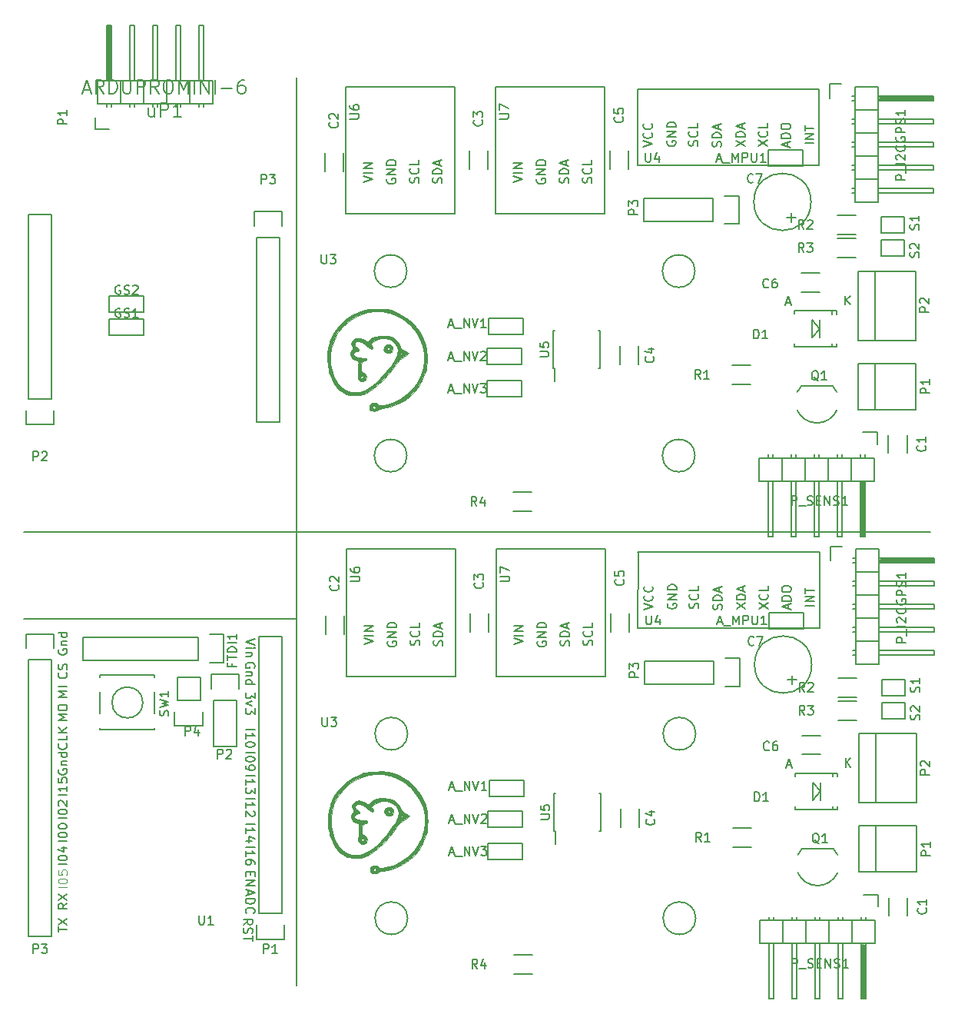
<source format=gto>
G04 #@! TF.FileFunction,Legend,Top*
%FSLAX46Y46*%
G04 Gerber Fmt 4.6, Leading zero omitted, Abs format (unit mm)*
G04 Created by KiCad (PCBNEW 4.0.3-stable) date 06/29/17 20:57:41*
%MOMM*%
%LPD*%
G01*
G04 APERTURE LIST*
%ADD10C,0.100000*%
%ADD11C,0.200000*%
%ADD12C,0.150000*%
%ADD13C,0.010000*%
G04 APERTURE END LIST*
D10*
D11*
X80115000Y-109587000D02*
X50016000Y-109587000D01*
X80115000Y-149973000D02*
X80115000Y-50024000D01*
X50016000Y-100062000D02*
X149965000Y-100062000D01*
D12*
X53850100Y-112959057D02*
X53802481Y-113054295D01*
X53802481Y-113197152D01*
X53850100Y-113340010D01*
X53945338Y-113435248D01*
X54040576Y-113482867D01*
X54231052Y-113530486D01*
X54373910Y-113530486D01*
X54564386Y-113482867D01*
X54659624Y-113435248D01*
X54754862Y-113340010D01*
X54802481Y-113197152D01*
X54802481Y-113101914D01*
X54754862Y-112959057D01*
X54707243Y-112911438D01*
X54373910Y-112911438D01*
X54373910Y-113101914D01*
X54135814Y-112482867D02*
X54802481Y-112482867D01*
X54231052Y-112482867D02*
X54183433Y-112435248D01*
X54135814Y-112340010D01*
X54135814Y-112197152D01*
X54183433Y-112101914D01*
X54278671Y-112054295D01*
X54802481Y-112054295D01*
X54802481Y-111149533D02*
X53802481Y-111149533D01*
X54754862Y-111149533D02*
X54802481Y-111244771D01*
X54802481Y-111435248D01*
X54754862Y-111530486D01*
X54707243Y-111578105D01*
X54612005Y-111625724D01*
X54326290Y-111625724D01*
X54231052Y-111578105D01*
X54183433Y-111530486D01*
X54135814Y-111435248D01*
X54135814Y-111244771D01*
X54183433Y-111149533D01*
X54707243Y-115530866D02*
X54754862Y-115578485D01*
X54802481Y-115721342D01*
X54802481Y-115816580D01*
X54754862Y-115959438D01*
X54659624Y-116054676D01*
X54564386Y-116102295D01*
X54373910Y-116149914D01*
X54231052Y-116149914D01*
X54040576Y-116102295D01*
X53945338Y-116054676D01*
X53850100Y-115959438D01*
X53802481Y-115816580D01*
X53802481Y-115721342D01*
X53850100Y-115578485D01*
X53897719Y-115530866D01*
X54754862Y-115149914D02*
X54802481Y-115007057D01*
X54802481Y-114768961D01*
X54754862Y-114673723D01*
X54707243Y-114626104D01*
X54612005Y-114578485D01*
X54516767Y-114578485D01*
X54421529Y-114626104D01*
X54373910Y-114673723D01*
X54326290Y-114768961D01*
X54278671Y-114959438D01*
X54231052Y-115054676D01*
X54183433Y-115102295D01*
X54088195Y-115149914D01*
X53992957Y-115149914D01*
X53897719Y-115102295D01*
X53850100Y-115054676D01*
X53802481Y-114959438D01*
X53802481Y-114721342D01*
X53850100Y-114578485D01*
X54802481Y-118221628D02*
X53802481Y-118221628D01*
X54516767Y-117888294D01*
X53802481Y-117554961D01*
X54802481Y-117554961D01*
X54802481Y-117078771D02*
X53802481Y-117078771D01*
X54802481Y-120793343D02*
X53802481Y-120793343D01*
X54516767Y-120460009D01*
X53802481Y-120126676D01*
X54802481Y-120126676D01*
X53802481Y-119460010D02*
X53802481Y-119269533D01*
X53850100Y-119174295D01*
X53945338Y-119079057D01*
X54135814Y-119031438D01*
X54469148Y-119031438D01*
X54659624Y-119079057D01*
X54754862Y-119174295D01*
X54802481Y-119269533D01*
X54802481Y-119460010D01*
X54754862Y-119555248D01*
X54659624Y-119650486D01*
X54469148Y-119698105D01*
X54135814Y-119698105D01*
X53945338Y-119650486D01*
X53850100Y-119555248D01*
X53802481Y-119460010D01*
X54707243Y-123325438D02*
X54754862Y-123373057D01*
X54802481Y-123515914D01*
X54802481Y-123611152D01*
X54754862Y-123754010D01*
X54659624Y-123849248D01*
X54564386Y-123896867D01*
X54373910Y-123944486D01*
X54231052Y-123944486D01*
X54040576Y-123896867D01*
X53945338Y-123849248D01*
X53850100Y-123754010D01*
X53802481Y-123611152D01*
X53802481Y-123515914D01*
X53850100Y-123373057D01*
X53897719Y-123325438D01*
X54802481Y-122420676D02*
X54802481Y-122896867D01*
X53802481Y-122896867D01*
X54802481Y-122087343D02*
X53802481Y-122087343D01*
X54802481Y-121515914D02*
X54231052Y-121944486D01*
X53802481Y-121515914D02*
X54373910Y-122087343D01*
X53850100Y-126167057D02*
X53802481Y-126262295D01*
X53802481Y-126405152D01*
X53850100Y-126548010D01*
X53945338Y-126643248D01*
X54040576Y-126690867D01*
X54231052Y-126738486D01*
X54373910Y-126738486D01*
X54564386Y-126690867D01*
X54659624Y-126643248D01*
X54754862Y-126548010D01*
X54802481Y-126405152D01*
X54802481Y-126309914D01*
X54754862Y-126167057D01*
X54707243Y-126119438D01*
X54373910Y-126119438D01*
X54373910Y-126309914D01*
X54135814Y-125690867D02*
X54802481Y-125690867D01*
X54231052Y-125690867D02*
X54183433Y-125643248D01*
X54135814Y-125548010D01*
X54135814Y-125405152D01*
X54183433Y-125309914D01*
X54278671Y-125262295D01*
X54802481Y-125262295D01*
X54802481Y-124357533D02*
X53802481Y-124357533D01*
X54754862Y-124357533D02*
X54802481Y-124452771D01*
X54802481Y-124643248D01*
X54754862Y-124738486D01*
X54707243Y-124786105D01*
X54612005Y-124833724D01*
X54326290Y-124833724D01*
X54231052Y-124786105D01*
X54183433Y-124738486D01*
X54135814Y-124643248D01*
X54135814Y-124452771D01*
X54183433Y-124357533D01*
X54802481Y-129016581D02*
X53802481Y-129016581D01*
X54802481Y-128016581D02*
X54802481Y-128588010D01*
X54802481Y-128302296D02*
X53802481Y-128302296D01*
X53945338Y-128397534D01*
X54040576Y-128492772D01*
X54088195Y-128588010D01*
X53802481Y-127111819D02*
X53802481Y-127588010D01*
X54278671Y-127635629D01*
X54231052Y-127588010D01*
X54183433Y-127492772D01*
X54183433Y-127254676D01*
X54231052Y-127159438D01*
X54278671Y-127111819D01*
X54373910Y-127064200D01*
X54612005Y-127064200D01*
X54707243Y-127111819D01*
X54754862Y-127159438D01*
X54802481Y-127254676D01*
X54802481Y-127492772D01*
X54754862Y-127588010D01*
X54707243Y-127635629D01*
X54802481Y-131556581D02*
X53802481Y-131556581D01*
X53802481Y-130889915D02*
X53802481Y-130794676D01*
X53850100Y-130699438D01*
X53897719Y-130651819D01*
X53992957Y-130604200D01*
X54183433Y-130556581D01*
X54421529Y-130556581D01*
X54612005Y-130604200D01*
X54707243Y-130651819D01*
X54754862Y-130699438D01*
X54802481Y-130794676D01*
X54802481Y-130889915D01*
X54754862Y-130985153D01*
X54707243Y-131032772D01*
X54612005Y-131080391D01*
X54421529Y-131128010D01*
X54183433Y-131128010D01*
X53992957Y-131080391D01*
X53897719Y-131032772D01*
X53850100Y-130985153D01*
X53802481Y-130889915D01*
X53897719Y-130175629D02*
X53850100Y-130128010D01*
X53802481Y-130032772D01*
X53802481Y-129794676D01*
X53850100Y-129699438D01*
X53897719Y-129651819D01*
X53992957Y-129604200D01*
X54088195Y-129604200D01*
X54231052Y-129651819D01*
X54802481Y-130223248D01*
X54802481Y-129604200D01*
X54802481Y-134096581D02*
X53802481Y-134096581D01*
X53802481Y-133429915D02*
X53802481Y-133334676D01*
X53850100Y-133239438D01*
X53897719Y-133191819D01*
X53992957Y-133144200D01*
X54183433Y-133096581D01*
X54421529Y-133096581D01*
X54612005Y-133144200D01*
X54707243Y-133191819D01*
X54754862Y-133239438D01*
X54802481Y-133334676D01*
X54802481Y-133429915D01*
X54754862Y-133525153D01*
X54707243Y-133572772D01*
X54612005Y-133620391D01*
X54421529Y-133668010D01*
X54183433Y-133668010D01*
X53992957Y-133620391D01*
X53897719Y-133572772D01*
X53850100Y-133525153D01*
X53802481Y-133429915D01*
X53802481Y-132477534D02*
X53802481Y-132382295D01*
X53850100Y-132287057D01*
X53897719Y-132239438D01*
X53992957Y-132191819D01*
X54183433Y-132144200D01*
X54421529Y-132144200D01*
X54612005Y-132191819D01*
X54707243Y-132239438D01*
X54754862Y-132287057D01*
X54802481Y-132382295D01*
X54802481Y-132477534D01*
X54754862Y-132572772D01*
X54707243Y-132620391D01*
X54612005Y-132668010D01*
X54421529Y-132715629D01*
X54183433Y-132715629D01*
X53992957Y-132668010D01*
X53897719Y-132620391D01*
X53850100Y-132572772D01*
X53802481Y-132477534D01*
X54802481Y-136636581D02*
X53802481Y-136636581D01*
X53802481Y-135969915D02*
X53802481Y-135874676D01*
X53850100Y-135779438D01*
X53897719Y-135731819D01*
X53992957Y-135684200D01*
X54183433Y-135636581D01*
X54421529Y-135636581D01*
X54612005Y-135684200D01*
X54707243Y-135731819D01*
X54754862Y-135779438D01*
X54802481Y-135874676D01*
X54802481Y-135969915D01*
X54754862Y-136065153D01*
X54707243Y-136112772D01*
X54612005Y-136160391D01*
X54421529Y-136208010D01*
X54183433Y-136208010D01*
X53992957Y-136160391D01*
X53897719Y-136112772D01*
X53850100Y-136065153D01*
X53802481Y-135969915D01*
X54135814Y-134779438D02*
X54802481Y-134779438D01*
X53754862Y-135017534D02*
X54469148Y-135255629D01*
X54469148Y-134636581D01*
D10*
X54802481Y-139176581D02*
X53802481Y-139176581D01*
X53802481Y-138509915D02*
X53802481Y-138414676D01*
X53850100Y-138319438D01*
X53897719Y-138271819D01*
X53992957Y-138224200D01*
X54183433Y-138176581D01*
X54421529Y-138176581D01*
X54612005Y-138224200D01*
X54707243Y-138271819D01*
X54754862Y-138319438D01*
X54802481Y-138414676D01*
X54802481Y-138509915D01*
X54754862Y-138605153D01*
X54707243Y-138652772D01*
X54612005Y-138700391D01*
X54421529Y-138748010D01*
X54183433Y-138748010D01*
X53992957Y-138700391D01*
X53897719Y-138652772D01*
X53850100Y-138605153D01*
X53802481Y-138509915D01*
X53802481Y-137271819D02*
X53802481Y-137748010D01*
X54278671Y-137795629D01*
X54231052Y-137748010D01*
X54183433Y-137652772D01*
X54183433Y-137414676D01*
X54231052Y-137319438D01*
X54278671Y-137271819D01*
X54373910Y-137224200D01*
X54612005Y-137224200D01*
X54707243Y-137271819D01*
X54754862Y-137319438D01*
X54802481Y-137414676D01*
X54802481Y-137652772D01*
X54754862Y-137748010D01*
X54707243Y-137795629D01*
D12*
X54802481Y-140930866D02*
X54326290Y-141264200D01*
X54802481Y-141502295D02*
X53802481Y-141502295D01*
X53802481Y-141121342D01*
X53850100Y-141026104D01*
X53897719Y-140978485D01*
X53992957Y-140930866D01*
X54135814Y-140930866D01*
X54231052Y-140978485D01*
X54278671Y-141026104D01*
X54326290Y-141121342D01*
X54326290Y-141502295D01*
X53802481Y-140597533D02*
X54802481Y-139930866D01*
X53802481Y-139930866D02*
X54802481Y-140597533D01*
X53802481Y-144066105D02*
X53802481Y-143494676D01*
X54802481Y-143780391D02*
X53802481Y-143780391D01*
X53802481Y-143256581D02*
X54802481Y-142589914D01*
X53802481Y-142589914D02*
X54802481Y-143256581D01*
X74471719Y-126857819D02*
X75471719Y-126857819D01*
X74471719Y-127857819D02*
X74471719Y-127286390D01*
X74471719Y-127572104D02*
X75471719Y-127572104D01*
X75328862Y-127476866D01*
X75233624Y-127381628D01*
X75186005Y-127286390D01*
X75471719Y-128191152D02*
X75471719Y-128810200D01*
X75090767Y-128476866D01*
X75090767Y-128619724D01*
X75043148Y-128714962D01*
X74995529Y-128762581D01*
X74900290Y-128810200D01*
X74662195Y-128810200D01*
X74566957Y-128762581D01*
X74519338Y-128714962D01*
X74471719Y-128619724D01*
X74471719Y-128334009D01*
X74519338Y-128238771D01*
X74566957Y-128191152D01*
X74471719Y-129397819D02*
X75471719Y-129397819D01*
X74471719Y-130397819D02*
X74471719Y-129826390D01*
X74471719Y-130112104D02*
X75471719Y-130112104D01*
X75328862Y-130016866D01*
X75233624Y-129921628D01*
X75186005Y-129826390D01*
X75376481Y-130778771D02*
X75424100Y-130826390D01*
X75471719Y-130921628D01*
X75471719Y-131159724D01*
X75424100Y-131254962D01*
X75376481Y-131302581D01*
X75281243Y-131350200D01*
X75186005Y-131350200D01*
X75043148Y-131302581D01*
X74471719Y-130731152D01*
X74471719Y-131350200D01*
X74471719Y-132191819D02*
X75471719Y-132191819D01*
X74471719Y-133191819D02*
X74471719Y-132620390D01*
X74471719Y-132906104D02*
X75471719Y-132906104D01*
X75328862Y-132810866D01*
X75233624Y-132715628D01*
X75186005Y-132620390D01*
X75138386Y-134048962D02*
X74471719Y-134048962D01*
X75519338Y-133810866D02*
X74805052Y-133572771D01*
X74805052Y-134191819D01*
X74471719Y-134731819D02*
X75471719Y-134731819D01*
X74471719Y-135731819D02*
X74471719Y-135160390D01*
X74471719Y-135446104D02*
X75471719Y-135446104D01*
X75328862Y-135350866D01*
X75233624Y-135255628D01*
X75186005Y-135160390D01*
X75471719Y-136588962D02*
X75471719Y-136398485D01*
X75424100Y-136303247D01*
X75376481Y-136255628D01*
X75233624Y-136160390D01*
X75043148Y-136112771D01*
X74662195Y-136112771D01*
X74566957Y-136160390D01*
X74519338Y-136208009D01*
X74471719Y-136303247D01*
X74471719Y-136493724D01*
X74519338Y-136588962D01*
X74566957Y-136636581D01*
X74662195Y-136684200D01*
X74900290Y-136684200D01*
X74995529Y-136636581D01*
X75043148Y-136588962D01*
X75090767Y-136493724D01*
X75090767Y-136303247D01*
X75043148Y-136208009D01*
X74995529Y-136160390D01*
X74900290Y-136112771D01*
X74995529Y-137486105D02*
X74995529Y-137819439D01*
X74471719Y-137962296D02*
X74471719Y-137486105D01*
X75471719Y-137486105D01*
X75471719Y-137962296D01*
X74471719Y-138390867D02*
X75471719Y-138390867D01*
X74471719Y-138962296D01*
X75471719Y-138962296D01*
X74757433Y-139526105D02*
X74757433Y-140002296D01*
X74471719Y-139430867D02*
X75471719Y-139764200D01*
X74471719Y-140097534D01*
X74471719Y-140430867D02*
X75471719Y-140430867D01*
X75471719Y-140668962D01*
X75424100Y-140811820D01*
X75328862Y-140907058D01*
X75233624Y-140954677D01*
X75043148Y-141002296D01*
X74900290Y-141002296D01*
X74709814Y-140954677D01*
X74614576Y-140907058D01*
X74519338Y-140811820D01*
X74471719Y-140668962D01*
X74471719Y-140430867D01*
X74566957Y-142002296D02*
X74519338Y-141954677D01*
X74471719Y-141811820D01*
X74471719Y-141716582D01*
X74519338Y-141573724D01*
X74614576Y-141478486D01*
X74709814Y-141430867D01*
X74900290Y-141383248D01*
X75043148Y-141383248D01*
X75233624Y-141430867D01*
X75328862Y-141478486D01*
X75424100Y-141573724D01*
X75471719Y-141716582D01*
X75471719Y-141811820D01*
X75424100Y-141954677D01*
X75376481Y-142002296D01*
X74217719Y-143264581D02*
X74693910Y-142931247D01*
X74217719Y-142693152D02*
X75217719Y-142693152D01*
X75217719Y-143074105D01*
X75170100Y-143169343D01*
X75122481Y-143216962D01*
X75027243Y-143264581D01*
X74884386Y-143264581D01*
X74789148Y-143216962D01*
X74741529Y-143169343D01*
X74693910Y-143074105D01*
X74693910Y-142693152D01*
X74265338Y-143645533D02*
X74217719Y-143788390D01*
X74217719Y-144026486D01*
X74265338Y-144121724D01*
X74312957Y-144169343D01*
X74408195Y-144216962D01*
X74503433Y-144216962D01*
X74598671Y-144169343D01*
X74646290Y-144121724D01*
X74693910Y-144026486D01*
X74741529Y-143836009D01*
X74789148Y-143740771D01*
X74836767Y-143693152D01*
X74932005Y-143645533D01*
X75027243Y-143645533D01*
X75122481Y-143693152D01*
X75170100Y-143740771D01*
X75217719Y-143836009D01*
X75217719Y-144074105D01*
X75170100Y-144216962D01*
X75217719Y-144502676D02*
X75217719Y-145074105D01*
X74217719Y-144788390D02*
X75217719Y-144788390D01*
X74471719Y-124317819D02*
X75471719Y-124317819D01*
X75471719Y-124984485D02*
X75471719Y-125079724D01*
X75424100Y-125174962D01*
X75376481Y-125222581D01*
X75281243Y-125270200D01*
X75090767Y-125317819D01*
X74852671Y-125317819D01*
X74662195Y-125270200D01*
X74566957Y-125222581D01*
X74519338Y-125174962D01*
X74471719Y-125079724D01*
X74471719Y-124984485D01*
X74519338Y-124889247D01*
X74566957Y-124841628D01*
X74662195Y-124794009D01*
X74852671Y-124746390D01*
X75090767Y-124746390D01*
X75281243Y-124794009D01*
X75376481Y-124841628D01*
X75424100Y-124889247D01*
X75471719Y-124984485D01*
X74471719Y-125794009D02*
X74471719Y-125984485D01*
X74519338Y-126079724D01*
X74566957Y-126127343D01*
X74709814Y-126222581D01*
X74900290Y-126270200D01*
X75281243Y-126270200D01*
X75376481Y-126222581D01*
X75424100Y-126174962D01*
X75471719Y-126079724D01*
X75471719Y-125889247D01*
X75424100Y-125794009D01*
X75376481Y-125746390D01*
X75281243Y-125698771D01*
X75043148Y-125698771D01*
X74947910Y-125746390D01*
X74900290Y-125794009D01*
X74852671Y-125889247D01*
X74852671Y-126079724D01*
X74900290Y-126174962D01*
X74947910Y-126222581D01*
X75043148Y-126270200D01*
X74471719Y-121777819D02*
X75471719Y-121777819D01*
X74471719Y-122777819D02*
X74471719Y-122206390D01*
X74471719Y-122492104D02*
X75471719Y-122492104D01*
X75328862Y-122396866D01*
X75233624Y-122301628D01*
X75186005Y-122206390D01*
X75471719Y-123396866D02*
X75471719Y-123492105D01*
X75424100Y-123587343D01*
X75376481Y-123634962D01*
X75281243Y-123682581D01*
X75090767Y-123730200D01*
X74852671Y-123730200D01*
X74662195Y-123682581D01*
X74566957Y-123634962D01*
X74519338Y-123587343D01*
X74471719Y-123492105D01*
X74471719Y-123396866D01*
X74519338Y-123301628D01*
X74566957Y-123254009D01*
X74662195Y-123206390D01*
X74852671Y-123158771D01*
X75090767Y-123158771D01*
X75281243Y-123206390D01*
X75376481Y-123254009D01*
X75424100Y-123301628D01*
X75471719Y-123396866D01*
X75471719Y-117729724D02*
X75471719Y-118348772D01*
X75090767Y-118015438D01*
X75090767Y-118158296D01*
X75043148Y-118253534D01*
X74995529Y-118301153D01*
X74900290Y-118348772D01*
X74662195Y-118348772D01*
X74566957Y-118301153D01*
X74519338Y-118253534D01*
X74471719Y-118158296D01*
X74471719Y-117872581D01*
X74519338Y-117777343D01*
X74566957Y-117729724D01*
X75138386Y-118682105D02*
X74471719Y-118920200D01*
X75138386Y-119158296D01*
X75471719Y-119444010D02*
X75471719Y-120063058D01*
X75090767Y-119729724D01*
X75090767Y-119872582D01*
X75043148Y-119967820D01*
X74995529Y-120015439D01*
X74900290Y-120063058D01*
X74662195Y-120063058D01*
X74566957Y-120015439D01*
X74519338Y-119967820D01*
X74471719Y-119872582D01*
X74471719Y-119586867D01*
X74519338Y-119491629D01*
X74566957Y-119444010D01*
X75424100Y-114975343D02*
X75471719Y-114880105D01*
X75471719Y-114737248D01*
X75424100Y-114594390D01*
X75328862Y-114499152D01*
X75233624Y-114451533D01*
X75043148Y-114403914D01*
X74900290Y-114403914D01*
X74709814Y-114451533D01*
X74614576Y-114499152D01*
X74519338Y-114594390D01*
X74471719Y-114737248D01*
X74471719Y-114832486D01*
X74519338Y-114975343D01*
X74566957Y-115022962D01*
X74900290Y-115022962D01*
X74900290Y-114832486D01*
X75138386Y-115451533D02*
X74471719Y-115451533D01*
X75043148Y-115451533D02*
X75090767Y-115499152D01*
X75138386Y-115594390D01*
X75138386Y-115737248D01*
X75090767Y-115832486D01*
X74995529Y-115880105D01*
X74471719Y-115880105D01*
X74471719Y-116784867D02*
X75471719Y-116784867D01*
X74519338Y-116784867D02*
X74471719Y-116689629D01*
X74471719Y-116499152D01*
X74519338Y-116403914D01*
X74566957Y-116356295D01*
X74662195Y-116308676D01*
X74947910Y-116308676D01*
X75043148Y-116356295D01*
X75090767Y-116403914D01*
X75138386Y-116499152D01*
X75138386Y-116689629D01*
X75090767Y-116784867D01*
X75471719Y-111800391D02*
X74471719Y-112133724D01*
X75471719Y-112467058D01*
X74471719Y-112800391D02*
X75138386Y-112800391D01*
X75471719Y-112800391D02*
X75424100Y-112752772D01*
X75376481Y-112800391D01*
X75424100Y-112848010D01*
X75471719Y-112800391D01*
X75376481Y-112800391D01*
X75138386Y-113276581D02*
X74471719Y-113276581D01*
X75043148Y-113276581D02*
X75090767Y-113324200D01*
X75138386Y-113419438D01*
X75138386Y-113562296D01*
X75090767Y-113657534D01*
X74995529Y-113705153D01*
X74471719Y-113705153D01*
X102006400Y-50965100D02*
X102006400Y-64935100D01*
X102006400Y-50965100D02*
X102006400Y-64965100D01*
X102006400Y-64965100D02*
X114006400Y-64965100D01*
X114006400Y-64965100D02*
X114006400Y-50965100D01*
X114006400Y-50965100D02*
X102006400Y-50965100D01*
X92245451Y-71285100D02*
G75*
G03X92245451Y-71285100I-1796051J0D01*
G01*
X92245451Y-91605100D02*
G75*
G03X92245451Y-91605100I-1796051J0D01*
G01*
X123995451Y-91605100D02*
G75*
G03X123995451Y-91605100I-1796051J0D01*
G01*
X123995451Y-71285100D02*
G75*
G03X123995451Y-71285100I-1796051J0D01*
G01*
X139709400Y-67670100D02*
X141709400Y-67670100D01*
X141709400Y-69820100D02*
X139709400Y-69820100D01*
X145304400Y-89335100D02*
X145304400Y-91335100D01*
X147354400Y-91335100D02*
X147354400Y-89335100D01*
X83201400Y-58315100D02*
X83201400Y-60315100D01*
X85251400Y-60315100D02*
X85251400Y-58315100D01*
X99114400Y-58035100D02*
X99114400Y-60035100D01*
X101164400Y-60035100D02*
X101164400Y-58035100D01*
X117766854Y-81539856D02*
X117766854Y-79539856D01*
X115716854Y-79539856D02*
X115716854Y-81539856D01*
X116664400Y-60035100D02*
X116664400Y-58035100D01*
X114614400Y-58035100D02*
X114614400Y-60035100D01*
X135709400Y-73580100D02*
X137709400Y-73580100D01*
X137709400Y-71530100D02*
X135709400Y-71530100D01*
X137728960Y-77635100D02*
X136880600Y-78635860D01*
X136880600Y-78635860D02*
X136880600Y-76634340D01*
X136880600Y-76634340D02*
X137728960Y-77635100D01*
X137728960Y-77635100D02*
X137728960Y-76634340D01*
X137728960Y-77635100D02*
X137728960Y-78635860D01*
X139585700Y-75835100D02*
X139585700Y-76034900D01*
X139128660Y-75835100D02*
X139128660Y-76034100D01*
X134978140Y-75835100D02*
X134978140Y-75984100D01*
X139580620Y-79435100D02*
X139580620Y-79286100D01*
X139128660Y-79435100D02*
X139128660Y-79286100D01*
X134978140Y-79435100D02*
X134978140Y-79286100D01*
X139128660Y-75686120D02*
X139128660Y-75884240D01*
X139128660Y-79634080D02*
X139128660Y-79435960D01*
X134983220Y-75638660D02*
X134983220Y-75836780D01*
X139585700Y-75638660D02*
X134983220Y-75638660D01*
X139585700Y-75638660D02*
X139585700Y-75836780D01*
X139580620Y-79634080D02*
X139580620Y-79435960D01*
X139580620Y-79634080D02*
X134978140Y-79634080D01*
X134978140Y-79634080D02*
X134978140Y-79435960D01*
X143869400Y-81445100D02*
X143869400Y-86525100D01*
X148314400Y-81445100D02*
X148314400Y-86525100D01*
X141964400Y-86525100D02*
X141964400Y-81445100D01*
X141964400Y-86525100D02*
X148314400Y-86525100D01*
X141964400Y-81445100D02*
X148314400Y-81445100D01*
X139627095Y-84618110D02*
G75*
G03X139139400Y-83915100I-2187695J-996990D01*
G01*
X135251705Y-84618110D02*
G75*
G02X135739400Y-83915100I2187695J-996990D01*
G01*
X139139400Y-83915100D02*
X135739400Y-83915100D01*
X139624279Y-86608227D02*
G75*
G02X137439400Y-88015100I-2184879J993127D01*
G01*
X135254521Y-86608227D02*
G75*
G03X137439400Y-88015100I2184879J993127D01*
G01*
X130089400Y-83790100D02*
X128089400Y-83790100D01*
X128089400Y-81640100D02*
X130089400Y-81640100D01*
X141709400Y-67280100D02*
X139709400Y-67280100D01*
X139709400Y-65130100D02*
X141709400Y-65130100D01*
X108366854Y-82014856D02*
X108511854Y-82014856D01*
X108366854Y-77864856D02*
X108511854Y-77864856D01*
X113516854Y-77864856D02*
X113371854Y-77864856D01*
X113516854Y-82014856D02*
X113371854Y-82014856D01*
X108366854Y-82014856D02*
X108366854Y-77864856D01*
X113516854Y-82014856D02*
X113516854Y-77864856D01*
X108511854Y-82014856D02*
X108511854Y-83414856D01*
X144069400Y-89035100D02*
X142519400Y-89035100D01*
X144069400Y-90335100D02*
X144069400Y-89035100D01*
X142646400Y-94526100D02*
X142646400Y-100368100D01*
X142646400Y-100368100D02*
X142392400Y-100368100D01*
X142392400Y-100368100D02*
X142392400Y-94526100D01*
X142392400Y-94526100D02*
X142519400Y-94526100D01*
X142519400Y-94526100D02*
X142519400Y-100368100D01*
X142773400Y-91859100D02*
X142773400Y-91478100D01*
X142265400Y-91859100D02*
X142265400Y-91478100D01*
X140233400Y-91859100D02*
X140233400Y-91478100D01*
X139725400Y-91859100D02*
X139725400Y-91478100D01*
X137693400Y-91859100D02*
X137693400Y-91478100D01*
X137185400Y-91859100D02*
X137185400Y-91478100D01*
X135153400Y-91859100D02*
X135153400Y-91478100D01*
X134645400Y-91859100D02*
X134645400Y-91478100D01*
X132105400Y-91859100D02*
X132105400Y-91478100D01*
X132613400Y-91859100D02*
X132613400Y-91478100D01*
X141249400Y-94399100D02*
X143789400Y-94399100D01*
X142265400Y-100495100D02*
X142265400Y-94399100D01*
X142773400Y-100495100D02*
X142265400Y-100495100D01*
X142773400Y-94399100D02*
X142773400Y-100495100D01*
X141249400Y-91859100D02*
X141249400Y-94399100D01*
X143789400Y-91859100D02*
X141249400Y-91859100D01*
X143789400Y-91859100D02*
X143789400Y-94399100D01*
X138709400Y-91859100D02*
X138709400Y-94399100D01*
X138709400Y-91859100D02*
X136169400Y-91859100D01*
X136169400Y-91859100D02*
X136169400Y-94399100D01*
X137693400Y-94399100D02*
X137693400Y-100495100D01*
X137693400Y-100495100D02*
X137185400Y-100495100D01*
X137185400Y-100495100D02*
X137185400Y-94399100D01*
X136169400Y-94399100D02*
X138709400Y-94399100D01*
X138709400Y-94399100D02*
X141249400Y-94399100D01*
X139725400Y-100495100D02*
X139725400Y-94399100D01*
X140233400Y-100495100D02*
X139725400Y-100495100D01*
X140233400Y-94399100D02*
X140233400Y-100495100D01*
X138709400Y-91859100D02*
X138709400Y-94399100D01*
X141249400Y-91859100D02*
X138709400Y-91859100D01*
X141249400Y-91859100D02*
X141249400Y-94399100D01*
X133629400Y-91859100D02*
X133629400Y-94399100D01*
X133629400Y-91859100D02*
X131089400Y-91859100D01*
X131089400Y-91859100D02*
X131089400Y-94399100D01*
X132613400Y-94399100D02*
X132613400Y-100495100D01*
X132613400Y-100495100D02*
X132105400Y-100495100D01*
X132105400Y-100495100D02*
X132105400Y-94399100D01*
X131089400Y-94399100D02*
X133629400Y-94399100D01*
X133629400Y-94399100D02*
X136169400Y-94399100D01*
X134645400Y-100495100D02*
X134645400Y-94399100D01*
X135153400Y-100495100D02*
X134645400Y-100495100D01*
X135153400Y-94399100D02*
X135153400Y-100495100D01*
X133629400Y-91859100D02*
X133629400Y-94399100D01*
X136169400Y-91859100D02*
X133629400Y-91859100D01*
X136169400Y-91859100D02*
X136169400Y-94399100D01*
X85496400Y-50965100D02*
X85496400Y-64935100D01*
X85496400Y-50965100D02*
X85496400Y-64965100D01*
X85496400Y-64965100D02*
X97496400Y-64965100D01*
X97496400Y-64965100D02*
X97496400Y-50965100D01*
X97496400Y-50965100D02*
X85496400Y-50965100D01*
X141964400Y-78905100D02*
X148314400Y-78905100D01*
X141964400Y-71285100D02*
X148314400Y-71285100D01*
X143869400Y-71285100D02*
X143869400Y-78905100D01*
X141964400Y-78905100D02*
X141964400Y-71285100D01*
X148314400Y-71285100D02*
X148314400Y-78905100D01*
X126009400Y-63265100D02*
X118389400Y-63265100D01*
X126009400Y-65805100D02*
X118389400Y-65805100D01*
X128829400Y-66085100D02*
X127279400Y-66085100D01*
X118389400Y-63265100D02*
X118389400Y-65805100D01*
X126009400Y-65805100D02*
X126009400Y-63265100D01*
X127279400Y-62985100D02*
X128829400Y-62985100D01*
X128829400Y-62985100D02*
X128829400Y-66085100D01*
X134630160Y-65864740D02*
X134630160Y-64863980D01*
X135130540Y-65364360D02*
X134129780Y-65364360D01*
X136779000Y-63665100D02*
G75*
G03X136779000Y-63665100I-3149600J0D01*
G01*
X105959400Y-97760100D02*
X103959400Y-97760100D01*
X103959400Y-95610100D02*
X105959400Y-95610100D01*
X147091400Y-67856100D02*
X144551400Y-67856100D01*
X144551400Y-69634100D02*
X147091400Y-69634100D01*
X144551400Y-69634100D02*
X144551400Y-67856100D01*
X147091400Y-67856100D02*
X147091400Y-69634100D01*
X138839400Y-50685100D02*
X138839400Y-52235100D01*
X140139400Y-50685100D02*
X138839400Y-50685100D01*
X144330400Y-52108100D02*
X150172400Y-52108100D01*
X150172400Y-52108100D02*
X150172400Y-52362100D01*
X150172400Y-52362100D02*
X144330400Y-52362100D01*
X144330400Y-52362100D02*
X144330400Y-52235100D01*
X144330400Y-52235100D02*
X150172400Y-52235100D01*
X141663400Y-51981100D02*
X141282400Y-51981100D01*
X141663400Y-52489100D02*
X141282400Y-52489100D01*
X141663400Y-54521100D02*
X141282400Y-54521100D01*
X141663400Y-55029100D02*
X141282400Y-55029100D01*
X141663400Y-57061100D02*
X141282400Y-57061100D01*
X141663400Y-57569100D02*
X141282400Y-57569100D01*
X141663400Y-59601100D02*
X141282400Y-59601100D01*
X141663400Y-60109100D02*
X141282400Y-60109100D01*
X141663400Y-62649100D02*
X141282400Y-62649100D01*
X141663400Y-62141100D02*
X141282400Y-62141100D01*
X144203400Y-53505100D02*
X144203400Y-50965100D01*
X150299400Y-52489100D02*
X144203400Y-52489100D01*
X150299400Y-51981100D02*
X150299400Y-52489100D01*
X144203400Y-51981100D02*
X150299400Y-51981100D01*
X141663400Y-53505100D02*
X144203400Y-53505100D01*
X141663400Y-50965100D02*
X141663400Y-53505100D01*
X141663400Y-50965100D02*
X144203400Y-50965100D01*
X141663400Y-56045100D02*
X144203400Y-56045100D01*
X141663400Y-56045100D02*
X141663400Y-58585100D01*
X141663400Y-58585100D02*
X144203400Y-58585100D01*
X144203400Y-57061100D02*
X150299400Y-57061100D01*
X150299400Y-57061100D02*
X150299400Y-57569100D01*
X150299400Y-57569100D02*
X144203400Y-57569100D01*
X144203400Y-58585100D02*
X144203400Y-56045100D01*
X144203400Y-56045100D02*
X144203400Y-53505100D01*
X150299400Y-55029100D02*
X144203400Y-55029100D01*
X150299400Y-54521100D02*
X150299400Y-55029100D01*
X144203400Y-54521100D02*
X150299400Y-54521100D01*
X141663400Y-56045100D02*
X144203400Y-56045100D01*
X141663400Y-53505100D02*
X141663400Y-56045100D01*
X141663400Y-53505100D02*
X144203400Y-53505100D01*
X141663400Y-61125100D02*
X144203400Y-61125100D01*
X141663400Y-61125100D02*
X141663400Y-63665100D01*
X141663400Y-63665100D02*
X144203400Y-63665100D01*
X144203400Y-62141100D02*
X150299400Y-62141100D01*
X150299400Y-62141100D02*
X150299400Y-62649100D01*
X150299400Y-62649100D02*
X144203400Y-62649100D01*
X144203400Y-63665100D02*
X144203400Y-61125100D01*
X144203400Y-61125100D02*
X144203400Y-58585100D01*
X150299400Y-60109100D02*
X144203400Y-60109100D01*
X150299400Y-59601100D02*
X150299400Y-60109100D01*
X144203400Y-59601100D02*
X150299400Y-59601100D01*
X141663400Y-61125100D02*
X144203400Y-61125100D01*
X141663400Y-58585100D02*
X141663400Y-61125100D01*
X141663400Y-58585100D02*
X144203400Y-58585100D01*
X135915400Y-57950100D02*
X132105400Y-57950100D01*
X132105400Y-57950100D02*
X132105400Y-59728100D01*
X132105400Y-59728100D02*
X135915400Y-59728100D01*
X135915400Y-57950100D02*
X135915400Y-59728100D01*
X101236854Y-78228856D02*
X105046854Y-78228856D01*
X105046854Y-78228856D02*
X105046854Y-76450856D01*
X105046854Y-76450856D02*
X101236854Y-76450856D01*
X101236854Y-78228856D02*
X101236854Y-76450856D01*
X101117400Y-81572100D02*
X104927400Y-81572100D01*
X104927400Y-81572100D02*
X104927400Y-79794100D01*
X104927400Y-79794100D02*
X101117400Y-79794100D01*
X101117400Y-81572100D02*
X101117400Y-79794100D01*
X101117400Y-85128100D02*
X104927400Y-85128100D01*
X104927400Y-85128100D02*
X104927400Y-83350100D01*
X104927400Y-83350100D02*
X101117400Y-83350100D01*
X101117400Y-85128100D02*
X101117400Y-83350100D01*
X144551400Y-67094100D02*
X147091400Y-67094100D01*
X147091400Y-65316100D02*
X144551400Y-65316100D01*
X147091400Y-65316100D02*
X147091400Y-67094100D01*
X144551400Y-67094100D02*
X144551400Y-65316100D01*
X137639400Y-59650100D02*
X117639400Y-59650100D01*
X117639400Y-59650100D02*
X117700400Y-51268100D01*
X117639400Y-51268100D02*
X137639400Y-51268100D01*
X137639400Y-51268100D02*
X137639400Y-59650100D01*
D13*
G36*
X89981590Y-75486289D02*
X90488254Y-75591145D01*
X90988040Y-75767682D01*
X91533586Y-76026815D01*
X91537062Y-76028619D01*
X92335515Y-76536812D01*
X93027957Y-77171762D01*
X93602454Y-77919436D01*
X94047073Y-78765797D01*
X94194640Y-79154466D01*
X94307223Y-79510310D01*
X94379701Y-79817960D01*
X94420839Y-80136987D01*
X94439404Y-80526964D01*
X94443513Y-80845766D01*
X94438557Y-81341503D01*
X94412588Y-81726768D01*
X94358711Y-82059834D01*
X94270031Y-82398973D01*
X94253158Y-82454433D01*
X93909630Y-83328306D01*
X93442766Y-84101481D01*
X92850318Y-84789685D01*
X92106278Y-85418319D01*
X91281651Y-85898404D01*
X90381325Y-86227568D01*
X89557320Y-86387276D01*
X89247482Y-86444801D01*
X89058816Y-86522570D01*
X89019094Y-86567514D01*
X88896353Y-86655183D01*
X88622461Y-86687635D01*
X88598912Y-86687766D01*
X88356163Y-86673943D01*
X88224397Y-86614136D01*
X88146277Y-86480835D01*
X88141429Y-86468286D01*
X88109767Y-86221755D01*
X88447520Y-86221755D01*
X88474087Y-86350056D01*
X88579418Y-86430531D01*
X88610066Y-86433766D01*
X88733166Y-86365761D01*
X88766643Y-86309478D01*
X88758213Y-86167732D01*
X88636028Y-86106723D01*
X88522772Y-86126725D01*
X88447520Y-86221755D01*
X88109767Y-86221755D01*
X88103879Y-86175915D01*
X88212479Y-85941168D01*
X88445696Y-85798067D01*
X88581456Y-85772968D01*
X88824472Y-85782459D01*
X88978539Y-85879226D01*
X89019020Y-85930929D01*
X89097640Y-86026704D01*
X89191913Y-86072037D01*
X89347642Y-86072558D01*
X89610634Y-86033899D01*
X89713054Y-86016242D01*
X90637187Y-85775529D01*
X91478860Y-85396719D01*
X92226382Y-84892514D01*
X92868060Y-84275613D01*
X93392203Y-83558716D01*
X93787119Y-82754524D01*
X94041115Y-81875735D01*
X94129059Y-81219511D01*
X94110930Y-80343102D01*
X93936711Y-79491287D01*
X93619517Y-78682156D01*
X93172468Y-77933798D01*
X92608680Y-77264301D01*
X91941272Y-76691755D01*
X91183359Y-76234249D01*
X90348061Y-75909872D01*
X90261066Y-75885531D01*
X89531524Y-75758009D01*
X88741729Y-75739915D01*
X87959026Y-75829354D01*
X87418094Y-75965560D01*
X86566067Y-76325600D01*
X85805791Y-76815357D01*
X85149410Y-77418584D01*
X84609070Y-78119037D01*
X84196913Y-78900472D01*
X83925086Y-79746642D01*
X83805732Y-80641303D01*
X83801408Y-80803433D01*
X83830739Y-81526687D01*
X83945201Y-82165758D01*
X84159396Y-82790413D01*
X84268592Y-83035564D01*
X84632049Y-83662952D01*
X85061834Y-84135424D01*
X85560908Y-84455093D01*
X86132229Y-84624072D01*
X86535733Y-84654112D01*
X87057304Y-84595283D01*
X87587753Y-84414547D01*
X88135508Y-84105528D01*
X88708992Y-83661849D01*
X89316634Y-83077134D01*
X89966858Y-82345008D01*
X90545697Y-81619813D01*
X90923258Y-81047710D01*
X91151263Y-80516050D01*
X91173401Y-80380100D01*
X91531066Y-80380100D01*
X91574026Y-80485473D01*
X91622083Y-80490872D01*
X91709557Y-80403463D01*
X91713100Y-80380100D01*
X91647185Y-80280825D01*
X91622083Y-80269327D01*
X91544880Y-80310198D01*
X91531066Y-80380100D01*
X91173401Y-80380100D01*
X91229970Y-80032730D01*
X91159635Y-79605643D01*
X90940513Y-79242683D01*
X90572863Y-78951746D01*
X90457019Y-78890826D01*
X89929865Y-78719232D01*
X89396804Y-78700410D01*
X88892388Y-78833746D01*
X88719623Y-78921704D01*
X88437276Y-79098911D01*
X88290609Y-79230934D01*
X88261947Y-79344398D01*
X88333619Y-79465931D01*
X88347772Y-79481935D01*
X88473720Y-79684257D01*
X88465466Y-79823185D01*
X88354303Y-79871184D01*
X88171521Y-79800719D01*
X88074019Y-79722819D01*
X87637774Y-79358413D01*
X87248958Y-79116131D01*
X86920201Y-79000973D01*
X86664132Y-79017943D01*
X86533652Y-79112607D01*
X86479182Y-79297041D01*
X86555350Y-79517515D01*
X86743330Y-79730485D01*
X86827484Y-79792216D01*
X86974205Y-79930540D01*
X86972296Y-80036695D01*
X86823994Y-80083409D01*
X86803575Y-80083766D01*
X86625817Y-80130581D01*
X86469607Y-80215776D01*
X86341967Y-80366411D01*
X86362851Y-80516880D01*
X86511993Y-80653478D01*
X86769127Y-80762501D01*
X87113985Y-80830243D01*
X87401242Y-80845766D01*
X87651222Y-80854909D01*
X87769601Y-80891784D01*
X87793566Y-80970563D01*
X87790050Y-80993933D01*
X87688988Y-81119938D01*
X87538464Y-81168058D01*
X87383574Y-81217513D01*
X87285525Y-81341986D01*
X87233014Y-81570825D01*
X87214737Y-81933380D01*
X87214222Y-82009933D01*
X87221686Y-82271681D01*
X87256000Y-82405237D01*
X87332400Y-82451344D01*
X87380448Y-82454433D01*
X87543541Y-82520575D01*
X87690818Y-82672661D01*
X87781802Y-82931846D01*
X87736911Y-83168540D01*
X87589268Y-83349638D01*
X87371998Y-83442041D01*
X87118227Y-83412646D01*
X87007676Y-83355331D01*
X86907818Y-83283862D01*
X86846685Y-83203923D01*
X86818039Y-83078776D01*
X86816735Y-82966047D01*
X87127682Y-82966047D01*
X87186608Y-83077086D01*
X87309190Y-83111385D01*
X87408905Y-83028056D01*
X87424733Y-82956537D01*
X87354354Y-82842005D01*
X87276566Y-82809218D01*
X87157711Y-82845550D01*
X87127682Y-82966047D01*
X86816735Y-82966047D01*
X86815642Y-82871685D01*
X86833253Y-82545910D01*
X86843535Y-82388794D01*
X86868181Y-82009308D01*
X86889191Y-81674344D01*
X86903508Y-81433166D01*
X86907320Y-81360623D01*
X86880638Y-81210616D01*
X86753521Y-81119793D01*
X86620400Y-81078243D01*
X86288096Y-80947237D01*
X86098434Y-80752676D01*
X86029143Y-80469452D01*
X86027733Y-80410028D01*
X86065880Y-80138491D01*
X86189549Y-79984149D01*
X86190749Y-79983396D01*
X86296570Y-79895608D01*
X86297245Y-79787130D01*
X86233082Y-79648216D01*
X86123831Y-79329973D01*
X86165302Y-79062607D01*
X86320218Y-78852251D01*
X86595328Y-78678530D01*
X86831591Y-78644433D01*
X87076182Y-78680779D01*
X87362793Y-78772692D01*
X87628700Y-78894488D01*
X87811181Y-79020481D01*
X87842212Y-79058294D01*
X87925409Y-79053332D01*
X88080752Y-78951484D01*
X88165457Y-78877683D01*
X88485522Y-78628045D01*
X88831588Y-78475486D01*
X89254320Y-78402879D01*
X89606723Y-78390433D01*
X90226588Y-78451618D01*
X90736301Y-78633317D01*
X91129881Y-78932741D01*
X91320627Y-79189223D01*
X91444515Y-79423656D01*
X91520187Y-79611245D01*
X91531152Y-79667871D01*
X91599798Y-79771667D01*
X91776902Y-79914546D01*
X91951454Y-80023446D01*
X92189222Y-80164885D01*
X92361135Y-80281807D01*
X92417070Y-80332919D01*
X92371767Y-80407300D01*
X92210544Y-80536996D01*
X91966166Y-80696291D01*
X91916708Y-80725636D01*
X91458116Y-81047647D01*
X91139901Y-81400819D01*
X91119006Y-81432164D01*
X90678821Y-82050989D01*
X90169161Y-82671159D01*
X89617961Y-83264988D01*
X89053155Y-83804790D01*
X88502678Y-84262877D01*
X87994464Y-84611565D01*
X87805733Y-84716003D01*
X87561040Y-84830268D01*
X87341046Y-84900525D01*
X87090367Y-84937017D01*
X86753618Y-84949984D01*
X86535733Y-84950846D01*
X86133839Y-84944372D01*
X85847454Y-84919877D01*
X85622951Y-84867521D01*
X85406704Y-84777465D01*
X85302694Y-84724590D01*
X84773959Y-84352532D01*
X84320066Y-83834178D01*
X83946521Y-83177717D01*
X83658827Y-82391339D01*
X83607981Y-82203203D01*
X83520658Y-81681277D01*
X83488858Y-81065461D01*
X83509757Y-80414084D01*
X83580532Y-79785474D01*
X83698357Y-79237959D01*
X83760783Y-79047315D01*
X84182377Y-78150958D01*
X84733892Y-77360967D01*
X85407628Y-76685039D01*
X86195890Y-76130874D01*
X87090979Y-75706169D01*
X87107948Y-75699786D01*
X87404773Y-75600490D01*
X87701565Y-75532146D01*
X88047370Y-75487174D01*
X88491236Y-75457990D01*
X88737066Y-75447952D01*
X89415407Y-75442197D01*
X89981590Y-75486289D01*
X89981590Y-75486289D01*
G37*
X89981590Y-75486289D02*
X90488254Y-75591145D01*
X90988040Y-75767682D01*
X91533586Y-76026815D01*
X91537062Y-76028619D01*
X92335515Y-76536812D01*
X93027957Y-77171762D01*
X93602454Y-77919436D01*
X94047073Y-78765797D01*
X94194640Y-79154466D01*
X94307223Y-79510310D01*
X94379701Y-79817960D01*
X94420839Y-80136987D01*
X94439404Y-80526964D01*
X94443513Y-80845766D01*
X94438557Y-81341503D01*
X94412588Y-81726768D01*
X94358711Y-82059834D01*
X94270031Y-82398973D01*
X94253158Y-82454433D01*
X93909630Y-83328306D01*
X93442766Y-84101481D01*
X92850318Y-84789685D01*
X92106278Y-85418319D01*
X91281651Y-85898404D01*
X90381325Y-86227568D01*
X89557320Y-86387276D01*
X89247482Y-86444801D01*
X89058816Y-86522570D01*
X89019094Y-86567514D01*
X88896353Y-86655183D01*
X88622461Y-86687635D01*
X88598912Y-86687766D01*
X88356163Y-86673943D01*
X88224397Y-86614136D01*
X88146277Y-86480835D01*
X88141429Y-86468286D01*
X88109767Y-86221755D01*
X88447520Y-86221755D01*
X88474087Y-86350056D01*
X88579418Y-86430531D01*
X88610066Y-86433766D01*
X88733166Y-86365761D01*
X88766643Y-86309478D01*
X88758213Y-86167732D01*
X88636028Y-86106723D01*
X88522772Y-86126725D01*
X88447520Y-86221755D01*
X88109767Y-86221755D01*
X88103879Y-86175915D01*
X88212479Y-85941168D01*
X88445696Y-85798067D01*
X88581456Y-85772968D01*
X88824472Y-85782459D01*
X88978539Y-85879226D01*
X89019020Y-85930929D01*
X89097640Y-86026704D01*
X89191913Y-86072037D01*
X89347642Y-86072558D01*
X89610634Y-86033899D01*
X89713054Y-86016242D01*
X90637187Y-85775529D01*
X91478860Y-85396719D01*
X92226382Y-84892514D01*
X92868060Y-84275613D01*
X93392203Y-83558716D01*
X93787119Y-82754524D01*
X94041115Y-81875735D01*
X94129059Y-81219511D01*
X94110930Y-80343102D01*
X93936711Y-79491287D01*
X93619517Y-78682156D01*
X93172468Y-77933798D01*
X92608680Y-77264301D01*
X91941272Y-76691755D01*
X91183359Y-76234249D01*
X90348061Y-75909872D01*
X90261066Y-75885531D01*
X89531524Y-75758009D01*
X88741729Y-75739915D01*
X87959026Y-75829354D01*
X87418094Y-75965560D01*
X86566067Y-76325600D01*
X85805791Y-76815357D01*
X85149410Y-77418584D01*
X84609070Y-78119037D01*
X84196913Y-78900472D01*
X83925086Y-79746642D01*
X83805732Y-80641303D01*
X83801408Y-80803433D01*
X83830739Y-81526687D01*
X83945201Y-82165758D01*
X84159396Y-82790413D01*
X84268592Y-83035564D01*
X84632049Y-83662952D01*
X85061834Y-84135424D01*
X85560908Y-84455093D01*
X86132229Y-84624072D01*
X86535733Y-84654112D01*
X87057304Y-84595283D01*
X87587753Y-84414547D01*
X88135508Y-84105528D01*
X88708992Y-83661849D01*
X89316634Y-83077134D01*
X89966858Y-82345008D01*
X90545697Y-81619813D01*
X90923258Y-81047710D01*
X91151263Y-80516050D01*
X91173401Y-80380100D01*
X91531066Y-80380100D01*
X91574026Y-80485473D01*
X91622083Y-80490872D01*
X91709557Y-80403463D01*
X91713100Y-80380100D01*
X91647185Y-80280825D01*
X91622083Y-80269327D01*
X91544880Y-80310198D01*
X91531066Y-80380100D01*
X91173401Y-80380100D01*
X91229970Y-80032730D01*
X91159635Y-79605643D01*
X90940513Y-79242683D01*
X90572863Y-78951746D01*
X90457019Y-78890826D01*
X89929865Y-78719232D01*
X89396804Y-78700410D01*
X88892388Y-78833746D01*
X88719623Y-78921704D01*
X88437276Y-79098911D01*
X88290609Y-79230934D01*
X88261947Y-79344398D01*
X88333619Y-79465931D01*
X88347772Y-79481935D01*
X88473720Y-79684257D01*
X88465466Y-79823185D01*
X88354303Y-79871184D01*
X88171521Y-79800719D01*
X88074019Y-79722819D01*
X87637774Y-79358413D01*
X87248958Y-79116131D01*
X86920201Y-79000973D01*
X86664132Y-79017943D01*
X86533652Y-79112607D01*
X86479182Y-79297041D01*
X86555350Y-79517515D01*
X86743330Y-79730485D01*
X86827484Y-79792216D01*
X86974205Y-79930540D01*
X86972296Y-80036695D01*
X86823994Y-80083409D01*
X86803575Y-80083766D01*
X86625817Y-80130581D01*
X86469607Y-80215776D01*
X86341967Y-80366411D01*
X86362851Y-80516880D01*
X86511993Y-80653478D01*
X86769127Y-80762501D01*
X87113985Y-80830243D01*
X87401242Y-80845766D01*
X87651222Y-80854909D01*
X87769601Y-80891784D01*
X87793566Y-80970563D01*
X87790050Y-80993933D01*
X87688988Y-81119938D01*
X87538464Y-81168058D01*
X87383574Y-81217513D01*
X87285525Y-81341986D01*
X87233014Y-81570825D01*
X87214737Y-81933380D01*
X87214222Y-82009933D01*
X87221686Y-82271681D01*
X87256000Y-82405237D01*
X87332400Y-82451344D01*
X87380448Y-82454433D01*
X87543541Y-82520575D01*
X87690818Y-82672661D01*
X87781802Y-82931846D01*
X87736911Y-83168540D01*
X87589268Y-83349638D01*
X87371998Y-83442041D01*
X87118227Y-83412646D01*
X87007676Y-83355331D01*
X86907818Y-83283862D01*
X86846685Y-83203923D01*
X86818039Y-83078776D01*
X86816735Y-82966047D01*
X87127682Y-82966047D01*
X87186608Y-83077086D01*
X87309190Y-83111385D01*
X87408905Y-83028056D01*
X87424733Y-82956537D01*
X87354354Y-82842005D01*
X87276566Y-82809218D01*
X87157711Y-82845550D01*
X87127682Y-82966047D01*
X86816735Y-82966047D01*
X86815642Y-82871685D01*
X86833253Y-82545910D01*
X86843535Y-82388794D01*
X86868181Y-82009308D01*
X86889191Y-81674344D01*
X86903508Y-81433166D01*
X86907320Y-81360623D01*
X86880638Y-81210616D01*
X86753521Y-81119793D01*
X86620400Y-81078243D01*
X86288096Y-80947237D01*
X86098434Y-80752676D01*
X86029143Y-80469452D01*
X86027733Y-80410028D01*
X86065880Y-80138491D01*
X86189549Y-79984149D01*
X86190749Y-79983396D01*
X86296570Y-79895608D01*
X86297245Y-79787130D01*
X86233082Y-79648216D01*
X86123831Y-79329973D01*
X86165302Y-79062607D01*
X86320218Y-78852251D01*
X86595328Y-78678530D01*
X86831591Y-78644433D01*
X87076182Y-78680779D01*
X87362793Y-78772692D01*
X87628700Y-78894488D01*
X87811181Y-79020481D01*
X87842212Y-79058294D01*
X87925409Y-79053332D01*
X88080752Y-78951484D01*
X88165457Y-78877683D01*
X88485522Y-78628045D01*
X88831588Y-78475486D01*
X89254320Y-78402879D01*
X89606723Y-78390433D01*
X90226588Y-78451618D01*
X90736301Y-78633317D01*
X91129881Y-78932741D01*
X91320627Y-79189223D01*
X91444515Y-79423656D01*
X91520187Y-79611245D01*
X91531152Y-79667871D01*
X91599798Y-79771667D01*
X91776902Y-79914546D01*
X91951454Y-80023446D01*
X92189222Y-80164885D01*
X92361135Y-80281807D01*
X92417070Y-80332919D01*
X92371767Y-80407300D01*
X92210544Y-80536996D01*
X91966166Y-80696291D01*
X91916708Y-80725636D01*
X91458116Y-81047647D01*
X91139901Y-81400819D01*
X91119006Y-81432164D01*
X90678821Y-82050989D01*
X90169161Y-82671159D01*
X89617961Y-83264988D01*
X89053155Y-83804790D01*
X88502678Y-84262877D01*
X87994464Y-84611565D01*
X87805733Y-84716003D01*
X87561040Y-84830268D01*
X87341046Y-84900525D01*
X87090367Y-84937017D01*
X86753618Y-84949984D01*
X86535733Y-84950846D01*
X86133839Y-84944372D01*
X85847454Y-84919877D01*
X85622951Y-84867521D01*
X85406704Y-84777465D01*
X85302694Y-84724590D01*
X84773959Y-84352532D01*
X84320066Y-83834178D01*
X83946521Y-83177717D01*
X83658827Y-82391339D01*
X83607981Y-82203203D01*
X83520658Y-81681277D01*
X83488858Y-81065461D01*
X83509757Y-80414084D01*
X83580532Y-79785474D01*
X83698357Y-79237959D01*
X83760783Y-79047315D01*
X84182377Y-78150958D01*
X84733892Y-77360967D01*
X85407628Y-76685039D01*
X86195890Y-76130874D01*
X87090979Y-75706169D01*
X87107948Y-75699786D01*
X87404773Y-75600490D01*
X87701565Y-75532146D01*
X88047370Y-75487174D01*
X88491236Y-75457990D01*
X88737066Y-75447952D01*
X89415407Y-75442197D01*
X89981590Y-75486289D01*
G36*
X90321589Y-79358361D02*
X90496227Y-79453567D01*
X90644648Y-79649142D01*
X90681341Y-79903642D01*
X90600961Y-80144251D01*
X90551352Y-80204719D01*
X90332389Y-80317913D01*
X90068271Y-80319977D01*
X89839515Y-80213273D01*
X89808522Y-80182933D01*
X89681918Y-79934066D01*
X89699259Y-79789628D01*
X90036909Y-79789628D01*
X90044840Y-79907056D01*
X90161025Y-79990972D01*
X90288200Y-79976921D01*
X90345733Y-79877096D01*
X90289322Y-79729797D01*
X90253689Y-79698207D01*
X90126889Y-79694385D01*
X90036909Y-79789628D01*
X89699259Y-79789628D01*
X89713520Y-79670855D01*
X89837733Y-79491100D01*
X90071645Y-79342228D01*
X90321589Y-79358361D01*
X90321589Y-79358361D01*
G37*
X90321589Y-79358361D02*
X90496227Y-79453567D01*
X90644648Y-79649142D01*
X90681341Y-79903642D01*
X90600961Y-80144251D01*
X90551352Y-80204719D01*
X90332389Y-80317913D01*
X90068271Y-80319977D01*
X89839515Y-80213273D01*
X89808522Y-80182933D01*
X89681918Y-79934066D01*
X89699259Y-79789628D01*
X90036909Y-79789628D01*
X90044840Y-79907056D01*
X90161025Y-79990972D01*
X90288200Y-79976921D01*
X90345733Y-79877096D01*
X90289322Y-79729797D01*
X90253689Y-79698207D01*
X90126889Y-79694385D01*
X90036909Y-79789628D01*
X89699259Y-79789628D01*
X89713520Y-79670855D01*
X89837733Y-79491100D01*
X90071645Y-79342228D01*
X90321589Y-79358361D01*
D12*
X102082600Y-101917500D02*
X102082600Y-115887500D01*
X102082600Y-101917500D02*
X102082600Y-115917500D01*
X102082600Y-115917500D02*
X114082600Y-115917500D01*
X114082600Y-115917500D02*
X114082600Y-101917500D01*
X114082600Y-101917500D02*
X102082600Y-101917500D01*
X92321651Y-122237500D02*
G75*
G03X92321651Y-122237500I-1796051J0D01*
G01*
X92321651Y-142557500D02*
G75*
G03X92321651Y-142557500I-1796051J0D01*
G01*
X124071651Y-142557500D02*
G75*
G03X124071651Y-142557500I-1796051J0D01*
G01*
X124071651Y-122237500D02*
G75*
G03X124071651Y-122237500I-1796051J0D01*
G01*
X139785600Y-118622500D02*
X141785600Y-118622500D01*
X141785600Y-120772500D02*
X139785600Y-120772500D01*
X145380600Y-140287500D02*
X145380600Y-142287500D01*
X147430600Y-142287500D02*
X147430600Y-140287500D01*
X83277600Y-109267500D02*
X83277600Y-111267500D01*
X85327600Y-111267500D02*
X85327600Y-109267500D01*
X99190600Y-108987500D02*
X99190600Y-110987500D01*
X101240600Y-110987500D02*
X101240600Y-108987500D01*
X117843054Y-132492256D02*
X117843054Y-130492256D01*
X115793054Y-130492256D02*
X115793054Y-132492256D01*
X116740600Y-110987500D02*
X116740600Y-108987500D01*
X114690600Y-108987500D02*
X114690600Y-110987500D01*
X135785600Y-124532500D02*
X137785600Y-124532500D01*
X137785600Y-122482500D02*
X135785600Y-122482500D01*
X137805160Y-128587500D02*
X136956800Y-129588260D01*
X136956800Y-129588260D02*
X136956800Y-127586740D01*
X136956800Y-127586740D02*
X137805160Y-128587500D01*
X137805160Y-128587500D02*
X137805160Y-127586740D01*
X137805160Y-128587500D02*
X137805160Y-129588260D01*
X139661900Y-126787500D02*
X139661900Y-126987300D01*
X139204860Y-126787500D02*
X139204860Y-126986500D01*
X135054340Y-126787500D02*
X135054340Y-126936500D01*
X139656820Y-130387500D02*
X139656820Y-130238500D01*
X139204860Y-130387500D02*
X139204860Y-130238500D01*
X135054340Y-130387500D02*
X135054340Y-130238500D01*
X139204860Y-126638520D02*
X139204860Y-126836640D01*
X139204860Y-130586480D02*
X139204860Y-130388360D01*
X135059420Y-126591060D02*
X135059420Y-126789180D01*
X139661900Y-126591060D02*
X135059420Y-126591060D01*
X139661900Y-126591060D02*
X139661900Y-126789180D01*
X139656820Y-130586480D02*
X139656820Y-130388360D01*
X139656820Y-130586480D02*
X135054340Y-130586480D01*
X135054340Y-130586480D02*
X135054340Y-130388360D01*
X143945600Y-132397500D02*
X143945600Y-137477500D01*
X148390600Y-132397500D02*
X148390600Y-137477500D01*
X142040600Y-137477500D02*
X142040600Y-132397500D01*
X142040600Y-137477500D02*
X148390600Y-137477500D01*
X142040600Y-132397500D02*
X148390600Y-132397500D01*
X139703295Y-135570510D02*
G75*
G03X139215600Y-134867500I-2187695J-996990D01*
G01*
X135327905Y-135570510D02*
G75*
G02X135815600Y-134867500I2187695J-996990D01*
G01*
X139215600Y-134867500D02*
X135815600Y-134867500D01*
X139700479Y-137560627D02*
G75*
G02X137515600Y-138967500I-2184879J993127D01*
G01*
X135330721Y-137560627D02*
G75*
G03X137515600Y-138967500I2184879J993127D01*
G01*
X130165600Y-134742500D02*
X128165600Y-134742500D01*
X128165600Y-132592500D02*
X130165600Y-132592500D01*
X141785600Y-118232500D02*
X139785600Y-118232500D01*
X139785600Y-116082500D02*
X141785600Y-116082500D01*
X108443054Y-132967256D02*
X108588054Y-132967256D01*
X108443054Y-128817256D02*
X108588054Y-128817256D01*
X113593054Y-128817256D02*
X113448054Y-128817256D01*
X113593054Y-132967256D02*
X113448054Y-132967256D01*
X108443054Y-132967256D02*
X108443054Y-128817256D01*
X113593054Y-132967256D02*
X113593054Y-128817256D01*
X108588054Y-132967256D02*
X108588054Y-134367256D01*
X144145600Y-139987500D02*
X142595600Y-139987500D01*
X144145600Y-141287500D02*
X144145600Y-139987500D01*
X142722600Y-145478500D02*
X142722600Y-151320500D01*
X142722600Y-151320500D02*
X142468600Y-151320500D01*
X142468600Y-151320500D02*
X142468600Y-145478500D01*
X142468600Y-145478500D02*
X142595600Y-145478500D01*
X142595600Y-145478500D02*
X142595600Y-151320500D01*
X142849600Y-142811500D02*
X142849600Y-142430500D01*
X142341600Y-142811500D02*
X142341600Y-142430500D01*
X140309600Y-142811500D02*
X140309600Y-142430500D01*
X139801600Y-142811500D02*
X139801600Y-142430500D01*
X137769600Y-142811500D02*
X137769600Y-142430500D01*
X137261600Y-142811500D02*
X137261600Y-142430500D01*
X135229600Y-142811500D02*
X135229600Y-142430500D01*
X134721600Y-142811500D02*
X134721600Y-142430500D01*
X132181600Y-142811500D02*
X132181600Y-142430500D01*
X132689600Y-142811500D02*
X132689600Y-142430500D01*
X141325600Y-145351500D02*
X143865600Y-145351500D01*
X142341600Y-151447500D02*
X142341600Y-145351500D01*
X142849600Y-151447500D02*
X142341600Y-151447500D01*
X142849600Y-145351500D02*
X142849600Y-151447500D01*
X141325600Y-142811500D02*
X141325600Y-145351500D01*
X143865600Y-142811500D02*
X141325600Y-142811500D01*
X143865600Y-142811500D02*
X143865600Y-145351500D01*
X138785600Y-142811500D02*
X138785600Y-145351500D01*
X138785600Y-142811500D02*
X136245600Y-142811500D01*
X136245600Y-142811500D02*
X136245600Y-145351500D01*
X137769600Y-145351500D02*
X137769600Y-151447500D01*
X137769600Y-151447500D02*
X137261600Y-151447500D01*
X137261600Y-151447500D02*
X137261600Y-145351500D01*
X136245600Y-145351500D02*
X138785600Y-145351500D01*
X138785600Y-145351500D02*
X141325600Y-145351500D01*
X139801600Y-151447500D02*
X139801600Y-145351500D01*
X140309600Y-151447500D02*
X139801600Y-151447500D01*
X140309600Y-145351500D02*
X140309600Y-151447500D01*
X138785600Y-142811500D02*
X138785600Y-145351500D01*
X141325600Y-142811500D02*
X138785600Y-142811500D01*
X141325600Y-142811500D02*
X141325600Y-145351500D01*
X133705600Y-142811500D02*
X133705600Y-145351500D01*
X133705600Y-142811500D02*
X131165600Y-142811500D01*
X131165600Y-142811500D02*
X131165600Y-145351500D01*
X132689600Y-145351500D02*
X132689600Y-151447500D01*
X132689600Y-151447500D02*
X132181600Y-151447500D01*
X132181600Y-151447500D02*
X132181600Y-145351500D01*
X131165600Y-145351500D02*
X133705600Y-145351500D01*
X133705600Y-145351500D02*
X136245600Y-145351500D01*
X134721600Y-151447500D02*
X134721600Y-145351500D01*
X135229600Y-151447500D02*
X134721600Y-151447500D01*
X135229600Y-145351500D02*
X135229600Y-151447500D01*
X133705600Y-142811500D02*
X133705600Y-145351500D01*
X136245600Y-142811500D02*
X133705600Y-142811500D01*
X136245600Y-142811500D02*
X136245600Y-145351500D01*
X85572600Y-101917500D02*
X85572600Y-115887500D01*
X85572600Y-101917500D02*
X85572600Y-115917500D01*
X85572600Y-115917500D02*
X97572600Y-115917500D01*
X97572600Y-115917500D02*
X97572600Y-101917500D01*
X97572600Y-101917500D02*
X85572600Y-101917500D01*
X142040600Y-129857500D02*
X148390600Y-129857500D01*
X142040600Y-122237500D02*
X148390600Y-122237500D01*
X143945600Y-122237500D02*
X143945600Y-129857500D01*
X142040600Y-129857500D02*
X142040600Y-122237500D01*
X148390600Y-122237500D02*
X148390600Y-129857500D01*
X126085600Y-114217500D02*
X118465600Y-114217500D01*
X126085600Y-116757500D02*
X118465600Y-116757500D01*
X128905600Y-117037500D02*
X127355600Y-117037500D01*
X118465600Y-114217500D02*
X118465600Y-116757500D01*
X126085600Y-116757500D02*
X126085600Y-114217500D01*
X127355600Y-113937500D02*
X128905600Y-113937500D01*
X128905600Y-113937500D02*
X128905600Y-117037500D01*
X134706360Y-116817140D02*
X134706360Y-115816380D01*
X135206740Y-116316760D02*
X134205980Y-116316760D01*
X136855200Y-114617500D02*
G75*
G03X136855200Y-114617500I-3149600J0D01*
G01*
X106035600Y-148712500D02*
X104035600Y-148712500D01*
X104035600Y-146562500D02*
X106035600Y-146562500D01*
X147167600Y-118808500D02*
X144627600Y-118808500D01*
X144627600Y-120586500D02*
X147167600Y-120586500D01*
X144627600Y-120586500D02*
X144627600Y-118808500D01*
X147167600Y-118808500D02*
X147167600Y-120586500D01*
X138915600Y-101637500D02*
X138915600Y-103187500D01*
X140215600Y-101637500D02*
X138915600Y-101637500D01*
X144406600Y-103060500D02*
X150248600Y-103060500D01*
X150248600Y-103060500D02*
X150248600Y-103314500D01*
X150248600Y-103314500D02*
X144406600Y-103314500D01*
X144406600Y-103314500D02*
X144406600Y-103187500D01*
X144406600Y-103187500D02*
X150248600Y-103187500D01*
X141739600Y-102933500D02*
X141358600Y-102933500D01*
X141739600Y-103441500D02*
X141358600Y-103441500D01*
X141739600Y-105473500D02*
X141358600Y-105473500D01*
X141739600Y-105981500D02*
X141358600Y-105981500D01*
X141739600Y-108013500D02*
X141358600Y-108013500D01*
X141739600Y-108521500D02*
X141358600Y-108521500D01*
X141739600Y-110553500D02*
X141358600Y-110553500D01*
X141739600Y-111061500D02*
X141358600Y-111061500D01*
X141739600Y-113601500D02*
X141358600Y-113601500D01*
X141739600Y-113093500D02*
X141358600Y-113093500D01*
X144279600Y-104457500D02*
X144279600Y-101917500D01*
X150375600Y-103441500D02*
X144279600Y-103441500D01*
X150375600Y-102933500D02*
X150375600Y-103441500D01*
X144279600Y-102933500D02*
X150375600Y-102933500D01*
X141739600Y-104457500D02*
X144279600Y-104457500D01*
X141739600Y-101917500D02*
X141739600Y-104457500D01*
X141739600Y-101917500D02*
X144279600Y-101917500D01*
X141739600Y-106997500D02*
X144279600Y-106997500D01*
X141739600Y-106997500D02*
X141739600Y-109537500D01*
X141739600Y-109537500D02*
X144279600Y-109537500D01*
X144279600Y-108013500D02*
X150375600Y-108013500D01*
X150375600Y-108013500D02*
X150375600Y-108521500D01*
X150375600Y-108521500D02*
X144279600Y-108521500D01*
X144279600Y-109537500D02*
X144279600Y-106997500D01*
X144279600Y-106997500D02*
X144279600Y-104457500D01*
X150375600Y-105981500D02*
X144279600Y-105981500D01*
X150375600Y-105473500D02*
X150375600Y-105981500D01*
X144279600Y-105473500D02*
X150375600Y-105473500D01*
X141739600Y-106997500D02*
X144279600Y-106997500D01*
X141739600Y-104457500D02*
X141739600Y-106997500D01*
X141739600Y-104457500D02*
X144279600Y-104457500D01*
X141739600Y-112077500D02*
X144279600Y-112077500D01*
X141739600Y-112077500D02*
X141739600Y-114617500D01*
X141739600Y-114617500D02*
X144279600Y-114617500D01*
X144279600Y-113093500D02*
X150375600Y-113093500D01*
X150375600Y-113093500D02*
X150375600Y-113601500D01*
X150375600Y-113601500D02*
X144279600Y-113601500D01*
X144279600Y-114617500D02*
X144279600Y-112077500D01*
X144279600Y-112077500D02*
X144279600Y-109537500D01*
X150375600Y-111061500D02*
X144279600Y-111061500D01*
X150375600Y-110553500D02*
X150375600Y-111061500D01*
X144279600Y-110553500D02*
X150375600Y-110553500D01*
X141739600Y-112077500D02*
X144279600Y-112077500D01*
X141739600Y-109537500D02*
X141739600Y-112077500D01*
X141739600Y-109537500D02*
X144279600Y-109537500D01*
X135991600Y-108902500D02*
X132181600Y-108902500D01*
X132181600Y-108902500D02*
X132181600Y-110680500D01*
X132181600Y-110680500D02*
X135991600Y-110680500D01*
X135991600Y-108902500D02*
X135991600Y-110680500D01*
X101313054Y-129181256D02*
X105123054Y-129181256D01*
X105123054Y-129181256D02*
X105123054Y-127403256D01*
X105123054Y-127403256D02*
X101313054Y-127403256D01*
X101313054Y-129181256D02*
X101313054Y-127403256D01*
X101193600Y-132524500D02*
X105003600Y-132524500D01*
X105003600Y-132524500D02*
X105003600Y-130746500D01*
X105003600Y-130746500D02*
X101193600Y-130746500D01*
X101193600Y-132524500D02*
X101193600Y-130746500D01*
X101193600Y-136080500D02*
X105003600Y-136080500D01*
X105003600Y-136080500D02*
X105003600Y-134302500D01*
X105003600Y-134302500D02*
X101193600Y-134302500D01*
X101193600Y-136080500D02*
X101193600Y-134302500D01*
X144627600Y-118046500D02*
X147167600Y-118046500D01*
X147167600Y-116268500D02*
X144627600Y-116268500D01*
X147167600Y-116268500D02*
X147167600Y-118046500D01*
X144627600Y-118046500D02*
X144627600Y-116268500D01*
X137715600Y-110602500D02*
X117715600Y-110602500D01*
X117715600Y-110602500D02*
X117776600Y-102220500D01*
X117715600Y-102220500D02*
X137715600Y-102220500D01*
X137715600Y-102220500D02*
X137715600Y-110602500D01*
D13*
G36*
X90057790Y-126438689D02*
X90564454Y-126543545D01*
X91064240Y-126720082D01*
X91609786Y-126979215D01*
X91613262Y-126981019D01*
X92411715Y-127489212D01*
X93104157Y-128124162D01*
X93678654Y-128871836D01*
X94123273Y-129718197D01*
X94270840Y-130106866D01*
X94383423Y-130462710D01*
X94455901Y-130770360D01*
X94497039Y-131089387D01*
X94515604Y-131479364D01*
X94519713Y-131798166D01*
X94514757Y-132293903D01*
X94488788Y-132679168D01*
X94434911Y-133012234D01*
X94346231Y-133351373D01*
X94329358Y-133406833D01*
X93985830Y-134280706D01*
X93518966Y-135053881D01*
X92926518Y-135742085D01*
X92182478Y-136370719D01*
X91357851Y-136850804D01*
X90457525Y-137179968D01*
X89633520Y-137339676D01*
X89323682Y-137397201D01*
X89135016Y-137474970D01*
X89095294Y-137519914D01*
X88972553Y-137607583D01*
X88698661Y-137640035D01*
X88675112Y-137640166D01*
X88432363Y-137626343D01*
X88300597Y-137566536D01*
X88222477Y-137433235D01*
X88217629Y-137420686D01*
X88185967Y-137174155D01*
X88523720Y-137174155D01*
X88550287Y-137302456D01*
X88655618Y-137382931D01*
X88686266Y-137386166D01*
X88809366Y-137318161D01*
X88842843Y-137261878D01*
X88834413Y-137120132D01*
X88712228Y-137059123D01*
X88598972Y-137079125D01*
X88523720Y-137174155D01*
X88185967Y-137174155D01*
X88180079Y-137128315D01*
X88288679Y-136893568D01*
X88521896Y-136750467D01*
X88657656Y-136725368D01*
X88900672Y-136734859D01*
X89054739Y-136831626D01*
X89095220Y-136883329D01*
X89173840Y-136979104D01*
X89268113Y-137024437D01*
X89423842Y-137024958D01*
X89686834Y-136986299D01*
X89789254Y-136968642D01*
X90713387Y-136727929D01*
X91555060Y-136349119D01*
X92302582Y-135844914D01*
X92944260Y-135228013D01*
X93468403Y-134511116D01*
X93863319Y-133706924D01*
X94117315Y-132828135D01*
X94205259Y-132171911D01*
X94187130Y-131295502D01*
X94012911Y-130443687D01*
X93695717Y-129634556D01*
X93248668Y-128886198D01*
X92684880Y-128216701D01*
X92017472Y-127644155D01*
X91259559Y-127186649D01*
X90424261Y-126862272D01*
X90337266Y-126837931D01*
X89607724Y-126710409D01*
X88817929Y-126692315D01*
X88035226Y-126781754D01*
X87494294Y-126917960D01*
X86642267Y-127278000D01*
X85881991Y-127767757D01*
X85225610Y-128370984D01*
X84685270Y-129071437D01*
X84273113Y-129852872D01*
X84001286Y-130699042D01*
X83881932Y-131593703D01*
X83877608Y-131755833D01*
X83906939Y-132479087D01*
X84021401Y-133118158D01*
X84235596Y-133742813D01*
X84344792Y-133987964D01*
X84708249Y-134615352D01*
X85138034Y-135087824D01*
X85637108Y-135407493D01*
X86208429Y-135576472D01*
X86611933Y-135606512D01*
X87133504Y-135547683D01*
X87663953Y-135366947D01*
X88211708Y-135057928D01*
X88785192Y-134614249D01*
X89392834Y-134029534D01*
X90043058Y-133297408D01*
X90621897Y-132572213D01*
X90999458Y-132000110D01*
X91227463Y-131468450D01*
X91249601Y-131332500D01*
X91607266Y-131332500D01*
X91650226Y-131437873D01*
X91698283Y-131443272D01*
X91785757Y-131355863D01*
X91789300Y-131332500D01*
X91723385Y-131233225D01*
X91698283Y-131221727D01*
X91621080Y-131262598D01*
X91607266Y-131332500D01*
X91249601Y-131332500D01*
X91306170Y-130985130D01*
X91235835Y-130558043D01*
X91016713Y-130195083D01*
X90649063Y-129904146D01*
X90533219Y-129843226D01*
X90006065Y-129671632D01*
X89473004Y-129652810D01*
X88968588Y-129786146D01*
X88795823Y-129874104D01*
X88513476Y-130051311D01*
X88366809Y-130183334D01*
X88338147Y-130296798D01*
X88409819Y-130418331D01*
X88423972Y-130434335D01*
X88549920Y-130636657D01*
X88541666Y-130775585D01*
X88430503Y-130823584D01*
X88247721Y-130753119D01*
X88150219Y-130675219D01*
X87713974Y-130310813D01*
X87325158Y-130068531D01*
X86996401Y-129953373D01*
X86740332Y-129970343D01*
X86609852Y-130065007D01*
X86555382Y-130249441D01*
X86631550Y-130469915D01*
X86819530Y-130682885D01*
X86903684Y-130744616D01*
X87050405Y-130882940D01*
X87048496Y-130989095D01*
X86900194Y-131035809D01*
X86879775Y-131036166D01*
X86702017Y-131082981D01*
X86545807Y-131168176D01*
X86418167Y-131318811D01*
X86439051Y-131469280D01*
X86588193Y-131605878D01*
X86845327Y-131714901D01*
X87190185Y-131782643D01*
X87477442Y-131798166D01*
X87727422Y-131807309D01*
X87845801Y-131844184D01*
X87869766Y-131922963D01*
X87866250Y-131946333D01*
X87765188Y-132072338D01*
X87614664Y-132120458D01*
X87459774Y-132169913D01*
X87361725Y-132294386D01*
X87309214Y-132523225D01*
X87290937Y-132885780D01*
X87290422Y-132962333D01*
X87297886Y-133224081D01*
X87332200Y-133357637D01*
X87408600Y-133403744D01*
X87456648Y-133406833D01*
X87619741Y-133472975D01*
X87767018Y-133625061D01*
X87858002Y-133884246D01*
X87813111Y-134120940D01*
X87665468Y-134302038D01*
X87448198Y-134394441D01*
X87194427Y-134365046D01*
X87083876Y-134307731D01*
X86984018Y-134236262D01*
X86922885Y-134156323D01*
X86894239Y-134031176D01*
X86892935Y-133918447D01*
X87203882Y-133918447D01*
X87262808Y-134029486D01*
X87385390Y-134063785D01*
X87485105Y-133980456D01*
X87500933Y-133908937D01*
X87430554Y-133794405D01*
X87352766Y-133761618D01*
X87233911Y-133797950D01*
X87203882Y-133918447D01*
X86892935Y-133918447D01*
X86891842Y-133824085D01*
X86909453Y-133498310D01*
X86919735Y-133341194D01*
X86944381Y-132961708D01*
X86965391Y-132626744D01*
X86979708Y-132385566D01*
X86983520Y-132313023D01*
X86956838Y-132163016D01*
X86829721Y-132072193D01*
X86696600Y-132030643D01*
X86364296Y-131899637D01*
X86174634Y-131705076D01*
X86105343Y-131421852D01*
X86103933Y-131362428D01*
X86142080Y-131090891D01*
X86265749Y-130936549D01*
X86266949Y-130935796D01*
X86372770Y-130848008D01*
X86373445Y-130739530D01*
X86309282Y-130600616D01*
X86200031Y-130282373D01*
X86241502Y-130015007D01*
X86396418Y-129804651D01*
X86671528Y-129630930D01*
X86907791Y-129596833D01*
X87152382Y-129633179D01*
X87438993Y-129725092D01*
X87704900Y-129846888D01*
X87887381Y-129972881D01*
X87918412Y-130010694D01*
X88001609Y-130005732D01*
X88156952Y-129903884D01*
X88241657Y-129830083D01*
X88561722Y-129580445D01*
X88907788Y-129427886D01*
X89330520Y-129355279D01*
X89682923Y-129342833D01*
X90302788Y-129404018D01*
X90812501Y-129585717D01*
X91206081Y-129885141D01*
X91396827Y-130141623D01*
X91520715Y-130376056D01*
X91596387Y-130563645D01*
X91607352Y-130620271D01*
X91675998Y-130724067D01*
X91853102Y-130866946D01*
X92027654Y-130975846D01*
X92265422Y-131117285D01*
X92437335Y-131234207D01*
X92493270Y-131285319D01*
X92447967Y-131359700D01*
X92286744Y-131489396D01*
X92042366Y-131648691D01*
X91992908Y-131678036D01*
X91534316Y-132000047D01*
X91216101Y-132353219D01*
X91195206Y-132384564D01*
X90755021Y-133003389D01*
X90245361Y-133623559D01*
X89694161Y-134217388D01*
X89129355Y-134757190D01*
X88578878Y-135215277D01*
X88070664Y-135563965D01*
X87881933Y-135668403D01*
X87637240Y-135782668D01*
X87417246Y-135852925D01*
X87166567Y-135889417D01*
X86829818Y-135902384D01*
X86611933Y-135903246D01*
X86210039Y-135896772D01*
X85923654Y-135872277D01*
X85699151Y-135819921D01*
X85482904Y-135729865D01*
X85378894Y-135676990D01*
X84850159Y-135304932D01*
X84396266Y-134786578D01*
X84022721Y-134130117D01*
X83735027Y-133343739D01*
X83684181Y-133155603D01*
X83596858Y-132633677D01*
X83565058Y-132017861D01*
X83585957Y-131366484D01*
X83656732Y-130737874D01*
X83774557Y-130190359D01*
X83836983Y-129999715D01*
X84258577Y-129103358D01*
X84810092Y-128313367D01*
X85483828Y-127637439D01*
X86272090Y-127083274D01*
X87167179Y-126658569D01*
X87184148Y-126652186D01*
X87480973Y-126552890D01*
X87777765Y-126484546D01*
X88123570Y-126439574D01*
X88567436Y-126410390D01*
X88813266Y-126400352D01*
X89491607Y-126394597D01*
X90057790Y-126438689D01*
X90057790Y-126438689D01*
G37*
X90057790Y-126438689D02*
X90564454Y-126543545D01*
X91064240Y-126720082D01*
X91609786Y-126979215D01*
X91613262Y-126981019D01*
X92411715Y-127489212D01*
X93104157Y-128124162D01*
X93678654Y-128871836D01*
X94123273Y-129718197D01*
X94270840Y-130106866D01*
X94383423Y-130462710D01*
X94455901Y-130770360D01*
X94497039Y-131089387D01*
X94515604Y-131479364D01*
X94519713Y-131798166D01*
X94514757Y-132293903D01*
X94488788Y-132679168D01*
X94434911Y-133012234D01*
X94346231Y-133351373D01*
X94329358Y-133406833D01*
X93985830Y-134280706D01*
X93518966Y-135053881D01*
X92926518Y-135742085D01*
X92182478Y-136370719D01*
X91357851Y-136850804D01*
X90457525Y-137179968D01*
X89633520Y-137339676D01*
X89323682Y-137397201D01*
X89135016Y-137474970D01*
X89095294Y-137519914D01*
X88972553Y-137607583D01*
X88698661Y-137640035D01*
X88675112Y-137640166D01*
X88432363Y-137626343D01*
X88300597Y-137566536D01*
X88222477Y-137433235D01*
X88217629Y-137420686D01*
X88185967Y-137174155D01*
X88523720Y-137174155D01*
X88550287Y-137302456D01*
X88655618Y-137382931D01*
X88686266Y-137386166D01*
X88809366Y-137318161D01*
X88842843Y-137261878D01*
X88834413Y-137120132D01*
X88712228Y-137059123D01*
X88598972Y-137079125D01*
X88523720Y-137174155D01*
X88185967Y-137174155D01*
X88180079Y-137128315D01*
X88288679Y-136893568D01*
X88521896Y-136750467D01*
X88657656Y-136725368D01*
X88900672Y-136734859D01*
X89054739Y-136831626D01*
X89095220Y-136883329D01*
X89173840Y-136979104D01*
X89268113Y-137024437D01*
X89423842Y-137024958D01*
X89686834Y-136986299D01*
X89789254Y-136968642D01*
X90713387Y-136727929D01*
X91555060Y-136349119D01*
X92302582Y-135844914D01*
X92944260Y-135228013D01*
X93468403Y-134511116D01*
X93863319Y-133706924D01*
X94117315Y-132828135D01*
X94205259Y-132171911D01*
X94187130Y-131295502D01*
X94012911Y-130443687D01*
X93695717Y-129634556D01*
X93248668Y-128886198D01*
X92684880Y-128216701D01*
X92017472Y-127644155D01*
X91259559Y-127186649D01*
X90424261Y-126862272D01*
X90337266Y-126837931D01*
X89607724Y-126710409D01*
X88817929Y-126692315D01*
X88035226Y-126781754D01*
X87494294Y-126917960D01*
X86642267Y-127278000D01*
X85881991Y-127767757D01*
X85225610Y-128370984D01*
X84685270Y-129071437D01*
X84273113Y-129852872D01*
X84001286Y-130699042D01*
X83881932Y-131593703D01*
X83877608Y-131755833D01*
X83906939Y-132479087D01*
X84021401Y-133118158D01*
X84235596Y-133742813D01*
X84344792Y-133987964D01*
X84708249Y-134615352D01*
X85138034Y-135087824D01*
X85637108Y-135407493D01*
X86208429Y-135576472D01*
X86611933Y-135606512D01*
X87133504Y-135547683D01*
X87663953Y-135366947D01*
X88211708Y-135057928D01*
X88785192Y-134614249D01*
X89392834Y-134029534D01*
X90043058Y-133297408D01*
X90621897Y-132572213D01*
X90999458Y-132000110D01*
X91227463Y-131468450D01*
X91249601Y-131332500D01*
X91607266Y-131332500D01*
X91650226Y-131437873D01*
X91698283Y-131443272D01*
X91785757Y-131355863D01*
X91789300Y-131332500D01*
X91723385Y-131233225D01*
X91698283Y-131221727D01*
X91621080Y-131262598D01*
X91607266Y-131332500D01*
X91249601Y-131332500D01*
X91306170Y-130985130D01*
X91235835Y-130558043D01*
X91016713Y-130195083D01*
X90649063Y-129904146D01*
X90533219Y-129843226D01*
X90006065Y-129671632D01*
X89473004Y-129652810D01*
X88968588Y-129786146D01*
X88795823Y-129874104D01*
X88513476Y-130051311D01*
X88366809Y-130183334D01*
X88338147Y-130296798D01*
X88409819Y-130418331D01*
X88423972Y-130434335D01*
X88549920Y-130636657D01*
X88541666Y-130775585D01*
X88430503Y-130823584D01*
X88247721Y-130753119D01*
X88150219Y-130675219D01*
X87713974Y-130310813D01*
X87325158Y-130068531D01*
X86996401Y-129953373D01*
X86740332Y-129970343D01*
X86609852Y-130065007D01*
X86555382Y-130249441D01*
X86631550Y-130469915D01*
X86819530Y-130682885D01*
X86903684Y-130744616D01*
X87050405Y-130882940D01*
X87048496Y-130989095D01*
X86900194Y-131035809D01*
X86879775Y-131036166D01*
X86702017Y-131082981D01*
X86545807Y-131168176D01*
X86418167Y-131318811D01*
X86439051Y-131469280D01*
X86588193Y-131605878D01*
X86845327Y-131714901D01*
X87190185Y-131782643D01*
X87477442Y-131798166D01*
X87727422Y-131807309D01*
X87845801Y-131844184D01*
X87869766Y-131922963D01*
X87866250Y-131946333D01*
X87765188Y-132072338D01*
X87614664Y-132120458D01*
X87459774Y-132169913D01*
X87361725Y-132294386D01*
X87309214Y-132523225D01*
X87290937Y-132885780D01*
X87290422Y-132962333D01*
X87297886Y-133224081D01*
X87332200Y-133357637D01*
X87408600Y-133403744D01*
X87456648Y-133406833D01*
X87619741Y-133472975D01*
X87767018Y-133625061D01*
X87858002Y-133884246D01*
X87813111Y-134120940D01*
X87665468Y-134302038D01*
X87448198Y-134394441D01*
X87194427Y-134365046D01*
X87083876Y-134307731D01*
X86984018Y-134236262D01*
X86922885Y-134156323D01*
X86894239Y-134031176D01*
X86892935Y-133918447D01*
X87203882Y-133918447D01*
X87262808Y-134029486D01*
X87385390Y-134063785D01*
X87485105Y-133980456D01*
X87500933Y-133908937D01*
X87430554Y-133794405D01*
X87352766Y-133761618D01*
X87233911Y-133797950D01*
X87203882Y-133918447D01*
X86892935Y-133918447D01*
X86891842Y-133824085D01*
X86909453Y-133498310D01*
X86919735Y-133341194D01*
X86944381Y-132961708D01*
X86965391Y-132626744D01*
X86979708Y-132385566D01*
X86983520Y-132313023D01*
X86956838Y-132163016D01*
X86829721Y-132072193D01*
X86696600Y-132030643D01*
X86364296Y-131899637D01*
X86174634Y-131705076D01*
X86105343Y-131421852D01*
X86103933Y-131362428D01*
X86142080Y-131090891D01*
X86265749Y-130936549D01*
X86266949Y-130935796D01*
X86372770Y-130848008D01*
X86373445Y-130739530D01*
X86309282Y-130600616D01*
X86200031Y-130282373D01*
X86241502Y-130015007D01*
X86396418Y-129804651D01*
X86671528Y-129630930D01*
X86907791Y-129596833D01*
X87152382Y-129633179D01*
X87438993Y-129725092D01*
X87704900Y-129846888D01*
X87887381Y-129972881D01*
X87918412Y-130010694D01*
X88001609Y-130005732D01*
X88156952Y-129903884D01*
X88241657Y-129830083D01*
X88561722Y-129580445D01*
X88907788Y-129427886D01*
X89330520Y-129355279D01*
X89682923Y-129342833D01*
X90302788Y-129404018D01*
X90812501Y-129585717D01*
X91206081Y-129885141D01*
X91396827Y-130141623D01*
X91520715Y-130376056D01*
X91596387Y-130563645D01*
X91607352Y-130620271D01*
X91675998Y-130724067D01*
X91853102Y-130866946D01*
X92027654Y-130975846D01*
X92265422Y-131117285D01*
X92437335Y-131234207D01*
X92493270Y-131285319D01*
X92447967Y-131359700D01*
X92286744Y-131489396D01*
X92042366Y-131648691D01*
X91992908Y-131678036D01*
X91534316Y-132000047D01*
X91216101Y-132353219D01*
X91195206Y-132384564D01*
X90755021Y-133003389D01*
X90245361Y-133623559D01*
X89694161Y-134217388D01*
X89129355Y-134757190D01*
X88578878Y-135215277D01*
X88070664Y-135563965D01*
X87881933Y-135668403D01*
X87637240Y-135782668D01*
X87417246Y-135852925D01*
X87166567Y-135889417D01*
X86829818Y-135902384D01*
X86611933Y-135903246D01*
X86210039Y-135896772D01*
X85923654Y-135872277D01*
X85699151Y-135819921D01*
X85482904Y-135729865D01*
X85378894Y-135676990D01*
X84850159Y-135304932D01*
X84396266Y-134786578D01*
X84022721Y-134130117D01*
X83735027Y-133343739D01*
X83684181Y-133155603D01*
X83596858Y-132633677D01*
X83565058Y-132017861D01*
X83585957Y-131366484D01*
X83656732Y-130737874D01*
X83774557Y-130190359D01*
X83836983Y-129999715D01*
X84258577Y-129103358D01*
X84810092Y-128313367D01*
X85483828Y-127637439D01*
X86272090Y-127083274D01*
X87167179Y-126658569D01*
X87184148Y-126652186D01*
X87480973Y-126552890D01*
X87777765Y-126484546D01*
X88123570Y-126439574D01*
X88567436Y-126410390D01*
X88813266Y-126400352D01*
X89491607Y-126394597D01*
X90057790Y-126438689D01*
G36*
X90397789Y-130310761D02*
X90572427Y-130405967D01*
X90720848Y-130601542D01*
X90757541Y-130856042D01*
X90677161Y-131096651D01*
X90627552Y-131157119D01*
X90408589Y-131270313D01*
X90144471Y-131272377D01*
X89915715Y-131165673D01*
X89884722Y-131135333D01*
X89758118Y-130886466D01*
X89775459Y-130742028D01*
X90113109Y-130742028D01*
X90121040Y-130859456D01*
X90237225Y-130943372D01*
X90364400Y-130929321D01*
X90421933Y-130829496D01*
X90365522Y-130682197D01*
X90329889Y-130650607D01*
X90203089Y-130646785D01*
X90113109Y-130742028D01*
X89775459Y-130742028D01*
X89789720Y-130623255D01*
X89913933Y-130443500D01*
X90147845Y-130294628D01*
X90397789Y-130310761D01*
X90397789Y-130310761D01*
G37*
X90397789Y-130310761D02*
X90572427Y-130405967D01*
X90720848Y-130601542D01*
X90757541Y-130856042D01*
X90677161Y-131096651D01*
X90627552Y-131157119D01*
X90408589Y-131270313D01*
X90144471Y-131272377D01*
X89915715Y-131165673D01*
X89884722Y-131135333D01*
X89758118Y-130886466D01*
X89775459Y-130742028D01*
X90113109Y-130742028D01*
X90121040Y-130859456D01*
X90237225Y-130943372D01*
X90364400Y-130929321D01*
X90421933Y-130829496D01*
X90365522Y-130682197D01*
X90329889Y-130650607D01*
X90203089Y-130646785D01*
X90113109Y-130742028D01*
X89775459Y-130742028D01*
X89789720Y-130623255D01*
X89913933Y-130443500D01*
X90147845Y-130294628D01*
X90397789Y-130310761D01*
D12*
X50540100Y-114094200D02*
X50540100Y-144574200D01*
X50540100Y-144574200D02*
X53080100Y-144574200D01*
X53080100Y-144574200D02*
X53080100Y-114094200D01*
X53360100Y-111274200D02*
X53360100Y-112824200D01*
X53080100Y-114094200D02*
X50540100Y-114094200D01*
X50260100Y-112824200D02*
X50260100Y-111274200D01*
X50260100Y-111274200D02*
X53360100Y-111274200D01*
X69236100Y-114135200D02*
X56536100Y-114135200D01*
X56536100Y-114135200D02*
X56536100Y-111595200D01*
X56536100Y-111595200D02*
X69236100Y-111595200D01*
X72056100Y-114415200D02*
X70506100Y-114415200D01*
X69236100Y-114135200D02*
X69236100Y-111595200D01*
X70506100Y-111315200D02*
X72056100Y-111315200D01*
X72056100Y-111315200D02*
X72056100Y-114415200D01*
X70936100Y-118535200D02*
X70936100Y-123615200D01*
X70936100Y-123615200D02*
X73476100Y-123615200D01*
X73476100Y-123615200D02*
X73476100Y-118535200D01*
X73756100Y-115715200D02*
X73756100Y-117265200D01*
X73476100Y-118535200D02*
X70936100Y-118535200D01*
X70656100Y-117265200D02*
X70656100Y-115715200D01*
X70656100Y-115715200D02*
X73756100Y-115715200D01*
X66923100Y-118539200D02*
X66923100Y-115999200D01*
X66643100Y-121359200D02*
X66643100Y-119809200D01*
X66923100Y-118539200D02*
X69463100Y-118539200D01*
X69743100Y-119809200D02*
X69743100Y-121359200D01*
X69743100Y-121359200D02*
X66643100Y-121359200D01*
X69463100Y-118539200D02*
X69463100Y-115999200D01*
X69463100Y-115999200D02*
X66923100Y-115999200D01*
X78480100Y-142034200D02*
X78480100Y-111554200D01*
X78480100Y-111554200D02*
X75940100Y-111554200D01*
X75940100Y-111554200D02*
X75940100Y-142034200D01*
X75660100Y-144854200D02*
X75660100Y-143304200D01*
X75940100Y-142034200D02*
X78480100Y-142034200D01*
X78760100Y-143304200D02*
X78760100Y-144854200D01*
X78760100Y-144854200D02*
X75660100Y-144854200D01*
X64444600Y-115799800D02*
X64444600Y-115999800D01*
X64444600Y-121799800D02*
X64444600Y-121599800D01*
X58444600Y-121799800D02*
X58444600Y-121599800D01*
X58444600Y-115799800D02*
X58444600Y-115999800D01*
X58444600Y-117599800D02*
X58444600Y-119999800D01*
X64444600Y-117599800D02*
X64444600Y-119999800D01*
X64444600Y-115799800D02*
X58444600Y-115799800D01*
X58444600Y-121799800D02*
X64444600Y-121799800D01*
X63144600Y-118799800D02*
G75*
G03X63144600Y-118799800I-1700000J0D01*
G01*
X57886000Y-55656000D02*
X59436000Y-55656000D01*
X57886000Y-54356000D02*
X57886000Y-55656000D01*
X59309000Y-50165000D02*
X59309000Y-44323000D01*
X59309000Y-44323000D02*
X59563000Y-44323000D01*
X59563000Y-44323000D02*
X59563000Y-50165000D01*
X59563000Y-50165000D02*
X59436000Y-50165000D01*
X59436000Y-50165000D02*
X59436000Y-44323000D01*
X59182000Y-52832000D02*
X59182000Y-53213000D01*
X59690000Y-52832000D02*
X59690000Y-53213000D01*
X61722000Y-52832000D02*
X61722000Y-53213000D01*
X62230000Y-52832000D02*
X62230000Y-53213000D01*
X64262000Y-52832000D02*
X64262000Y-53213000D01*
X64770000Y-52832000D02*
X64770000Y-53213000D01*
X66802000Y-52832000D02*
X66802000Y-53213000D01*
X67310000Y-52832000D02*
X67310000Y-53213000D01*
X69850000Y-52832000D02*
X69850000Y-53213000D01*
X69342000Y-52832000D02*
X69342000Y-53213000D01*
X60706000Y-50292000D02*
X58166000Y-50292000D01*
X59690000Y-44196000D02*
X59690000Y-50292000D01*
X59182000Y-44196000D02*
X59690000Y-44196000D01*
X59182000Y-50292000D02*
X59182000Y-44196000D01*
X60706000Y-52832000D02*
X60706000Y-50292000D01*
X58166000Y-52832000D02*
X60706000Y-52832000D01*
X58166000Y-52832000D02*
X58166000Y-50292000D01*
X63246000Y-52832000D02*
X63246000Y-50292000D01*
X63246000Y-52832000D02*
X65786000Y-52832000D01*
X65786000Y-52832000D02*
X65786000Y-50292000D01*
X64262000Y-50292000D02*
X64262000Y-44196000D01*
X64262000Y-44196000D02*
X64770000Y-44196000D01*
X64770000Y-44196000D02*
X64770000Y-50292000D01*
X65786000Y-50292000D02*
X63246000Y-50292000D01*
X63246000Y-50292000D02*
X60706000Y-50292000D01*
X62230000Y-44196000D02*
X62230000Y-50292000D01*
X61722000Y-44196000D02*
X62230000Y-44196000D01*
X61722000Y-50292000D02*
X61722000Y-44196000D01*
X63246000Y-52832000D02*
X63246000Y-50292000D01*
X60706000Y-52832000D02*
X63246000Y-52832000D01*
X60706000Y-52832000D02*
X60706000Y-50292000D01*
X68326000Y-52832000D02*
X68326000Y-50292000D01*
X68326000Y-52832000D02*
X70866000Y-52832000D01*
X70866000Y-52832000D02*
X70866000Y-50292000D01*
X69342000Y-50292000D02*
X69342000Y-44196000D01*
X69342000Y-44196000D02*
X69850000Y-44196000D01*
X69850000Y-44196000D02*
X69850000Y-50292000D01*
X70866000Y-50292000D02*
X68326000Y-50292000D01*
X68326000Y-50292000D02*
X65786000Y-50292000D01*
X67310000Y-44196000D02*
X67310000Y-50292000D01*
X66802000Y-44196000D02*
X67310000Y-44196000D01*
X66802000Y-50292000D02*
X66802000Y-44196000D01*
X68326000Y-52832000D02*
X68326000Y-50292000D01*
X65786000Y-52832000D02*
X68326000Y-52832000D01*
X65786000Y-52832000D02*
X65786000Y-50292000D01*
X50546000Y-85344000D02*
X50546000Y-65024000D01*
X50546000Y-65024000D02*
X53086000Y-65024000D01*
X53086000Y-65024000D02*
X53086000Y-85344000D01*
X50266000Y-88164000D02*
X50266000Y-86614000D01*
X50546000Y-85344000D02*
X53086000Y-85344000D01*
X53366000Y-86614000D02*
X53366000Y-88164000D01*
X53366000Y-88164000D02*
X50266000Y-88164000D01*
X78232000Y-67564000D02*
X78232000Y-87884000D01*
X78232000Y-87884000D02*
X75692000Y-87884000D01*
X75692000Y-87884000D02*
X75692000Y-67564000D01*
X78512000Y-64744000D02*
X78512000Y-66294000D01*
X78232000Y-67564000D02*
X75692000Y-67564000D01*
X75412000Y-66294000D02*
X75412000Y-64744000D01*
X75412000Y-64744000D02*
X78512000Y-64744000D01*
X59436000Y-78359000D02*
X63246000Y-78359000D01*
X63246000Y-78359000D02*
X63246000Y-76581000D01*
X63246000Y-76581000D02*
X59436000Y-76581000D01*
X59436000Y-78359000D02*
X59436000Y-76581000D01*
X59436000Y-75819000D02*
X63246000Y-75819000D01*
X63246000Y-75819000D02*
X63246000Y-74041000D01*
X63246000Y-74041000D02*
X59436000Y-74041000D01*
X59436000Y-75819000D02*
X59436000Y-74041000D01*
X102474781Y-54521005D02*
X103284305Y-54521005D01*
X103379543Y-54473386D01*
X103427162Y-54425767D01*
X103474781Y-54330529D01*
X103474781Y-54140052D01*
X103427162Y-54044814D01*
X103379543Y-53997195D01*
X103284305Y-53949576D01*
X102474781Y-53949576D01*
X102474781Y-53568624D02*
X102474781Y-52901957D01*
X103474781Y-53330529D01*
X103998781Y-61458338D02*
X104998781Y-61125005D01*
X103998781Y-60791671D01*
X104998781Y-60458338D02*
X103998781Y-60458338D01*
X104998781Y-59982148D02*
X103998781Y-59982148D01*
X104998781Y-59410719D01*
X103998781Y-59410719D01*
X106586400Y-61125004D02*
X106538781Y-61220242D01*
X106538781Y-61363099D01*
X106586400Y-61505957D01*
X106681638Y-61601195D01*
X106776876Y-61648814D01*
X106967352Y-61696433D01*
X107110210Y-61696433D01*
X107300686Y-61648814D01*
X107395924Y-61601195D01*
X107491162Y-61505957D01*
X107538781Y-61363099D01*
X107538781Y-61267861D01*
X107491162Y-61125004D01*
X107443543Y-61077385D01*
X107110210Y-61077385D01*
X107110210Y-61267861D01*
X107538781Y-60648814D02*
X106538781Y-60648814D01*
X107538781Y-60077385D01*
X106538781Y-60077385D01*
X107538781Y-59601195D02*
X106538781Y-59601195D01*
X106538781Y-59363100D01*
X106586400Y-59220242D01*
X106681638Y-59125004D01*
X106776876Y-59077385D01*
X106967352Y-59029766D01*
X107110210Y-59029766D01*
X107300686Y-59077385D01*
X107395924Y-59125004D01*
X107491162Y-59220242D01*
X107538781Y-59363100D01*
X107538781Y-59601195D01*
X110031162Y-61577386D02*
X110078781Y-61434529D01*
X110078781Y-61196433D01*
X110031162Y-61101195D01*
X109983543Y-61053576D01*
X109888305Y-61005957D01*
X109793067Y-61005957D01*
X109697829Y-61053576D01*
X109650210Y-61101195D01*
X109602590Y-61196433D01*
X109554971Y-61386910D01*
X109507352Y-61482148D01*
X109459733Y-61529767D01*
X109364495Y-61577386D01*
X109269257Y-61577386D01*
X109174019Y-61529767D01*
X109126400Y-61482148D01*
X109078781Y-61386910D01*
X109078781Y-61148814D01*
X109126400Y-61005957D01*
X110078781Y-60577386D02*
X109078781Y-60577386D01*
X109078781Y-60339291D01*
X109126400Y-60196433D01*
X109221638Y-60101195D01*
X109316876Y-60053576D01*
X109507352Y-60005957D01*
X109650210Y-60005957D01*
X109840686Y-60053576D01*
X109935924Y-60101195D01*
X110031162Y-60196433D01*
X110078781Y-60339291D01*
X110078781Y-60577386D01*
X109793067Y-59625005D02*
X109793067Y-59148814D01*
X110078781Y-59720243D02*
X109078781Y-59386910D01*
X110078781Y-59053576D01*
X112571162Y-61553576D02*
X112618781Y-61410719D01*
X112618781Y-61172623D01*
X112571162Y-61077385D01*
X112523543Y-61029766D01*
X112428305Y-60982147D01*
X112333067Y-60982147D01*
X112237829Y-61029766D01*
X112190210Y-61077385D01*
X112142590Y-61172623D01*
X112094971Y-61363100D01*
X112047352Y-61458338D01*
X111999733Y-61505957D01*
X111904495Y-61553576D01*
X111809257Y-61553576D01*
X111714019Y-61505957D01*
X111666400Y-61458338D01*
X111618781Y-61363100D01*
X111618781Y-61125004D01*
X111666400Y-60982147D01*
X112523543Y-59982147D02*
X112571162Y-60029766D01*
X112618781Y-60172623D01*
X112618781Y-60267861D01*
X112571162Y-60410719D01*
X112475924Y-60505957D01*
X112380686Y-60553576D01*
X112190210Y-60601195D01*
X112047352Y-60601195D01*
X111856876Y-60553576D01*
X111761638Y-60505957D01*
X111666400Y-60410719D01*
X111618781Y-60267861D01*
X111618781Y-60172623D01*
X111666400Y-60029766D01*
X111714019Y-59982147D01*
X112618781Y-59077385D02*
X112618781Y-59553576D01*
X111618781Y-59553576D01*
X82829495Y-69467481D02*
X82829495Y-70277005D01*
X82877114Y-70372243D01*
X82924733Y-70419862D01*
X83019971Y-70467481D01*
X83210448Y-70467481D01*
X83305686Y-70419862D01*
X83353305Y-70372243D01*
X83400924Y-70277005D01*
X83400924Y-69467481D01*
X83781876Y-69467481D02*
X84400924Y-69467481D01*
X84067590Y-69848433D01*
X84210448Y-69848433D01*
X84305686Y-69896052D01*
X84353305Y-69943671D01*
X84400924Y-70038910D01*
X84400924Y-70277005D01*
X84353305Y-70372243D01*
X84305686Y-70419862D01*
X84210448Y-70467481D01*
X83924733Y-70467481D01*
X83829495Y-70419862D01*
X83781876Y-70372243D01*
X136002734Y-69197481D02*
X135669400Y-68721290D01*
X135431305Y-69197481D02*
X135431305Y-68197481D01*
X135812258Y-68197481D01*
X135907496Y-68245100D01*
X135955115Y-68292719D01*
X136002734Y-68387957D01*
X136002734Y-68530814D01*
X135955115Y-68626052D01*
X135907496Y-68673671D01*
X135812258Y-68721290D01*
X135431305Y-68721290D01*
X136336067Y-68197481D02*
X136955115Y-68197481D01*
X136621781Y-68578433D01*
X136764639Y-68578433D01*
X136859877Y-68626052D01*
X136907496Y-68673671D01*
X136955115Y-68768910D01*
X136955115Y-69007005D01*
X136907496Y-69102243D01*
X136859877Y-69149862D01*
X136764639Y-69197481D01*
X136478924Y-69197481D01*
X136383686Y-69149862D01*
X136336067Y-69102243D01*
X149353543Y-90501766D02*
X149401162Y-90549385D01*
X149448781Y-90692242D01*
X149448781Y-90787480D01*
X149401162Y-90930338D01*
X149305924Y-91025576D01*
X149210686Y-91073195D01*
X149020210Y-91120814D01*
X148877352Y-91120814D01*
X148686876Y-91073195D01*
X148591638Y-91025576D01*
X148496400Y-90930338D01*
X148448781Y-90787480D01*
X148448781Y-90692242D01*
X148496400Y-90549385D01*
X148544019Y-90501766D01*
X149448781Y-89549385D02*
X149448781Y-90120814D01*
X149448781Y-89835100D02*
X148448781Y-89835100D01*
X148591638Y-89930338D01*
X148686876Y-90025576D01*
X148734495Y-90120814D01*
X84583543Y-54909766D02*
X84631162Y-54957385D01*
X84678781Y-55100242D01*
X84678781Y-55195480D01*
X84631162Y-55338338D01*
X84535924Y-55433576D01*
X84440686Y-55481195D01*
X84250210Y-55528814D01*
X84107352Y-55528814D01*
X83916876Y-55481195D01*
X83821638Y-55433576D01*
X83726400Y-55338338D01*
X83678781Y-55195480D01*
X83678781Y-55100242D01*
X83726400Y-54957385D01*
X83774019Y-54909766D01*
X83774019Y-54528814D02*
X83726400Y-54481195D01*
X83678781Y-54385957D01*
X83678781Y-54147861D01*
X83726400Y-54052623D01*
X83774019Y-54005004D01*
X83869257Y-53957385D01*
X83964495Y-53957385D01*
X84107352Y-54005004D01*
X84678781Y-54576433D01*
X84678781Y-53957385D01*
X100496543Y-54661766D02*
X100544162Y-54709385D01*
X100591781Y-54852242D01*
X100591781Y-54947480D01*
X100544162Y-55090338D01*
X100448924Y-55185576D01*
X100353686Y-55233195D01*
X100163210Y-55280814D01*
X100020352Y-55280814D01*
X99829876Y-55233195D01*
X99734638Y-55185576D01*
X99639400Y-55090338D01*
X99591781Y-54947480D01*
X99591781Y-54852242D01*
X99639400Y-54709385D01*
X99687019Y-54661766D01*
X99591781Y-54328433D02*
X99591781Y-53709385D01*
X99972733Y-54042719D01*
X99972733Y-53899861D01*
X100020352Y-53804623D01*
X100067971Y-53757004D01*
X100163210Y-53709385D01*
X100401305Y-53709385D01*
X100496543Y-53757004D01*
X100544162Y-53804623D01*
X100591781Y-53899861D01*
X100591781Y-54185576D01*
X100544162Y-54280814D01*
X100496543Y-54328433D01*
X119398997Y-80706522D02*
X119446616Y-80754141D01*
X119494235Y-80896998D01*
X119494235Y-80992236D01*
X119446616Y-81135094D01*
X119351378Y-81230332D01*
X119256140Y-81277951D01*
X119065664Y-81325570D01*
X118922806Y-81325570D01*
X118732330Y-81277951D01*
X118637092Y-81230332D01*
X118541854Y-81135094D01*
X118494235Y-80992236D01*
X118494235Y-80896998D01*
X118541854Y-80754141D01*
X118589473Y-80706522D01*
X118827568Y-79849379D02*
X119494235Y-79849379D01*
X118446616Y-80087475D02*
X119160902Y-80325570D01*
X119160902Y-79706522D01*
X115996543Y-54306766D02*
X116044162Y-54354385D01*
X116091781Y-54497242D01*
X116091781Y-54592480D01*
X116044162Y-54735338D01*
X115948924Y-54830576D01*
X115853686Y-54878195D01*
X115663210Y-54925814D01*
X115520352Y-54925814D01*
X115329876Y-54878195D01*
X115234638Y-54830576D01*
X115139400Y-54735338D01*
X115091781Y-54592480D01*
X115091781Y-54497242D01*
X115139400Y-54354385D01*
X115187019Y-54306766D01*
X115091781Y-53402004D02*
X115091781Y-53878195D01*
X115567971Y-53925814D01*
X115520352Y-53878195D01*
X115472733Y-53782957D01*
X115472733Y-53544861D01*
X115520352Y-53449623D01*
X115567971Y-53402004D01*
X115663210Y-53354385D01*
X115901305Y-53354385D01*
X115996543Y-53402004D01*
X116044162Y-53449623D01*
X116091781Y-53544861D01*
X116091781Y-53782957D01*
X116044162Y-53878195D01*
X115996543Y-53925814D01*
X132097734Y-73039243D02*
X132050115Y-73086862D01*
X131907258Y-73134481D01*
X131812020Y-73134481D01*
X131669162Y-73086862D01*
X131573924Y-72991624D01*
X131526305Y-72896386D01*
X131478686Y-72705910D01*
X131478686Y-72563052D01*
X131526305Y-72372576D01*
X131573924Y-72277338D01*
X131669162Y-72182100D01*
X131812020Y-72134481D01*
X131907258Y-72134481D01*
X132050115Y-72182100D01*
X132097734Y-72229719D01*
X132954877Y-72134481D02*
X132764400Y-72134481D01*
X132669162Y-72182100D01*
X132621543Y-72229719D01*
X132526305Y-72372576D01*
X132478686Y-72563052D01*
X132478686Y-72944005D01*
X132526305Y-73039243D01*
X132573924Y-73086862D01*
X132669162Y-73134481D01*
X132859639Y-73134481D01*
X132954877Y-73086862D01*
X133002496Y-73039243D01*
X133050115Y-72944005D01*
X133050115Y-72705910D01*
X133002496Y-72610671D01*
X132954877Y-72563052D01*
X132859639Y-72515433D01*
X132669162Y-72515433D01*
X132573924Y-72563052D01*
X132526305Y-72610671D01*
X132478686Y-72705910D01*
X130478305Y-78722481D02*
X130478305Y-77722481D01*
X130716400Y-77722481D01*
X130859258Y-77770100D01*
X130954496Y-77865338D01*
X131002115Y-77960576D01*
X131049734Y-78151052D01*
X131049734Y-78293910D01*
X131002115Y-78484386D01*
X130954496Y-78579624D01*
X130859258Y-78674862D01*
X130716400Y-78722481D01*
X130478305Y-78722481D01*
X132002115Y-78722481D02*
X131430686Y-78722481D01*
X131716400Y-78722481D02*
X131716400Y-77722481D01*
X131621162Y-77865338D01*
X131525924Y-77960576D01*
X131430686Y-78008195D01*
X140517475Y-74987481D02*
X140517475Y-73987481D01*
X141088904Y-74987481D02*
X140660332Y-74416052D01*
X141088904Y-73987481D02*
X140517475Y-74558910D01*
X134041285Y-74751767D02*
X134517476Y-74751767D01*
X133946047Y-75037481D02*
X134279380Y-74037481D01*
X134612714Y-75037481D01*
X149866203Y-84723195D02*
X148866203Y-84723195D01*
X148866203Y-84342242D01*
X148913822Y-84247004D01*
X148961441Y-84199385D01*
X149056679Y-84151766D01*
X149199536Y-84151766D01*
X149294774Y-84199385D01*
X149342393Y-84247004D01*
X149390012Y-84342242D01*
X149390012Y-84723195D01*
X149866203Y-83199385D02*
X149866203Y-83770814D01*
X149866203Y-83485100D02*
X148866203Y-83485100D01*
X149009060Y-83580338D01*
X149104298Y-83675576D01*
X149151917Y-83770814D01*
X137598162Y-83368719D02*
X137502924Y-83321100D01*
X137407686Y-83225862D01*
X137264829Y-83083005D01*
X137169590Y-83035386D01*
X137074352Y-83035386D01*
X137121971Y-83273481D02*
X137026733Y-83225862D01*
X136931495Y-83130624D01*
X136883876Y-82940148D01*
X136883876Y-82606814D01*
X136931495Y-82416338D01*
X137026733Y-82321100D01*
X137121971Y-82273481D01*
X137312448Y-82273481D01*
X137407686Y-82321100D01*
X137502924Y-82416338D01*
X137550543Y-82606814D01*
X137550543Y-82940148D01*
X137502924Y-83130624D01*
X137407686Y-83225862D01*
X137312448Y-83273481D01*
X137121971Y-83273481D01*
X138502924Y-83273481D02*
X137931495Y-83273481D01*
X138217209Y-83273481D02*
X138217209Y-82273481D01*
X138121971Y-82416338D01*
X138026733Y-82511576D01*
X137931495Y-82559195D01*
X124604734Y-83167481D02*
X124271400Y-82691290D01*
X124033305Y-83167481D02*
X124033305Y-82167481D01*
X124414258Y-82167481D01*
X124509496Y-82215100D01*
X124557115Y-82262719D01*
X124604734Y-82357957D01*
X124604734Y-82500814D01*
X124557115Y-82596052D01*
X124509496Y-82643671D01*
X124414258Y-82691290D01*
X124033305Y-82691290D01*
X125557115Y-83167481D02*
X124985686Y-83167481D01*
X125271400Y-83167481D02*
X125271400Y-82167481D01*
X125176162Y-82310338D01*
X125080924Y-82405576D01*
X124985686Y-82453195D01*
X136002734Y-66657481D02*
X135669400Y-66181290D01*
X135431305Y-66657481D02*
X135431305Y-65657481D01*
X135812258Y-65657481D01*
X135907496Y-65705100D01*
X135955115Y-65752719D01*
X136002734Y-65847957D01*
X136002734Y-65990814D01*
X135955115Y-66086052D01*
X135907496Y-66133671D01*
X135812258Y-66181290D01*
X135431305Y-66181290D01*
X136383686Y-65752719D02*
X136431305Y-65705100D01*
X136526543Y-65657481D01*
X136764639Y-65657481D01*
X136859877Y-65705100D01*
X136907496Y-65752719D01*
X136955115Y-65847957D01*
X136955115Y-65943195D01*
X136907496Y-66086052D01*
X136336067Y-66657481D01*
X136955115Y-66657481D01*
X106894235Y-80701761D02*
X107703759Y-80701761D01*
X107798997Y-80654142D01*
X107846616Y-80606523D01*
X107894235Y-80511285D01*
X107894235Y-80320808D01*
X107846616Y-80225570D01*
X107798997Y-80177951D01*
X107703759Y-80130332D01*
X106894235Y-80130332D01*
X106894235Y-79177951D02*
X106894235Y-79654142D01*
X107370425Y-79701761D01*
X107322806Y-79654142D01*
X107275187Y-79558904D01*
X107275187Y-79320808D01*
X107322806Y-79225570D01*
X107370425Y-79177951D01*
X107465664Y-79130332D01*
X107703759Y-79130332D01*
X107798997Y-79177951D01*
X107846616Y-79225570D01*
X107894235Y-79320808D01*
X107894235Y-79558904D01*
X107846616Y-79654142D01*
X107798997Y-79701761D01*
X134658781Y-97067481D02*
X134658781Y-96067481D01*
X135039734Y-96067481D01*
X135134972Y-96115100D01*
X135182591Y-96162719D01*
X135230210Y-96257957D01*
X135230210Y-96400814D01*
X135182591Y-96496052D01*
X135134972Y-96543671D01*
X135039734Y-96591290D01*
X134658781Y-96591290D01*
X135420686Y-97162719D02*
X136182591Y-97162719D01*
X136373067Y-97019862D02*
X136515924Y-97067481D01*
X136754020Y-97067481D01*
X136849258Y-97019862D01*
X136896877Y-96972243D01*
X136944496Y-96877005D01*
X136944496Y-96781767D01*
X136896877Y-96686529D01*
X136849258Y-96638910D01*
X136754020Y-96591290D01*
X136563543Y-96543671D01*
X136468305Y-96496052D01*
X136420686Y-96448433D01*
X136373067Y-96353195D01*
X136373067Y-96257957D01*
X136420686Y-96162719D01*
X136468305Y-96115100D01*
X136563543Y-96067481D01*
X136801639Y-96067481D01*
X136944496Y-96115100D01*
X137373067Y-96543671D02*
X137706401Y-96543671D01*
X137849258Y-97067481D02*
X137373067Y-97067481D01*
X137373067Y-96067481D01*
X137849258Y-96067481D01*
X138277829Y-97067481D02*
X138277829Y-96067481D01*
X138849258Y-97067481D01*
X138849258Y-96067481D01*
X139277829Y-97019862D02*
X139420686Y-97067481D01*
X139658782Y-97067481D01*
X139754020Y-97019862D01*
X139801639Y-96972243D01*
X139849258Y-96877005D01*
X139849258Y-96781767D01*
X139801639Y-96686529D01*
X139754020Y-96638910D01*
X139658782Y-96591290D01*
X139468305Y-96543671D01*
X139373067Y-96496052D01*
X139325448Y-96448433D01*
X139277829Y-96353195D01*
X139277829Y-96257957D01*
X139325448Y-96162719D01*
X139373067Y-96115100D01*
X139468305Y-96067481D01*
X139706401Y-96067481D01*
X139849258Y-96115100D01*
X140801639Y-97067481D02*
X140230210Y-97067481D01*
X140515924Y-97067481D02*
X140515924Y-96067481D01*
X140420686Y-96210338D01*
X140325448Y-96305576D01*
X140230210Y-96353195D01*
X85964781Y-54521005D02*
X86774305Y-54521005D01*
X86869543Y-54473386D01*
X86917162Y-54425767D01*
X86964781Y-54330529D01*
X86964781Y-54140052D01*
X86917162Y-54044814D01*
X86869543Y-53997195D01*
X86774305Y-53949576D01*
X85964781Y-53949576D01*
X85964781Y-53044814D02*
X85964781Y-53235291D01*
X86012400Y-53330529D01*
X86060019Y-53378148D01*
X86202876Y-53473386D01*
X86393352Y-53521005D01*
X86774305Y-53521005D01*
X86869543Y-53473386D01*
X86917162Y-53425767D01*
X86964781Y-53330529D01*
X86964781Y-53140052D01*
X86917162Y-53044814D01*
X86869543Y-52997195D01*
X86774305Y-52949576D01*
X86536210Y-52949576D01*
X86440971Y-52997195D01*
X86393352Y-53044814D01*
X86345733Y-53140052D01*
X86345733Y-53330529D01*
X86393352Y-53425767D01*
X86440971Y-53473386D01*
X86536210Y-53521005D01*
X87488781Y-61458338D02*
X88488781Y-61125005D01*
X87488781Y-60791671D01*
X88488781Y-60458338D02*
X87488781Y-60458338D01*
X88488781Y-59982148D02*
X87488781Y-59982148D01*
X88488781Y-59410719D01*
X87488781Y-59410719D01*
X90076400Y-61125004D02*
X90028781Y-61220242D01*
X90028781Y-61363099D01*
X90076400Y-61505957D01*
X90171638Y-61601195D01*
X90266876Y-61648814D01*
X90457352Y-61696433D01*
X90600210Y-61696433D01*
X90790686Y-61648814D01*
X90885924Y-61601195D01*
X90981162Y-61505957D01*
X91028781Y-61363099D01*
X91028781Y-61267861D01*
X90981162Y-61125004D01*
X90933543Y-61077385D01*
X90600210Y-61077385D01*
X90600210Y-61267861D01*
X91028781Y-60648814D02*
X90028781Y-60648814D01*
X91028781Y-60077385D01*
X90028781Y-60077385D01*
X91028781Y-59601195D02*
X90028781Y-59601195D01*
X90028781Y-59363100D01*
X90076400Y-59220242D01*
X90171638Y-59125004D01*
X90266876Y-59077385D01*
X90457352Y-59029766D01*
X90600210Y-59029766D01*
X90790686Y-59077385D01*
X90885924Y-59125004D01*
X90981162Y-59220242D01*
X91028781Y-59363100D01*
X91028781Y-59601195D01*
X93521162Y-61553576D02*
X93568781Y-61410719D01*
X93568781Y-61172623D01*
X93521162Y-61077385D01*
X93473543Y-61029766D01*
X93378305Y-60982147D01*
X93283067Y-60982147D01*
X93187829Y-61029766D01*
X93140210Y-61077385D01*
X93092590Y-61172623D01*
X93044971Y-61363100D01*
X92997352Y-61458338D01*
X92949733Y-61505957D01*
X92854495Y-61553576D01*
X92759257Y-61553576D01*
X92664019Y-61505957D01*
X92616400Y-61458338D01*
X92568781Y-61363100D01*
X92568781Y-61125004D01*
X92616400Y-60982147D01*
X93473543Y-59982147D02*
X93521162Y-60029766D01*
X93568781Y-60172623D01*
X93568781Y-60267861D01*
X93521162Y-60410719D01*
X93425924Y-60505957D01*
X93330686Y-60553576D01*
X93140210Y-60601195D01*
X92997352Y-60601195D01*
X92806876Y-60553576D01*
X92711638Y-60505957D01*
X92616400Y-60410719D01*
X92568781Y-60267861D01*
X92568781Y-60172623D01*
X92616400Y-60029766D01*
X92664019Y-59982147D01*
X93568781Y-59077385D02*
X93568781Y-59553576D01*
X92568781Y-59553576D01*
X96061162Y-61577386D02*
X96108781Y-61434529D01*
X96108781Y-61196433D01*
X96061162Y-61101195D01*
X96013543Y-61053576D01*
X95918305Y-61005957D01*
X95823067Y-61005957D01*
X95727829Y-61053576D01*
X95680210Y-61101195D01*
X95632590Y-61196433D01*
X95584971Y-61386910D01*
X95537352Y-61482148D01*
X95489733Y-61529767D01*
X95394495Y-61577386D01*
X95299257Y-61577386D01*
X95204019Y-61529767D01*
X95156400Y-61482148D01*
X95108781Y-61386910D01*
X95108781Y-61148814D01*
X95156400Y-61005957D01*
X96108781Y-60577386D02*
X95108781Y-60577386D01*
X95108781Y-60339291D01*
X95156400Y-60196433D01*
X95251638Y-60101195D01*
X95346876Y-60053576D01*
X95537352Y-60005957D01*
X95680210Y-60005957D01*
X95870686Y-60053576D01*
X95965924Y-60101195D01*
X96061162Y-60196433D01*
X96108781Y-60339291D01*
X96108781Y-60577386D01*
X95823067Y-59625005D02*
X95823067Y-59148814D01*
X96108781Y-59720243D02*
X95108781Y-59386910D01*
X96108781Y-59053576D01*
X149776203Y-75783195D02*
X148776203Y-75783195D01*
X148776203Y-75402242D01*
X148823822Y-75307004D01*
X148871441Y-75259385D01*
X148966679Y-75211766D01*
X149109536Y-75211766D01*
X149204774Y-75259385D01*
X149252393Y-75307004D01*
X149300012Y-75402242D01*
X149300012Y-75783195D01*
X148871441Y-74830814D02*
X148823822Y-74783195D01*
X148776203Y-74687957D01*
X148776203Y-74449861D01*
X148823822Y-74354623D01*
X148871441Y-74307004D01*
X148966679Y-74259385D01*
X149061917Y-74259385D01*
X149204774Y-74307004D01*
X149776203Y-74878433D01*
X149776203Y-74259385D01*
X117698781Y-65038195D02*
X116698781Y-65038195D01*
X116698781Y-64657242D01*
X116746400Y-64562004D01*
X116794019Y-64514385D01*
X116889257Y-64466766D01*
X117032114Y-64466766D01*
X117127352Y-64514385D01*
X117174971Y-64562004D01*
X117222590Y-64657242D01*
X117222590Y-65038195D01*
X116698781Y-64133433D02*
X116698781Y-63514385D01*
X117079733Y-63847719D01*
X117079733Y-63704861D01*
X117127352Y-63609623D01*
X117174971Y-63562004D01*
X117270210Y-63514385D01*
X117508305Y-63514385D01*
X117603543Y-63562004D01*
X117651162Y-63609623D01*
X117698781Y-63704861D01*
X117698781Y-63990576D01*
X117651162Y-64085814D01*
X117603543Y-64133433D01*
X130414734Y-61482243D02*
X130367115Y-61529862D01*
X130224258Y-61577481D01*
X130129020Y-61577481D01*
X129986162Y-61529862D01*
X129890924Y-61434624D01*
X129843305Y-61339386D01*
X129795686Y-61148910D01*
X129795686Y-61006052D01*
X129843305Y-60815576D01*
X129890924Y-60720338D01*
X129986162Y-60625100D01*
X130129020Y-60577481D01*
X130224258Y-60577481D01*
X130367115Y-60625100D01*
X130414734Y-60672719D01*
X130748067Y-60577481D02*
X131414734Y-60577481D01*
X130986162Y-61577481D01*
X99934734Y-97137481D02*
X99601400Y-96661290D01*
X99363305Y-97137481D02*
X99363305Y-96137481D01*
X99744258Y-96137481D01*
X99839496Y-96185100D01*
X99887115Y-96232719D01*
X99934734Y-96327957D01*
X99934734Y-96470814D01*
X99887115Y-96566052D01*
X99839496Y-96613671D01*
X99744258Y-96661290D01*
X99363305Y-96661290D01*
X100791877Y-96470814D02*
X100791877Y-97137481D01*
X100553781Y-96089862D02*
X100315686Y-96804148D01*
X100934734Y-96804148D01*
X148639162Y-69761005D02*
X148686781Y-69618148D01*
X148686781Y-69380052D01*
X148639162Y-69284814D01*
X148591543Y-69237195D01*
X148496305Y-69189576D01*
X148401067Y-69189576D01*
X148305829Y-69237195D01*
X148258210Y-69284814D01*
X148210590Y-69380052D01*
X148162971Y-69570529D01*
X148115352Y-69665767D01*
X148067733Y-69713386D01*
X147972495Y-69761005D01*
X147877257Y-69761005D01*
X147782019Y-69713386D01*
X147734400Y-69665767D01*
X147686781Y-69570529D01*
X147686781Y-69332433D01*
X147734400Y-69189576D01*
X147782019Y-68808624D02*
X147734400Y-68761005D01*
X147686781Y-68665767D01*
X147686781Y-68427671D01*
X147734400Y-68332433D01*
X147782019Y-68284814D01*
X147877257Y-68237195D01*
X147972495Y-68237195D01*
X148115352Y-68284814D01*
X148686781Y-68856243D01*
X148686781Y-68237195D01*
X147158781Y-61224624D02*
X146158781Y-61224624D01*
X146158781Y-60843671D01*
X146206400Y-60748433D01*
X146254019Y-60700814D01*
X146349257Y-60653195D01*
X146492114Y-60653195D01*
X146587352Y-60700814D01*
X146634971Y-60748433D01*
X146682590Y-60843671D01*
X146682590Y-61224624D01*
X147254019Y-60462719D02*
X147254019Y-59700814D01*
X147158781Y-59462719D02*
X146158781Y-59462719D01*
X146254019Y-59034148D02*
X146206400Y-58986529D01*
X146158781Y-58891291D01*
X146158781Y-58653195D01*
X146206400Y-58557957D01*
X146254019Y-58510338D01*
X146349257Y-58462719D01*
X146444495Y-58462719D01*
X146587352Y-58510338D01*
X147158781Y-59081767D01*
X147158781Y-58462719D01*
X147063543Y-57462719D02*
X147111162Y-57510338D01*
X147158781Y-57653195D01*
X147158781Y-57748433D01*
X147111162Y-57891291D01*
X147015924Y-57986529D01*
X146920686Y-58034148D01*
X146730210Y-58081767D01*
X146587352Y-58081767D01*
X146396876Y-58034148D01*
X146301638Y-57986529D01*
X146206400Y-57891291D01*
X146158781Y-57748433D01*
X146158781Y-57653195D01*
X146206400Y-57510338D01*
X146254019Y-57462719D01*
X146206400Y-56510338D02*
X146158781Y-56605576D01*
X146158781Y-56748433D01*
X146206400Y-56891291D01*
X146301638Y-56986529D01*
X146396876Y-57034148D01*
X146587352Y-57081767D01*
X146730210Y-57081767D01*
X146920686Y-57034148D01*
X147015924Y-56986529D01*
X147111162Y-56891291D01*
X147158781Y-56748433D01*
X147158781Y-56653195D01*
X147111162Y-56510338D01*
X147063543Y-56462719D01*
X146730210Y-56462719D01*
X146730210Y-56653195D01*
X147158781Y-56034148D02*
X146158781Y-56034148D01*
X146158781Y-55653195D01*
X146206400Y-55557957D01*
X146254019Y-55510338D01*
X146349257Y-55462719D01*
X146492114Y-55462719D01*
X146587352Y-55510338D01*
X146634971Y-55557957D01*
X146682590Y-55653195D01*
X146682590Y-56034148D01*
X147111162Y-55081767D02*
X147158781Y-54938910D01*
X147158781Y-54700814D01*
X147111162Y-54605576D01*
X147063543Y-54557957D01*
X146968305Y-54510338D01*
X146873067Y-54510338D01*
X146777829Y-54557957D01*
X146730210Y-54605576D01*
X146682590Y-54700814D01*
X146634971Y-54891291D01*
X146587352Y-54986529D01*
X146539733Y-55034148D01*
X146444495Y-55081767D01*
X146349257Y-55081767D01*
X146254019Y-55034148D01*
X146206400Y-54986529D01*
X146158781Y-54891291D01*
X146158781Y-54653195D01*
X146206400Y-54510338D01*
X147158781Y-53557957D02*
X147158781Y-54129386D01*
X147158781Y-53843672D02*
X146158781Y-53843672D01*
X146301638Y-53938910D01*
X146396876Y-54034148D01*
X146444495Y-54129386D01*
X126415924Y-58981767D02*
X126892115Y-58981767D01*
X126320686Y-59267481D02*
X126654019Y-58267481D01*
X126987353Y-59267481D01*
X127082591Y-59362719D02*
X127844496Y-59362719D01*
X128082591Y-59267481D02*
X128082591Y-58267481D01*
X128415925Y-58981767D01*
X128749258Y-58267481D01*
X128749258Y-59267481D01*
X129225448Y-59267481D02*
X129225448Y-58267481D01*
X129606401Y-58267481D01*
X129701639Y-58315100D01*
X129749258Y-58362719D01*
X129796877Y-58457957D01*
X129796877Y-58600814D01*
X129749258Y-58696052D01*
X129701639Y-58743671D01*
X129606401Y-58791290D01*
X129225448Y-58791290D01*
X130225448Y-58267481D02*
X130225448Y-59077005D01*
X130273067Y-59172243D01*
X130320686Y-59219862D01*
X130415924Y-59267481D01*
X130606401Y-59267481D01*
X130701639Y-59219862D01*
X130749258Y-59172243D01*
X130796877Y-59077005D01*
X130796877Y-58267481D01*
X131796877Y-59267481D02*
X131225448Y-59267481D01*
X131511162Y-59267481D02*
X131511162Y-58267481D01*
X131415924Y-58410338D01*
X131320686Y-58505576D01*
X131225448Y-58553195D01*
X96858781Y-77211279D02*
X97334972Y-77211279D01*
X96763543Y-77496993D02*
X97096876Y-76496993D01*
X97430210Y-77496993D01*
X97525448Y-77592231D02*
X98287353Y-77592231D01*
X98525448Y-77496993D02*
X98525448Y-76496993D01*
X99096877Y-77496993D01*
X99096877Y-76496993D01*
X99430210Y-76496993D02*
X99763543Y-77496993D01*
X100096877Y-76496993D01*
X100954020Y-77496993D02*
X100382591Y-77496993D01*
X100668305Y-77496993D02*
X100668305Y-76496993D01*
X100573067Y-76639850D01*
X100477829Y-76735088D01*
X100382591Y-76782707D01*
X96858781Y-80849767D02*
X97334972Y-80849767D01*
X96763543Y-81135481D02*
X97096876Y-80135481D01*
X97430210Y-81135481D01*
X97525448Y-81230719D02*
X98287353Y-81230719D01*
X98525448Y-81135481D02*
X98525448Y-80135481D01*
X99096877Y-81135481D01*
X99096877Y-80135481D01*
X99430210Y-80135481D02*
X99763543Y-81135481D01*
X100096877Y-80135481D01*
X100382591Y-80230719D02*
X100430210Y-80183100D01*
X100525448Y-80135481D01*
X100763544Y-80135481D01*
X100858782Y-80183100D01*
X100906401Y-80230719D01*
X100954020Y-80325957D01*
X100954020Y-80421195D01*
X100906401Y-80564052D01*
X100334972Y-81135481D01*
X100954020Y-81135481D01*
X96858781Y-84405767D02*
X97334972Y-84405767D01*
X96763543Y-84691481D02*
X97096876Y-83691481D01*
X97430210Y-84691481D01*
X97525448Y-84786719D02*
X98287353Y-84786719D01*
X98525448Y-84691481D02*
X98525448Y-83691481D01*
X99096877Y-84691481D01*
X99096877Y-83691481D01*
X99430210Y-83691481D02*
X99763543Y-84691481D01*
X100096877Y-83691481D01*
X100334972Y-83691481D02*
X100954020Y-83691481D01*
X100620686Y-84072433D01*
X100763544Y-84072433D01*
X100858782Y-84120052D01*
X100906401Y-84167671D01*
X100954020Y-84262910D01*
X100954020Y-84501005D01*
X100906401Y-84596243D01*
X100858782Y-84643862D01*
X100763544Y-84691481D01*
X100477829Y-84691481D01*
X100382591Y-84643862D01*
X100334972Y-84596243D01*
X148639162Y-66713005D02*
X148686781Y-66570148D01*
X148686781Y-66332052D01*
X148639162Y-66236814D01*
X148591543Y-66189195D01*
X148496305Y-66141576D01*
X148401067Y-66141576D01*
X148305829Y-66189195D01*
X148258210Y-66236814D01*
X148210590Y-66332052D01*
X148162971Y-66522529D01*
X148115352Y-66617767D01*
X148067733Y-66665386D01*
X147972495Y-66713005D01*
X147877257Y-66713005D01*
X147782019Y-66665386D01*
X147734400Y-66617767D01*
X147686781Y-66522529D01*
X147686781Y-66284433D01*
X147734400Y-66141576D01*
X148686781Y-65189195D02*
X148686781Y-65760624D01*
X148686781Y-65474910D02*
X147686781Y-65474910D01*
X147829638Y-65570148D01*
X147924876Y-65665386D01*
X147972495Y-65760624D01*
X118544495Y-58267481D02*
X118544495Y-59077005D01*
X118592114Y-59172243D01*
X118639733Y-59219862D01*
X118734971Y-59267481D01*
X118925448Y-59267481D01*
X119020686Y-59219862D01*
X119068305Y-59172243D01*
X119115924Y-59077005D01*
X119115924Y-58267481D01*
X120020686Y-58600814D02*
X120020686Y-59267481D01*
X119782590Y-58219862D02*
X119544495Y-58934148D01*
X120163543Y-58934148D01*
X137091781Y-57197862D02*
X136091781Y-57197862D01*
X137091781Y-56721672D02*
X136091781Y-56721672D01*
X137091781Y-56150243D01*
X136091781Y-56150243D01*
X136091781Y-55816910D02*
X136091781Y-55245481D01*
X137091781Y-55531196D02*
X136091781Y-55531196D01*
X134206067Y-57555005D02*
X134206067Y-57078814D01*
X134491781Y-57650243D02*
X133491781Y-57316910D01*
X134491781Y-56983576D01*
X134491781Y-56650243D02*
X133491781Y-56650243D01*
X133491781Y-56412148D01*
X133539400Y-56269290D01*
X133634638Y-56174052D01*
X133729876Y-56126433D01*
X133920352Y-56078814D01*
X134063210Y-56078814D01*
X134253686Y-56126433D01*
X134348924Y-56174052D01*
X134444162Y-56269290D01*
X134491781Y-56412148D01*
X134491781Y-56650243D01*
X133491781Y-55459767D02*
X133491781Y-55269290D01*
X133539400Y-55174052D01*
X133634638Y-55078814D01*
X133825114Y-55031195D01*
X134158448Y-55031195D01*
X134348924Y-55078814D01*
X134444162Y-55174052D01*
X134491781Y-55269290D01*
X134491781Y-55459767D01*
X134444162Y-55555005D01*
X134348924Y-55650243D01*
X134158448Y-55697862D01*
X133825114Y-55697862D01*
X133634638Y-55650243D01*
X133539400Y-55555005D01*
X133491781Y-55459767D01*
X130991781Y-57531195D02*
X131991781Y-56864528D01*
X130991781Y-56864528D02*
X131991781Y-57531195D01*
X131896543Y-55912147D02*
X131944162Y-55959766D01*
X131991781Y-56102623D01*
X131991781Y-56197861D01*
X131944162Y-56340719D01*
X131848924Y-56435957D01*
X131753686Y-56483576D01*
X131563210Y-56531195D01*
X131420352Y-56531195D01*
X131229876Y-56483576D01*
X131134638Y-56435957D01*
X131039400Y-56340719D01*
X130991781Y-56197861D01*
X130991781Y-56102623D01*
X131039400Y-55959766D01*
X131087019Y-55912147D01*
X131991781Y-55007385D02*
X131991781Y-55483576D01*
X130991781Y-55483576D01*
X128491781Y-57555005D02*
X129491781Y-56888338D01*
X128491781Y-56888338D02*
X129491781Y-57555005D01*
X129491781Y-56507386D02*
X128491781Y-56507386D01*
X128491781Y-56269291D01*
X128539400Y-56126433D01*
X128634638Y-56031195D01*
X128729876Y-55983576D01*
X128920352Y-55935957D01*
X129063210Y-55935957D01*
X129253686Y-55983576D01*
X129348924Y-56031195D01*
X129444162Y-56126433D01*
X129491781Y-56269291D01*
X129491781Y-56507386D01*
X129206067Y-55555005D02*
X129206067Y-55078814D01*
X129491781Y-55650243D02*
X128491781Y-55316910D01*
X129491781Y-54983576D01*
X126844162Y-57607386D02*
X126891781Y-57464529D01*
X126891781Y-57226433D01*
X126844162Y-57131195D01*
X126796543Y-57083576D01*
X126701305Y-57035957D01*
X126606067Y-57035957D01*
X126510829Y-57083576D01*
X126463210Y-57131195D01*
X126415590Y-57226433D01*
X126367971Y-57416910D01*
X126320352Y-57512148D01*
X126272733Y-57559767D01*
X126177495Y-57607386D01*
X126082257Y-57607386D01*
X125987019Y-57559767D01*
X125939400Y-57512148D01*
X125891781Y-57416910D01*
X125891781Y-57178814D01*
X125939400Y-57035957D01*
X126891781Y-56607386D02*
X125891781Y-56607386D01*
X125891781Y-56369291D01*
X125939400Y-56226433D01*
X126034638Y-56131195D01*
X126129876Y-56083576D01*
X126320352Y-56035957D01*
X126463210Y-56035957D01*
X126653686Y-56083576D01*
X126748924Y-56131195D01*
X126844162Y-56226433D01*
X126891781Y-56369291D01*
X126891781Y-56607386D01*
X126606067Y-55655005D02*
X126606067Y-55178814D01*
X126891781Y-55750243D02*
X125891781Y-55416910D01*
X126891781Y-55083576D01*
X124255162Y-57489576D02*
X124302781Y-57346719D01*
X124302781Y-57108623D01*
X124255162Y-57013385D01*
X124207543Y-56965766D01*
X124112305Y-56918147D01*
X124017067Y-56918147D01*
X123921829Y-56965766D01*
X123874210Y-57013385D01*
X123826590Y-57108623D01*
X123778971Y-57299100D01*
X123731352Y-57394338D01*
X123683733Y-57441957D01*
X123588495Y-57489576D01*
X123493257Y-57489576D01*
X123398019Y-57441957D01*
X123350400Y-57394338D01*
X123302781Y-57299100D01*
X123302781Y-57061004D01*
X123350400Y-56918147D01*
X124207543Y-55918147D02*
X124255162Y-55965766D01*
X124302781Y-56108623D01*
X124302781Y-56203861D01*
X124255162Y-56346719D01*
X124159924Y-56441957D01*
X124064686Y-56489576D01*
X123874210Y-56537195D01*
X123731352Y-56537195D01*
X123540876Y-56489576D01*
X123445638Y-56441957D01*
X123350400Y-56346719D01*
X123302781Y-56203861D01*
X123302781Y-56108623D01*
X123350400Y-55965766D01*
X123398019Y-55918147D01*
X124302781Y-55013385D02*
X124302781Y-55489576D01*
X123302781Y-55489576D01*
X120939400Y-56955004D02*
X120891781Y-57050242D01*
X120891781Y-57193099D01*
X120939400Y-57335957D01*
X121034638Y-57431195D01*
X121129876Y-57478814D01*
X121320352Y-57526433D01*
X121463210Y-57526433D01*
X121653686Y-57478814D01*
X121748924Y-57431195D01*
X121844162Y-57335957D01*
X121891781Y-57193099D01*
X121891781Y-57097861D01*
X121844162Y-56955004D01*
X121796543Y-56907385D01*
X121463210Y-56907385D01*
X121463210Y-57097861D01*
X121891781Y-56478814D02*
X120891781Y-56478814D01*
X121891781Y-55907385D01*
X120891781Y-55907385D01*
X121891781Y-55431195D02*
X120891781Y-55431195D01*
X120891781Y-55193100D01*
X120939400Y-55050242D01*
X121034638Y-54955004D01*
X121129876Y-54907385D01*
X121320352Y-54859766D01*
X121463210Y-54859766D01*
X121653686Y-54907385D01*
X121748924Y-54955004D01*
X121844162Y-55050242D01*
X121891781Y-55193100D01*
X121891781Y-55431195D01*
X118291781Y-57626433D02*
X119291781Y-57293100D01*
X118291781Y-56959766D01*
X119196543Y-56055004D02*
X119244162Y-56102623D01*
X119291781Y-56245480D01*
X119291781Y-56340718D01*
X119244162Y-56483576D01*
X119148924Y-56578814D01*
X119053686Y-56626433D01*
X118863210Y-56674052D01*
X118720352Y-56674052D01*
X118529876Y-56626433D01*
X118434638Y-56578814D01*
X118339400Y-56483576D01*
X118291781Y-56340718D01*
X118291781Y-56245480D01*
X118339400Y-56102623D01*
X118387019Y-56055004D01*
X119196543Y-55055004D02*
X119244162Y-55102623D01*
X119291781Y-55245480D01*
X119291781Y-55340718D01*
X119244162Y-55483576D01*
X119148924Y-55578814D01*
X119053686Y-55626433D01*
X118863210Y-55674052D01*
X118720352Y-55674052D01*
X118529876Y-55626433D01*
X118434638Y-55578814D01*
X118339400Y-55483576D01*
X118291781Y-55340718D01*
X118291781Y-55245480D01*
X118339400Y-55102623D01*
X118387019Y-55055004D01*
X102550981Y-105473405D02*
X103360505Y-105473405D01*
X103455743Y-105425786D01*
X103503362Y-105378167D01*
X103550981Y-105282929D01*
X103550981Y-105092452D01*
X103503362Y-104997214D01*
X103455743Y-104949595D01*
X103360505Y-104901976D01*
X102550981Y-104901976D01*
X102550981Y-104521024D02*
X102550981Y-103854357D01*
X103550981Y-104282929D01*
X104074981Y-112410738D02*
X105074981Y-112077405D01*
X104074981Y-111744071D01*
X105074981Y-111410738D02*
X104074981Y-111410738D01*
X105074981Y-110934548D02*
X104074981Y-110934548D01*
X105074981Y-110363119D01*
X104074981Y-110363119D01*
X106662600Y-112077404D02*
X106614981Y-112172642D01*
X106614981Y-112315499D01*
X106662600Y-112458357D01*
X106757838Y-112553595D01*
X106853076Y-112601214D01*
X107043552Y-112648833D01*
X107186410Y-112648833D01*
X107376886Y-112601214D01*
X107472124Y-112553595D01*
X107567362Y-112458357D01*
X107614981Y-112315499D01*
X107614981Y-112220261D01*
X107567362Y-112077404D01*
X107519743Y-112029785D01*
X107186410Y-112029785D01*
X107186410Y-112220261D01*
X107614981Y-111601214D02*
X106614981Y-111601214D01*
X107614981Y-111029785D01*
X106614981Y-111029785D01*
X107614981Y-110553595D02*
X106614981Y-110553595D01*
X106614981Y-110315500D01*
X106662600Y-110172642D01*
X106757838Y-110077404D01*
X106853076Y-110029785D01*
X107043552Y-109982166D01*
X107186410Y-109982166D01*
X107376886Y-110029785D01*
X107472124Y-110077404D01*
X107567362Y-110172642D01*
X107614981Y-110315500D01*
X107614981Y-110553595D01*
X110107362Y-112529786D02*
X110154981Y-112386929D01*
X110154981Y-112148833D01*
X110107362Y-112053595D01*
X110059743Y-112005976D01*
X109964505Y-111958357D01*
X109869267Y-111958357D01*
X109774029Y-112005976D01*
X109726410Y-112053595D01*
X109678790Y-112148833D01*
X109631171Y-112339310D01*
X109583552Y-112434548D01*
X109535933Y-112482167D01*
X109440695Y-112529786D01*
X109345457Y-112529786D01*
X109250219Y-112482167D01*
X109202600Y-112434548D01*
X109154981Y-112339310D01*
X109154981Y-112101214D01*
X109202600Y-111958357D01*
X110154981Y-111529786D02*
X109154981Y-111529786D01*
X109154981Y-111291691D01*
X109202600Y-111148833D01*
X109297838Y-111053595D01*
X109393076Y-111005976D01*
X109583552Y-110958357D01*
X109726410Y-110958357D01*
X109916886Y-111005976D01*
X110012124Y-111053595D01*
X110107362Y-111148833D01*
X110154981Y-111291691D01*
X110154981Y-111529786D01*
X109869267Y-110577405D02*
X109869267Y-110101214D01*
X110154981Y-110672643D02*
X109154981Y-110339310D01*
X110154981Y-110005976D01*
X112647362Y-112505976D02*
X112694981Y-112363119D01*
X112694981Y-112125023D01*
X112647362Y-112029785D01*
X112599743Y-111982166D01*
X112504505Y-111934547D01*
X112409267Y-111934547D01*
X112314029Y-111982166D01*
X112266410Y-112029785D01*
X112218790Y-112125023D01*
X112171171Y-112315500D01*
X112123552Y-112410738D01*
X112075933Y-112458357D01*
X111980695Y-112505976D01*
X111885457Y-112505976D01*
X111790219Y-112458357D01*
X111742600Y-112410738D01*
X111694981Y-112315500D01*
X111694981Y-112077404D01*
X111742600Y-111934547D01*
X112599743Y-110934547D02*
X112647362Y-110982166D01*
X112694981Y-111125023D01*
X112694981Y-111220261D01*
X112647362Y-111363119D01*
X112552124Y-111458357D01*
X112456886Y-111505976D01*
X112266410Y-111553595D01*
X112123552Y-111553595D01*
X111933076Y-111505976D01*
X111837838Y-111458357D01*
X111742600Y-111363119D01*
X111694981Y-111220261D01*
X111694981Y-111125023D01*
X111742600Y-110982166D01*
X111790219Y-110934547D01*
X112694981Y-110029785D02*
X112694981Y-110505976D01*
X111694981Y-110505976D01*
X82905695Y-120419881D02*
X82905695Y-121229405D01*
X82953314Y-121324643D01*
X83000933Y-121372262D01*
X83096171Y-121419881D01*
X83286648Y-121419881D01*
X83381886Y-121372262D01*
X83429505Y-121324643D01*
X83477124Y-121229405D01*
X83477124Y-120419881D01*
X83858076Y-120419881D02*
X84477124Y-120419881D01*
X84143790Y-120800833D01*
X84286648Y-120800833D01*
X84381886Y-120848452D01*
X84429505Y-120896071D01*
X84477124Y-120991310D01*
X84477124Y-121229405D01*
X84429505Y-121324643D01*
X84381886Y-121372262D01*
X84286648Y-121419881D01*
X84000933Y-121419881D01*
X83905695Y-121372262D01*
X83858076Y-121324643D01*
X136078934Y-120149881D02*
X135745600Y-119673690D01*
X135507505Y-120149881D02*
X135507505Y-119149881D01*
X135888458Y-119149881D01*
X135983696Y-119197500D01*
X136031315Y-119245119D01*
X136078934Y-119340357D01*
X136078934Y-119483214D01*
X136031315Y-119578452D01*
X135983696Y-119626071D01*
X135888458Y-119673690D01*
X135507505Y-119673690D01*
X136412267Y-119149881D02*
X137031315Y-119149881D01*
X136697981Y-119530833D01*
X136840839Y-119530833D01*
X136936077Y-119578452D01*
X136983696Y-119626071D01*
X137031315Y-119721310D01*
X137031315Y-119959405D01*
X136983696Y-120054643D01*
X136936077Y-120102262D01*
X136840839Y-120149881D01*
X136555124Y-120149881D01*
X136459886Y-120102262D01*
X136412267Y-120054643D01*
X149429743Y-141454166D02*
X149477362Y-141501785D01*
X149524981Y-141644642D01*
X149524981Y-141739880D01*
X149477362Y-141882738D01*
X149382124Y-141977976D01*
X149286886Y-142025595D01*
X149096410Y-142073214D01*
X148953552Y-142073214D01*
X148763076Y-142025595D01*
X148667838Y-141977976D01*
X148572600Y-141882738D01*
X148524981Y-141739880D01*
X148524981Y-141644642D01*
X148572600Y-141501785D01*
X148620219Y-141454166D01*
X149524981Y-140501785D02*
X149524981Y-141073214D01*
X149524981Y-140787500D02*
X148524981Y-140787500D01*
X148667838Y-140882738D01*
X148763076Y-140977976D01*
X148810695Y-141073214D01*
X84659743Y-105862166D02*
X84707362Y-105909785D01*
X84754981Y-106052642D01*
X84754981Y-106147880D01*
X84707362Y-106290738D01*
X84612124Y-106385976D01*
X84516886Y-106433595D01*
X84326410Y-106481214D01*
X84183552Y-106481214D01*
X83993076Y-106433595D01*
X83897838Y-106385976D01*
X83802600Y-106290738D01*
X83754981Y-106147880D01*
X83754981Y-106052642D01*
X83802600Y-105909785D01*
X83850219Y-105862166D01*
X83850219Y-105481214D02*
X83802600Y-105433595D01*
X83754981Y-105338357D01*
X83754981Y-105100261D01*
X83802600Y-105005023D01*
X83850219Y-104957404D01*
X83945457Y-104909785D01*
X84040695Y-104909785D01*
X84183552Y-104957404D01*
X84754981Y-105528833D01*
X84754981Y-104909785D01*
X100572743Y-105614166D02*
X100620362Y-105661785D01*
X100667981Y-105804642D01*
X100667981Y-105899880D01*
X100620362Y-106042738D01*
X100525124Y-106137976D01*
X100429886Y-106185595D01*
X100239410Y-106233214D01*
X100096552Y-106233214D01*
X99906076Y-106185595D01*
X99810838Y-106137976D01*
X99715600Y-106042738D01*
X99667981Y-105899880D01*
X99667981Y-105804642D01*
X99715600Y-105661785D01*
X99763219Y-105614166D01*
X99667981Y-105280833D02*
X99667981Y-104661785D01*
X100048933Y-104995119D01*
X100048933Y-104852261D01*
X100096552Y-104757023D01*
X100144171Y-104709404D01*
X100239410Y-104661785D01*
X100477505Y-104661785D01*
X100572743Y-104709404D01*
X100620362Y-104757023D01*
X100667981Y-104852261D01*
X100667981Y-105137976D01*
X100620362Y-105233214D01*
X100572743Y-105280833D01*
X119475197Y-131658922D02*
X119522816Y-131706541D01*
X119570435Y-131849398D01*
X119570435Y-131944636D01*
X119522816Y-132087494D01*
X119427578Y-132182732D01*
X119332340Y-132230351D01*
X119141864Y-132277970D01*
X118999006Y-132277970D01*
X118808530Y-132230351D01*
X118713292Y-132182732D01*
X118618054Y-132087494D01*
X118570435Y-131944636D01*
X118570435Y-131849398D01*
X118618054Y-131706541D01*
X118665673Y-131658922D01*
X118903768Y-130801779D02*
X119570435Y-130801779D01*
X118522816Y-131039875D02*
X119237102Y-131277970D01*
X119237102Y-130658922D01*
X116072743Y-105259166D02*
X116120362Y-105306785D01*
X116167981Y-105449642D01*
X116167981Y-105544880D01*
X116120362Y-105687738D01*
X116025124Y-105782976D01*
X115929886Y-105830595D01*
X115739410Y-105878214D01*
X115596552Y-105878214D01*
X115406076Y-105830595D01*
X115310838Y-105782976D01*
X115215600Y-105687738D01*
X115167981Y-105544880D01*
X115167981Y-105449642D01*
X115215600Y-105306785D01*
X115263219Y-105259166D01*
X115167981Y-104354404D02*
X115167981Y-104830595D01*
X115644171Y-104878214D01*
X115596552Y-104830595D01*
X115548933Y-104735357D01*
X115548933Y-104497261D01*
X115596552Y-104402023D01*
X115644171Y-104354404D01*
X115739410Y-104306785D01*
X115977505Y-104306785D01*
X116072743Y-104354404D01*
X116120362Y-104402023D01*
X116167981Y-104497261D01*
X116167981Y-104735357D01*
X116120362Y-104830595D01*
X116072743Y-104878214D01*
X132173934Y-123991643D02*
X132126315Y-124039262D01*
X131983458Y-124086881D01*
X131888220Y-124086881D01*
X131745362Y-124039262D01*
X131650124Y-123944024D01*
X131602505Y-123848786D01*
X131554886Y-123658310D01*
X131554886Y-123515452D01*
X131602505Y-123324976D01*
X131650124Y-123229738D01*
X131745362Y-123134500D01*
X131888220Y-123086881D01*
X131983458Y-123086881D01*
X132126315Y-123134500D01*
X132173934Y-123182119D01*
X133031077Y-123086881D02*
X132840600Y-123086881D01*
X132745362Y-123134500D01*
X132697743Y-123182119D01*
X132602505Y-123324976D01*
X132554886Y-123515452D01*
X132554886Y-123896405D01*
X132602505Y-123991643D01*
X132650124Y-124039262D01*
X132745362Y-124086881D01*
X132935839Y-124086881D01*
X133031077Y-124039262D01*
X133078696Y-123991643D01*
X133126315Y-123896405D01*
X133126315Y-123658310D01*
X133078696Y-123563071D01*
X133031077Y-123515452D01*
X132935839Y-123467833D01*
X132745362Y-123467833D01*
X132650124Y-123515452D01*
X132602505Y-123563071D01*
X132554886Y-123658310D01*
X130554505Y-129674881D02*
X130554505Y-128674881D01*
X130792600Y-128674881D01*
X130935458Y-128722500D01*
X131030696Y-128817738D01*
X131078315Y-128912976D01*
X131125934Y-129103452D01*
X131125934Y-129246310D01*
X131078315Y-129436786D01*
X131030696Y-129532024D01*
X130935458Y-129627262D01*
X130792600Y-129674881D01*
X130554505Y-129674881D01*
X132078315Y-129674881D02*
X131506886Y-129674881D01*
X131792600Y-129674881D02*
X131792600Y-128674881D01*
X131697362Y-128817738D01*
X131602124Y-128912976D01*
X131506886Y-128960595D01*
X140593675Y-125939881D02*
X140593675Y-124939881D01*
X141165104Y-125939881D02*
X140736532Y-125368452D01*
X141165104Y-124939881D02*
X140593675Y-125511310D01*
X134117485Y-125704167D02*
X134593676Y-125704167D01*
X134022247Y-125989881D02*
X134355580Y-124989881D01*
X134688914Y-125989881D01*
X149942403Y-135675595D02*
X148942403Y-135675595D01*
X148942403Y-135294642D01*
X148990022Y-135199404D01*
X149037641Y-135151785D01*
X149132879Y-135104166D01*
X149275736Y-135104166D01*
X149370974Y-135151785D01*
X149418593Y-135199404D01*
X149466212Y-135294642D01*
X149466212Y-135675595D01*
X149942403Y-134151785D02*
X149942403Y-134723214D01*
X149942403Y-134437500D02*
X148942403Y-134437500D01*
X149085260Y-134532738D01*
X149180498Y-134627976D01*
X149228117Y-134723214D01*
X137674362Y-134321119D02*
X137579124Y-134273500D01*
X137483886Y-134178262D01*
X137341029Y-134035405D01*
X137245790Y-133987786D01*
X137150552Y-133987786D01*
X137198171Y-134225881D02*
X137102933Y-134178262D01*
X137007695Y-134083024D01*
X136960076Y-133892548D01*
X136960076Y-133559214D01*
X137007695Y-133368738D01*
X137102933Y-133273500D01*
X137198171Y-133225881D01*
X137388648Y-133225881D01*
X137483886Y-133273500D01*
X137579124Y-133368738D01*
X137626743Y-133559214D01*
X137626743Y-133892548D01*
X137579124Y-134083024D01*
X137483886Y-134178262D01*
X137388648Y-134225881D01*
X137198171Y-134225881D01*
X138579124Y-134225881D02*
X138007695Y-134225881D01*
X138293409Y-134225881D02*
X138293409Y-133225881D01*
X138198171Y-133368738D01*
X138102933Y-133463976D01*
X138007695Y-133511595D01*
X124680934Y-134119881D02*
X124347600Y-133643690D01*
X124109505Y-134119881D02*
X124109505Y-133119881D01*
X124490458Y-133119881D01*
X124585696Y-133167500D01*
X124633315Y-133215119D01*
X124680934Y-133310357D01*
X124680934Y-133453214D01*
X124633315Y-133548452D01*
X124585696Y-133596071D01*
X124490458Y-133643690D01*
X124109505Y-133643690D01*
X125633315Y-134119881D02*
X125061886Y-134119881D01*
X125347600Y-134119881D02*
X125347600Y-133119881D01*
X125252362Y-133262738D01*
X125157124Y-133357976D01*
X125061886Y-133405595D01*
X136078934Y-117609881D02*
X135745600Y-117133690D01*
X135507505Y-117609881D02*
X135507505Y-116609881D01*
X135888458Y-116609881D01*
X135983696Y-116657500D01*
X136031315Y-116705119D01*
X136078934Y-116800357D01*
X136078934Y-116943214D01*
X136031315Y-117038452D01*
X135983696Y-117086071D01*
X135888458Y-117133690D01*
X135507505Y-117133690D01*
X136459886Y-116705119D02*
X136507505Y-116657500D01*
X136602743Y-116609881D01*
X136840839Y-116609881D01*
X136936077Y-116657500D01*
X136983696Y-116705119D01*
X137031315Y-116800357D01*
X137031315Y-116895595D01*
X136983696Y-117038452D01*
X136412267Y-117609881D01*
X137031315Y-117609881D01*
X106970435Y-131654161D02*
X107779959Y-131654161D01*
X107875197Y-131606542D01*
X107922816Y-131558923D01*
X107970435Y-131463685D01*
X107970435Y-131273208D01*
X107922816Y-131177970D01*
X107875197Y-131130351D01*
X107779959Y-131082732D01*
X106970435Y-131082732D01*
X106970435Y-130130351D02*
X106970435Y-130606542D01*
X107446625Y-130654161D01*
X107399006Y-130606542D01*
X107351387Y-130511304D01*
X107351387Y-130273208D01*
X107399006Y-130177970D01*
X107446625Y-130130351D01*
X107541864Y-130082732D01*
X107779959Y-130082732D01*
X107875197Y-130130351D01*
X107922816Y-130177970D01*
X107970435Y-130273208D01*
X107970435Y-130511304D01*
X107922816Y-130606542D01*
X107875197Y-130654161D01*
X134734981Y-148019881D02*
X134734981Y-147019881D01*
X135115934Y-147019881D01*
X135211172Y-147067500D01*
X135258791Y-147115119D01*
X135306410Y-147210357D01*
X135306410Y-147353214D01*
X135258791Y-147448452D01*
X135211172Y-147496071D01*
X135115934Y-147543690D01*
X134734981Y-147543690D01*
X135496886Y-148115119D02*
X136258791Y-148115119D01*
X136449267Y-147972262D02*
X136592124Y-148019881D01*
X136830220Y-148019881D01*
X136925458Y-147972262D01*
X136973077Y-147924643D01*
X137020696Y-147829405D01*
X137020696Y-147734167D01*
X136973077Y-147638929D01*
X136925458Y-147591310D01*
X136830220Y-147543690D01*
X136639743Y-147496071D01*
X136544505Y-147448452D01*
X136496886Y-147400833D01*
X136449267Y-147305595D01*
X136449267Y-147210357D01*
X136496886Y-147115119D01*
X136544505Y-147067500D01*
X136639743Y-147019881D01*
X136877839Y-147019881D01*
X137020696Y-147067500D01*
X137449267Y-147496071D02*
X137782601Y-147496071D01*
X137925458Y-148019881D02*
X137449267Y-148019881D01*
X137449267Y-147019881D01*
X137925458Y-147019881D01*
X138354029Y-148019881D02*
X138354029Y-147019881D01*
X138925458Y-148019881D01*
X138925458Y-147019881D01*
X139354029Y-147972262D02*
X139496886Y-148019881D01*
X139734982Y-148019881D01*
X139830220Y-147972262D01*
X139877839Y-147924643D01*
X139925458Y-147829405D01*
X139925458Y-147734167D01*
X139877839Y-147638929D01*
X139830220Y-147591310D01*
X139734982Y-147543690D01*
X139544505Y-147496071D01*
X139449267Y-147448452D01*
X139401648Y-147400833D01*
X139354029Y-147305595D01*
X139354029Y-147210357D01*
X139401648Y-147115119D01*
X139449267Y-147067500D01*
X139544505Y-147019881D01*
X139782601Y-147019881D01*
X139925458Y-147067500D01*
X140877839Y-148019881D02*
X140306410Y-148019881D01*
X140592124Y-148019881D02*
X140592124Y-147019881D01*
X140496886Y-147162738D01*
X140401648Y-147257976D01*
X140306410Y-147305595D01*
X86040981Y-105473405D02*
X86850505Y-105473405D01*
X86945743Y-105425786D01*
X86993362Y-105378167D01*
X87040981Y-105282929D01*
X87040981Y-105092452D01*
X86993362Y-104997214D01*
X86945743Y-104949595D01*
X86850505Y-104901976D01*
X86040981Y-104901976D01*
X86040981Y-103997214D02*
X86040981Y-104187691D01*
X86088600Y-104282929D01*
X86136219Y-104330548D01*
X86279076Y-104425786D01*
X86469552Y-104473405D01*
X86850505Y-104473405D01*
X86945743Y-104425786D01*
X86993362Y-104378167D01*
X87040981Y-104282929D01*
X87040981Y-104092452D01*
X86993362Y-103997214D01*
X86945743Y-103949595D01*
X86850505Y-103901976D01*
X86612410Y-103901976D01*
X86517171Y-103949595D01*
X86469552Y-103997214D01*
X86421933Y-104092452D01*
X86421933Y-104282929D01*
X86469552Y-104378167D01*
X86517171Y-104425786D01*
X86612410Y-104473405D01*
X87564981Y-112410738D02*
X88564981Y-112077405D01*
X87564981Y-111744071D01*
X88564981Y-111410738D02*
X87564981Y-111410738D01*
X88564981Y-110934548D02*
X87564981Y-110934548D01*
X88564981Y-110363119D01*
X87564981Y-110363119D01*
X90152600Y-112077404D02*
X90104981Y-112172642D01*
X90104981Y-112315499D01*
X90152600Y-112458357D01*
X90247838Y-112553595D01*
X90343076Y-112601214D01*
X90533552Y-112648833D01*
X90676410Y-112648833D01*
X90866886Y-112601214D01*
X90962124Y-112553595D01*
X91057362Y-112458357D01*
X91104981Y-112315499D01*
X91104981Y-112220261D01*
X91057362Y-112077404D01*
X91009743Y-112029785D01*
X90676410Y-112029785D01*
X90676410Y-112220261D01*
X91104981Y-111601214D02*
X90104981Y-111601214D01*
X91104981Y-111029785D01*
X90104981Y-111029785D01*
X91104981Y-110553595D02*
X90104981Y-110553595D01*
X90104981Y-110315500D01*
X90152600Y-110172642D01*
X90247838Y-110077404D01*
X90343076Y-110029785D01*
X90533552Y-109982166D01*
X90676410Y-109982166D01*
X90866886Y-110029785D01*
X90962124Y-110077404D01*
X91057362Y-110172642D01*
X91104981Y-110315500D01*
X91104981Y-110553595D01*
X93597362Y-112505976D02*
X93644981Y-112363119D01*
X93644981Y-112125023D01*
X93597362Y-112029785D01*
X93549743Y-111982166D01*
X93454505Y-111934547D01*
X93359267Y-111934547D01*
X93264029Y-111982166D01*
X93216410Y-112029785D01*
X93168790Y-112125023D01*
X93121171Y-112315500D01*
X93073552Y-112410738D01*
X93025933Y-112458357D01*
X92930695Y-112505976D01*
X92835457Y-112505976D01*
X92740219Y-112458357D01*
X92692600Y-112410738D01*
X92644981Y-112315500D01*
X92644981Y-112077404D01*
X92692600Y-111934547D01*
X93549743Y-110934547D02*
X93597362Y-110982166D01*
X93644981Y-111125023D01*
X93644981Y-111220261D01*
X93597362Y-111363119D01*
X93502124Y-111458357D01*
X93406886Y-111505976D01*
X93216410Y-111553595D01*
X93073552Y-111553595D01*
X92883076Y-111505976D01*
X92787838Y-111458357D01*
X92692600Y-111363119D01*
X92644981Y-111220261D01*
X92644981Y-111125023D01*
X92692600Y-110982166D01*
X92740219Y-110934547D01*
X93644981Y-110029785D02*
X93644981Y-110505976D01*
X92644981Y-110505976D01*
X96137362Y-112529786D02*
X96184981Y-112386929D01*
X96184981Y-112148833D01*
X96137362Y-112053595D01*
X96089743Y-112005976D01*
X95994505Y-111958357D01*
X95899267Y-111958357D01*
X95804029Y-112005976D01*
X95756410Y-112053595D01*
X95708790Y-112148833D01*
X95661171Y-112339310D01*
X95613552Y-112434548D01*
X95565933Y-112482167D01*
X95470695Y-112529786D01*
X95375457Y-112529786D01*
X95280219Y-112482167D01*
X95232600Y-112434548D01*
X95184981Y-112339310D01*
X95184981Y-112101214D01*
X95232600Y-111958357D01*
X96184981Y-111529786D02*
X95184981Y-111529786D01*
X95184981Y-111291691D01*
X95232600Y-111148833D01*
X95327838Y-111053595D01*
X95423076Y-111005976D01*
X95613552Y-110958357D01*
X95756410Y-110958357D01*
X95946886Y-111005976D01*
X96042124Y-111053595D01*
X96137362Y-111148833D01*
X96184981Y-111291691D01*
X96184981Y-111529786D01*
X95899267Y-110577405D02*
X95899267Y-110101214D01*
X96184981Y-110672643D02*
X95184981Y-110339310D01*
X96184981Y-110005976D01*
X149852403Y-126735595D02*
X148852403Y-126735595D01*
X148852403Y-126354642D01*
X148900022Y-126259404D01*
X148947641Y-126211785D01*
X149042879Y-126164166D01*
X149185736Y-126164166D01*
X149280974Y-126211785D01*
X149328593Y-126259404D01*
X149376212Y-126354642D01*
X149376212Y-126735595D01*
X148947641Y-125783214D02*
X148900022Y-125735595D01*
X148852403Y-125640357D01*
X148852403Y-125402261D01*
X148900022Y-125307023D01*
X148947641Y-125259404D01*
X149042879Y-125211785D01*
X149138117Y-125211785D01*
X149280974Y-125259404D01*
X149852403Y-125830833D01*
X149852403Y-125211785D01*
X117774981Y-115990595D02*
X116774981Y-115990595D01*
X116774981Y-115609642D01*
X116822600Y-115514404D01*
X116870219Y-115466785D01*
X116965457Y-115419166D01*
X117108314Y-115419166D01*
X117203552Y-115466785D01*
X117251171Y-115514404D01*
X117298790Y-115609642D01*
X117298790Y-115990595D01*
X116774981Y-115085833D02*
X116774981Y-114466785D01*
X117155933Y-114800119D01*
X117155933Y-114657261D01*
X117203552Y-114562023D01*
X117251171Y-114514404D01*
X117346410Y-114466785D01*
X117584505Y-114466785D01*
X117679743Y-114514404D01*
X117727362Y-114562023D01*
X117774981Y-114657261D01*
X117774981Y-114942976D01*
X117727362Y-115038214D01*
X117679743Y-115085833D01*
X130490934Y-112434643D02*
X130443315Y-112482262D01*
X130300458Y-112529881D01*
X130205220Y-112529881D01*
X130062362Y-112482262D01*
X129967124Y-112387024D01*
X129919505Y-112291786D01*
X129871886Y-112101310D01*
X129871886Y-111958452D01*
X129919505Y-111767976D01*
X129967124Y-111672738D01*
X130062362Y-111577500D01*
X130205220Y-111529881D01*
X130300458Y-111529881D01*
X130443315Y-111577500D01*
X130490934Y-111625119D01*
X130824267Y-111529881D02*
X131490934Y-111529881D01*
X131062362Y-112529881D01*
X100010934Y-148089881D02*
X99677600Y-147613690D01*
X99439505Y-148089881D02*
X99439505Y-147089881D01*
X99820458Y-147089881D01*
X99915696Y-147137500D01*
X99963315Y-147185119D01*
X100010934Y-147280357D01*
X100010934Y-147423214D01*
X99963315Y-147518452D01*
X99915696Y-147566071D01*
X99820458Y-147613690D01*
X99439505Y-147613690D01*
X100868077Y-147423214D02*
X100868077Y-148089881D01*
X100629981Y-147042262D02*
X100391886Y-147756548D01*
X101010934Y-147756548D01*
X148715362Y-120713405D02*
X148762981Y-120570548D01*
X148762981Y-120332452D01*
X148715362Y-120237214D01*
X148667743Y-120189595D01*
X148572505Y-120141976D01*
X148477267Y-120141976D01*
X148382029Y-120189595D01*
X148334410Y-120237214D01*
X148286790Y-120332452D01*
X148239171Y-120522929D01*
X148191552Y-120618167D01*
X148143933Y-120665786D01*
X148048695Y-120713405D01*
X147953457Y-120713405D01*
X147858219Y-120665786D01*
X147810600Y-120618167D01*
X147762981Y-120522929D01*
X147762981Y-120284833D01*
X147810600Y-120141976D01*
X147858219Y-119761024D02*
X147810600Y-119713405D01*
X147762981Y-119618167D01*
X147762981Y-119380071D01*
X147810600Y-119284833D01*
X147858219Y-119237214D01*
X147953457Y-119189595D01*
X148048695Y-119189595D01*
X148191552Y-119237214D01*
X148762981Y-119808643D01*
X148762981Y-119189595D01*
X147234981Y-112177024D02*
X146234981Y-112177024D01*
X146234981Y-111796071D01*
X146282600Y-111700833D01*
X146330219Y-111653214D01*
X146425457Y-111605595D01*
X146568314Y-111605595D01*
X146663552Y-111653214D01*
X146711171Y-111700833D01*
X146758790Y-111796071D01*
X146758790Y-112177024D01*
X147330219Y-111415119D02*
X147330219Y-110653214D01*
X147234981Y-110415119D02*
X146234981Y-110415119D01*
X146330219Y-109986548D02*
X146282600Y-109938929D01*
X146234981Y-109843691D01*
X146234981Y-109605595D01*
X146282600Y-109510357D01*
X146330219Y-109462738D01*
X146425457Y-109415119D01*
X146520695Y-109415119D01*
X146663552Y-109462738D01*
X147234981Y-110034167D01*
X147234981Y-109415119D01*
X147139743Y-108415119D02*
X147187362Y-108462738D01*
X147234981Y-108605595D01*
X147234981Y-108700833D01*
X147187362Y-108843691D01*
X147092124Y-108938929D01*
X146996886Y-108986548D01*
X146806410Y-109034167D01*
X146663552Y-109034167D01*
X146473076Y-108986548D01*
X146377838Y-108938929D01*
X146282600Y-108843691D01*
X146234981Y-108700833D01*
X146234981Y-108605595D01*
X146282600Y-108462738D01*
X146330219Y-108415119D01*
X146282600Y-107462738D02*
X146234981Y-107557976D01*
X146234981Y-107700833D01*
X146282600Y-107843691D01*
X146377838Y-107938929D01*
X146473076Y-107986548D01*
X146663552Y-108034167D01*
X146806410Y-108034167D01*
X146996886Y-107986548D01*
X147092124Y-107938929D01*
X147187362Y-107843691D01*
X147234981Y-107700833D01*
X147234981Y-107605595D01*
X147187362Y-107462738D01*
X147139743Y-107415119D01*
X146806410Y-107415119D01*
X146806410Y-107605595D01*
X147234981Y-106986548D02*
X146234981Y-106986548D01*
X146234981Y-106605595D01*
X146282600Y-106510357D01*
X146330219Y-106462738D01*
X146425457Y-106415119D01*
X146568314Y-106415119D01*
X146663552Y-106462738D01*
X146711171Y-106510357D01*
X146758790Y-106605595D01*
X146758790Y-106986548D01*
X147187362Y-106034167D02*
X147234981Y-105891310D01*
X147234981Y-105653214D01*
X147187362Y-105557976D01*
X147139743Y-105510357D01*
X147044505Y-105462738D01*
X146949267Y-105462738D01*
X146854029Y-105510357D01*
X146806410Y-105557976D01*
X146758790Y-105653214D01*
X146711171Y-105843691D01*
X146663552Y-105938929D01*
X146615933Y-105986548D01*
X146520695Y-106034167D01*
X146425457Y-106034167D01*
X146330219Y-105986548D01*
X146282600Y-105938929D01*
X146234981Y-105843691D01*
X146234981Y-105605595D01*
X146282600Y-105462738D01*
X147234981Y-104510357D02*
X147234981Y-105081786D01*
X147234981Y-104796072D02*
X146234981Y-104796072D01*
X146377838Y-104891310D01*
X146473076Y-104986548D01*
X146520695Y-105081786D01*
X126492124Y-109934167D02*
X126968315Y-109934167D01*
X126396886Y-110219881D02*
X126730219Y-109219881D01*
X127063553Y-110219881D01*
X127158791Y-110315119D02*
X127920696Y-110315119D01*
X128158791Y-110219881D02*
X128158791Y-109219881D01*
X128492125Y-109934167D01*
X128825458Y-109219881D01*
X128825458Y-110219881D01*
X129301648Y-110219881D02*
X129301648Y-109219881D01*
X129682601Y-109219881D01*
X129777839Y-109267500D01*
X129825458Y-109315119D01*
X129873077Y-109410357D01*
X129873077Y-109553214D01*
X129825458Y-109648452D01*
X129777839Y-109696071D01*
X129682601Y-109743690D01*
X129301648Y-109743690D01*
X130301648Y-109219881D02*
X130301648Y-110029405D01*
X130349267Y-110124643D01*
X130396886Y-110172262D01*
X130492124Y-110219881D01*
X130682601Y-110219881D01*
X130777839Y-110172262D01*
X130825458Y-110124643D01*
X130873077Y-110029405D01*
X130873077Y-109219881D01*
X131873077Y-110219881D02*
X131301648Y-110219881D01*
X131587362Y-110219881D02*
X131587362Y-109219881D01*
X131492124Y-109362738D01*
X131396886Y-109457976D01*
X131301648Y-109505595D01*
X96934981Y-128163679D02*
X97411172Y-128163679D01*
X96839743Y-128449393D02*
X97173076Y-127449393D01*
X97506410Y-128449393D01*
X97601648Y-128544631D02*
X98363553Y-128544631D01*
X98601648Y-128449393D02*
X98601648Y-127449393D01*
X99173077Y-128449393D01*
X99173077Y-127449393D01*
X99506410Y-127449393D02*
X99839743Y-128449393D01*
X100173077Y-127449393D01*
X101030220Y-128449393D02*
X100458791Y-128449393D01*
X100744505Y-128449393D02*
X100744505Y-127449393D01*
X100649267Y-127592250D01*
X100554029Y-127687488D01*
X100458791Y-127735107D01*
X96934981Y-131802167D02*
X97411172Y-131802167D01*
X96839743Y-132087881D02*
X97173076Y-131087881D01*
X97506410Y-132087881D01*
X97601648Y-132183119D02*
X98363553Y-132183119D01*
X98601648Y-132087881D02*
X98601648Y-131087881D01*
X99173077Y-132087881D01*
X99173077Y-131087881D01*
X99506410Y-131087881D02*
X99839743Y-132087881D01*
X100173077Y-131087881D01*
X100458791Y-131183119D02*
X100506410Y-131135500D01*
X100601648Y-131087881D01*
X100839744Y-131087881D01*
X100934982Y-131135500D01*
X100982601Y-131183119D01*
X101030220Y-131278357D01*
X101030220Y-131373595D01*
X100982601Y-131516452D01*
X100411172Y-132087881D01*
X101030220Y-132087881D01*
X96934981Y-135358167D02*
X97411172Y-135358167D01*
X96839743Y-135643881D02*
X97173076Y-134643881D01*
X97506410Y-135643881D01*
X97601648Y-135739119D02*
X98363553Y-135739119D01*
X98601648Y-135643881D02*
X98601648Y-134643881D01*
X99173077Y-135643881D01*
X99173077Y-134643881D01*
X99506410Y-134643881D02*
X99839743Y-135643881D01*
X100173077Y-134643881D01*
X100411172Y-134643881D02*
X101030220Y-134643881D01*
X100696886Y-135024833D01*
X100839744Y-135024833D01*
X100934982Y-135072452D01*
X100982601Y-135120071D01*
X101030220Y-135215310D01*
X101030220Y-135453405D01*
X100982601Y-135548643D01*
X100934982Y-135596262D01*
X100839744Y-135643881D01*
X100554029Y-135643881D01*
X100458791Y-135596262D01*
X100411172Y-135548643D01*
X148715362Y-117665405D02*
X148762981Y-117522548D01*
X148762981Y-117284452D01*
X148715362Y-117189214D01*
X148667743Y-117141595D01*
X148572505Y-117093976D01*
X148477267Y-117093976D01*
X148382029Y-117141595D01*
X148334410Y-117189214D01*
X148286790Y-117284452D01*
X148239171Y-117474929D01*
X148191552Y-117570167D01*
X148143933Y-117617786D01*
X148048695Y-117665405D01*
X147953457Y-117665405D01*
X147858219Y-117617786D01*
X147810600Y-117570167D01*
X147762981Y-117474929D01*
X147762981Y-117236833D01*
X147810600Y-117093976D01*
X148762981Y-116141595D02*
X148762981Y-116713024D01*
X148762981Y-116427310D02*
X147762981Y-116427310D01*
X147905838Y-116522548D01*
X148001076Y-116617786D01*
X148048695Y-116713024D01*
X118620695Y-109219881D02*
X118620695Y-110029405D01*
X118668314Y-110124643D01*
X118715933Y-110172262D01*
X118811171Y-110219881D01*
X119001648Y-110219881D01*
X119096886Y-110172262D01*
X119144505Y-110124643D01*
X119192124Y-110029405D01*
X119192124Y-109219881D01*
X120096886Y-109553214D02*
X120096886Y-110219881D01*
X119858790Y-109172262D02*
X119620695Y-109886548D01*
X120239743Y-109886548D01*
X137167981Y-108150262D02*
X136167981Y-108150262D01*
X137167981Y-107674072D02*
X136167981Y-107674072D01*
X137167981Y-107102643D01*
X136167981Y-107102643D01*
X136167981Y-106769310D02*
X136167981Y-106197881D01*
X137167981Y-106483596D02*
X136167981Y-106483596D01*
X134282267Y-108507405D02*
X134282267Y-108031214D01*
X134567981Y-108602643D02*
X133567981Y-108269310D01*
X134567981Y-107935976D01*
X134567981Y-107602643D02*
X133567981Y-107602643D01*
X133567981Y-107364548D01*
X133615600Y-107221690D01*
X133710838Y-107126452D01*
X133806076Y-107078833D01*
X133996552Y-107031214D01*
X134139410Y-107031214D01*
X134329886Y-107078833D01*
X134425124Y-107126452D01*
X134520362Y-107221690D01*
X134567981Y-107364548D01*
X134567981Y-107602643D01*
X133567981Y-106412167D02*
X133567981Y-106221690D01*
X133615600Y-106126452D01*
X133710838Y-106031214D01*
X133901314Y-105983595D01*
X134234648Y-105983595D01*
X134425124Y-106031214D01*
X134520362Y-106126452D01*
X134567981Y-106221690D01*
X134567981Y-106412167D01*
X134520362Y-106507405D01*
X134425124Y-106602643D01*
X134234648Y-106650262D01*
X133901314Y-106650262D01*
X133710838Y-106602643D01*
X133615600Y-106507405D01*
X133567981Y-106412167D01*
X131067981Y-108483595D02*
X132067981Y-107816928D01*
X131067981Y-107816928D02*
X132067981Y-108483595D01*
X131972743Y-106864547D02*
X132020362Y-106912166D01*
X132067981Y-107055023D01*
X132067981Y-107150261D01*
X132020362Y-107293119D01*
X131925124Y-107388357D01*
X131829886Y-107435976D01*
X131639410Y-107483595D01*
X131496552Y-107483595D01*
X131306076Y-107435976D01*
X131210838Y-107388357D01*
X131115600Y-107293119D01*
X131067981Y-107150261D01*
X131067981Y-107055023D01*
X131115600Y-106912166D01*
X131163219Y-106864547D01*
X132067981Y-105959785D02*
X132067981Y-106435976D01*
X131067981Y-106435976D01*
X128567981Y-108507405D02*
X129567981Y-107840738D01*
X128567981Y-107840738D02*
X129567981Y-108507405D01*
X129567981Y-107459786D02*
X128567981Y-107459786D01*
X128567981Y-107221691D01*
X128615600Y-107078833D01*
X128710838Y-106983595D01*
X128806076Y-106935976D01*
X128996552Y-106888357D01*
X129139410Y-106888357D01*
X129329886Y-106935976D01*
X129425124Y-106983595D01*
X129520362Y-107078833D01*
X129567981Y-107221691D01*
X129567981Y-107459786D01*
X129282267Y-106507405D02*
X129282267Y-106031214D01*
X129567981Y-106602643D02*
X128567981Y-106269310D01*
X129567981Y-105935976D01*
X126920362Y-108559786D02*
X126967981Y-108416929D01*
X126967981Y-108178833D01*
X126920362Y-108083595D01*
X126872743Y-108035976D01*
X126777505Y-107988357D01*
X126682267Y-107988357D01*
X126587029Y-108035976D01*
X126539410Y-108083595D01*
X126491790Y-108178833D01*
X126444171Y-108369310D01*
X126396552Y-108464548D01*
X126348933Y-108512167D01*
X126253695Y-108559786D01*
X126158457Y-108559786D01*
X126063219Y-108512167D01*
X126015600Y-108464548D01*
X125967981Y-108369310D01*
X125967981Y-108131214D01*
X126015600Y-107988357D01*
X126967981Y-107559786D02*
X125967981Y-107559786D01*
X125967981Y-107321691D01*
X126015600Y-107178833D01*
X126110838Y-107083595D01*
X126206076Y-107035976D01*
X126396552Y-106988357D01*
X126539410Y-106988357D01*
X126729886Y-107035976D01*
X126825124Y-107083595D01*
X126920362Y-107178833D01*
X126967981Y-107321691D01*
X126967981Y-107559786D01*
X126682267Y-106607405D02*
X126682267Y-106131214D01*
X126967981Y-106702643D02*
X125967981Y-106369310D01*
X126967981Y-106035976D01*
X124331362Y-108441976D02*
X124378981Y-108299119D01*
X124378981Y-108061023D01*
X124331362Y-107965785D01*
X124283743Y-107918166D01*
X124188505Y-107870547D01*
X124093267Y-107870547D01*
X123998029Y-107918166D01*
X123950410Y-107965785D01*
X123902790Y-108061023D01*
X123855171Y-108251500D01*
X123807552Y-108346738D01*
X123759933Y-108394357D01*
X123664695Y-108441976D01*
X123569457Y-108441976D01*
X123474219Y-108394357D01*
X123426600Y-108346738D01*
X123378981Y-108251500D01*
X123378981Y-108013404D01*
X123426600Y-107870547D01*
X124283743Y-106870547D02*
X124331362Y-106918166D01*
X124378981Y-107061023D01*
X124378981Y-107156261D01*
X124331362Y-107299119D01*
X124236124Y-107394357D01*
X124140886Y-107441976D01*
X123950410Y-107489595D01*
X123807552Y-107489595D01*
X123617076Y-107441976D01*
X123521838Y-107394357D01*
X123426600Y-107299119D01*
X123378981Y-107156261D01*
X123378981Y-107061023D01*
X123426600Y-106918166D01*
X123474219Y-106870547D01*
X124378981Y-105965785D02*
X124378981Y-106441976D01*
X123378981Y-106441976D01*
X121015600Y-107907404D02*
X120967981Y-108002642D01*
X120967981Y-108145499D01*
X121015600Y-108288357D01*
X121110838Y-108383595D01*
X121206076Y-108431214D01*
X121396552Y-108478833D01*
X121539410Y-108478833D01*
X121729886Y-108431214D01*
X121825124Y-108383595D01*
X121920362Y-108288357D01*
X121967981Y-108145499D01*
X121967981Y-108050261D01*
X121920362Y-107907404D01*
X121872743Y-107859785D01*
X121539410Y-107859785D01*
X121539410Y-108050261D01*
X121967981Y-107431214D02*
X120967981Y-107431214D01*
X121967981Y-106859785D01*
X120967981Y-106859785D01*
X121967981Y-106383595D02*
X120967981Y-106383595D01*
X120967981Y-106145500D01*
X121015600Y-106002642D01*
X121110838Y-105907404D01*
X121206076Y-105859785D01*
X121396552Y-105812166D01*
X121539410Y-105812166D01*
X121729886Y-105859785D01*
X121825124Y-105907404D01*
X121920362Y-106002642D01*
X121967981Y-106145500D01*
X121967981Y-106383595D01*
X118367981Y-108578833D02*
X119367981Y-108245500D01*
X118367981Y-107912166D01*
X119272743Y-107007404D02*
X119320362Y-107055023D01*
X119367981Y-107197880D01*
X119367981Y-107293118D01*
X119320362Y-107435976D01*
X119225124Y-107531214D01*
X119129886Y-107578833D01*
X118939410Y-107626452D01*
X118796552Y-107626452D01*
X118606076Y-107578833D01*
X118510838Y-107531214D01*
X118415600Y-107435976D01*
X118367981Y-107293118D01*
X118367981Y-107197880D01*
X118415600Y-107055023D01*
X118463219Y-107007404D01*
X119272743Y-106007404D02*
X119320362Y-106055023D01*
X119367981Y-106197880D01*
X119367981Y-106293118D01*
X119320362Y-106435976D01*
X119225124Y-106531214D01*
X119129886Y-106578833D01*
X118939410Y-106626452D01*
X118796552Y-106626452D01*
X118606076Y-106578833D01*
X118510838Y-106531214D01*
X118415600Y-106435976D01*
X118367981Y-106293118D01*
X118367981Y-106197880D01*
X118415600Y-106055023D01*
X118463219Y-106007404D01*
X51072005Y-146423581D02*
X51072005Y-145423581D01*
X51452958Y-145423581D01*
X51548196Y-145471200D01*
X51595815Y-145518819D01*
X51643434Y-145614057D01*
X51643434Y-145756914D01*
X51595815Y-145852152D01*
X51548196Y-145899771D01*
X51452958Y-145947390D01*
X51072005Y-145947390D01*
X51976767Y-145423581D02*
X52595815Y-145423581D01*
X52262481Y-145804533D01*
X52405339Y-145804533D01*
X52500577Y-145852152D01*
X52548196Y-145899771D01*
X52595815Y-145995010D01*
X52595815Y-146233105D01*
X52548196Y-146328343D01*
X52500577Y-146375962D01*
X52405339Y-146423581D01*
X52119624Y-146423581D01*
X52024386Y-146375962D01*
X51976767Y-146328343D01*
X72947671Y-114530580D02*
X72947671Y-114863914D01*
X73471481Y-114863914D02*
X72471481Y-114863914D01*
X72471481Y-114387723D01*
X72471481Y-114149628D02*
X72471481Y-113578199D01*
X73471481Y-113863914D02*
X72471481Y-113863914D01*
X73471481Y-113244866D02*
X72471481Y-113244866D01*
X72471481Y-113006771D01*
X72519100Y-112863913D01*
X72614338Y-112768675D01*
X72709576Y-112721056D01*
X72900052Y-112673437D01*
X73042910Y-112673437D01*
X73233386Y-112721056D01*
X73328624Y-112768675D01*
X73423862Y-112863913D01*
X73471481Y-113006771D01*
X73471481Y-113244866D01*
X73471481Y-112244866D02*
X72471481Y-112244866D01*
X73471481Y-111244866D02*
X73471481Y-111816295D01*
X73471481Y-111530581D02*
X72471481Y-111530581D01*
X72614338Y-111625819D01*
X72709576Y-111721057D01*
X72757195Y-111816295D01*
X71392005Y-124960581D02*
X71392005Y-123960581D01*
X71772958Y-123960581D01*
X71868196Y-124008200D01*
X71915815Y-124055819D01*
X71963434Y-124151057D01*
X71963434Y-124293914D01*
X71915815Y-124389152D01*
X71868196Y-124436771D01*
X71772958Y-124484390D01*
X71392005Y-124484390D01*
X72344386Y-124055819D02*
X72392005Y-124008200D01*
X72487243Y-123960581D01*
X72725339Y-123960581D01*
X72820577Y-124008200D01*
X72868196Y-124055819D01*
X72915815Y-124151057D01*
X72915815Y-124246295D01*
X72868196Y-124389152D01*
X72296767Y-124960581D01*
X72915815Y-124960581D01*
X69336195Y-142248581D02*
X69336195Y-143058105D01*
X69383814Y-143153343D01*
X69431433Y-143200962D01*
X69526671Y-143248581D01*
X69717148Y-143248581D01*
X69812386Y-143200962D01*
X69860005Y-143153343D01*
X69907624Y-143058105D01*
X69907624Y-142248581D01*
X70907624Y-143248581D02*
X70336195Y-143248581D01*
X70621909Y-143248581D02*
X70621909Y-142248581D01*
X70526671Y-142391438D01*
X70431433Y-142486676D01*
X70336195Y-142534295D01*
X67836005Y-122420581D02*
X67836005Y-121420581D01*
X68216958Y-121420581D01*
X68312196Y-121468200D01*
X68359815Y-121515819D01*
X68407434Y-121611057D01*
X68407434Y-121753914D01*
X68359815Y-121849152D01*
X68312196Y-121896771D01*
X68216958Y-121944390D01*
X67836005Y-121944390D01*
X69264577Y-121753914D02*
X69264577Y-122420581D01*
X69026481Y-121372962D02*
X68788386Y-122087248D01*
X69407434Y-122087248D01*
X76446605Y-146423581D02*
X76446605Y-145423581D01*
X76827558Y-145423581D01*
X76922796Y-145471200D01*
X76970415Y-145518819D01*
X77018034Y-145614057D01*
X77018034Y-145756914D01*
X76970415Y-145852152D01*
X76922796Y-145899771D01*
X76827558Y-145947390D01*
X76446605Y-145947390D01*
X77970415Y-146423581D02*
X77398986Y-146423581D01*
X77684700Y-146423581D02*
X77684700Y-145423581D01*
X77589462Y-145566438D01*
X77494224Y-145661676D01*
X77398986Y-145709295D01*
X65930862Y-120253533D02*
X65978481Y-120110676D01*
X65978481Y-119872580D01*
X65930862Y-119777342D01*
X65883243Y-119729723D01*
X65788005Y-119682104D01*
X65692767Y-119682104D01*
X65597529Y-119729723D01*
X65549910Y-119777342D01*
X65502290Y-119872580D01*
X65454671Y-120063057D01*
X65407052Y-120158295D01*
X65359433Y-120205914D01*
X65264195Y-120253533D01*
X65168957Y-120253533D01*
X65073719Y-120205914D01*
X65026100Y-120158295D01*
X64978481Y-120063057D01*
X64978481Y-119824961D01*
X65026100Y-119682104D01*
X64978481Y-119348771D02*
X65978481Y-119110676D01*
X65264195Y-118920199D01*
X65978481Y-118729723D01*
X64978481Y-118491628D01*
X65978481Y-117586866D02*
X65978481Y-118158295D01*
X65978481Y-117872581D02*
X64978481Y-117872581D01*
X65121338Y-117967819D01*
X65216576Y-118063057D01*
X65264195Y-118158295D01*
X54788381Y-55094095D02*
X53788381Y-55094095D01*
X53788381Y-54713142D01*
X53836000Y-54617904D01*
X53883619Y-54570285D01*
X53978857Y-54522666D01*
X54121714Y-54522666D01*
X54216952Y-54570285D01*
X54264571Y-54617904D01*
X54312190Y-54713142D01*
X54312190Y-55094095D01*
X54788381Y-53570285D02*
X54788381Y-54141714D01*
X54788381Y-53856000D02*
X53788381Y-53856000D01*
X53931238Y-53951238D01*
X54026476Y-54046476D01*
X54074095Y-54141714D01*
X64389143Y-53272571D02*
X64389143Y-54272571D01*
X63746286Y-53272571D02*
X63746286Y-54058286D01*
X63817714Y-54201143D01*
X63960572Y-54272571D01*
X64174857Y-54272571D01*
X64317714Y-54201143D01*
X64389143Y-54129714D01*
X65103429Y-54272571D02*
X65103429Y-52772571D01*
X65674857Y-52772571D01*
X65817715Y-52844000D01*
X65889143Y-52915429D01*
X65960572Y-53058286D01*
X65960572Y-53272571D01*
X65889143Y-53415429D01*
X65817715Y-53486857D01*
X65674857Y-53558286D01*
X65103429Y-53558286D01*
X67389143Y-54272571D02*
X66532000Y-54272571D01*
X66960572Y-54272571D02*
X66960572Y-52772571D01*
X66817715Y-52986857D01*
X66674857Y-53129714D01*
X66532000Y-53201143D01*
X56603428Y-51304000D02*
X57317714Y-51304000D01*
X56460571Y-51732571D02*
X56960571Y-50232571D01*
X57460571Y-51732571D01*
X58817714Y-51732571D02*
X58317714Y-51018286D01*
X57960571Y-51732571D02*
X57960571Y-50232571D01*
X58531999Y-50232571D01*
X58674857Y-50304000D01*
X58746285Y-50375429D01*
X58817714Y-50518286D01*
X58817714Y-50732571D01*
X58746285Y-50875429D01*
X58674857Y-50946857D01*
X58531999Y-51018286D01*
X57960571Y-51018286D01*
X59460571Y-51732571D02*
X59460571Y-50232571D01*
X59817714Y-50232571D01*
X60031999Y-50304000D01*
X60174857Y-50446857D01*
X60246285Y-50589714D01*
X60317714Y-50875429D01*
X60317714Y-51089714D01*
X60246285Y-51375429D01*
X60174857Y-51518286D01*
X60031999Y-51661143D01*
X59817714Y-51732571D01*
X59460571Y-51732571D01*
X60960571Y-50232571D02*
X60960571Y-51446857D01*
X61031999Y-51589714D01*
X61103428Y-51661143D01*
X61246285Y-51732571D01*
X61531999Y-51732571D01*
X61674857Y-51661143D01*
X61746285Y-51589714D01*
X61817714Y-51446857D01*
X61817714Y-50232571D01*
X62532000Y-51732571D02*
X62532000Y-50232571D01*
X63103428Y-50232571D01*
X63246286Y-50304000D01*
X63317714Y-50375429D01*
X63389143Y-50518286D01*
X63389143Y-50732571D01*
X63317714Y-50875429D01*
X63246286Y-50946857D01*
X63103428Y-51018286D01*
X62532000Y-51018286D01*
X64889143Y-51732571D02*
X64389143Y-51018286D01*
X64032000Y-51732571D02*
X64032000Y-50232571D01*
X64603428Y-50232571D01*
X64746286Y-50304000D01*
X64817714Y-50375429D01*
X64889143Y-50518286D01*
X64889143Y-50732571D01*
X64817714Y-50875429D01*
X64746286Y-50946857D01*
X64603428Y-51018286D01*
X64032000Y-51018286D01*
X65817714Y-50232571D02*
X66103428Y-50232571D01*
X66246286Y-50304000D01*
X66389143Y-50446857D01*
X66460571Y-50732571D01*
X66460571Y-51232571D01*
X66389143Y-51518286D01*
X66246286Y-51661143D01*
X66103428Y-51732571D01*
X65817714Y-51732571D01*
X65674857Y-51661143D01*
X65532000Y-51518286D01*
X65460571Y-51232571D01*
X65460571Y-50732571D01*
X65532000Y-50446857D01*
X65674857Y-50304000D01*
X65817714Y-50232571D01*
X67103429Y-51732571D02*
X67103429Y-50232571D01*
X67603429Y-51304000D01*
X68103429Y-50232571D01*
X68103429Y-51732571D01*
X68817715Y-51732571D02*
X68817715Y-50232571D01*
X69532001Y-51732571D02*
X69532001Y-50232571D01*
X70389144Y-51732571D01*
X70389144Y-50232571D01*
X71103430Y-51732571D02*
X71103430Y-50232571D01*
X71817716Y-51161143D02*
X72960573Y-51161143D01*
X74317716Y-50232571D02*
X74032002Y-50232571D01*
X73889145Y-50304000D01*
X73817716Y-50375429D01*
X73674859Y-50589714D01*
X73603430Y-50875429D01*
X73603430Y-51446857D01*
X73674859Y-51589714D01*
X73746287Y-51661143D01*
X73889145Y-51732571D01*
X74174859Y-51732571D01*
X74317716Y-51661143D01*
X74389145Y-51589714D01*
X74460573Y-51446857D01*
X74460573Y-51089714D01*
X74389145Y-50946857D01*
X74317716Y-50875429D01*
X74174859Y-50804000D01*
X73889145Y-50804000D01*
X73746287Y-50875429D01*
X73674859Y-50946857D01*
X73603430Y-51089714D01*
X51077905Y-92166381D02*
X51077905Y-91166381D01*
X51458858Y-91166381D01*
X51554096Y-91214000D01*
X51601715Y-91261619D01*
X51649334Y-91356857D01*
X51649334Y-91499714D01*
X51601715Y-91594952D01*
X51554096Y-91642571D01*
X51458858Y-91690190D01*
X51077905Y-91690190D01*
X52030286Y-91261619D02*
X52077905Y-91214000D01*
X52173143Y-91166381D01*
X52411239Y-91166381D01*
X52506477Y-91214000D01*
X52554096Y-91261619D01*
X52601715Y-91356857D01*
X52601715Y-91452095D01*
X52554096Y-91594952D01*
X51982667Y-92166381D01*
X52601715Y-92166381D01*
X76223905Y-61646381D02*
X76223905Y-60646381D01*
X76604858Y-60646381D01*
X76700096Y-60694000D01*
X76747715Y-60741619D01*
X76795334Y-60836857D01*
X76795334Y-60979714D01*
X76747715Y-61074952D01*
X76700096Y-61122571D01*
X76604858Y-61170190D01*
X76223905Y-61170190D01*
X77128667Y-60646381D02*
X77747715Y-60646381D01*
X77414381Y-61027333D01*
X77557239Y-61027333D01*
X77652477Y-61074952D01*
X77700096Y-61122571D01*
X77747715Y-61217810D01*
X77747715Y-61455905D01*
X77700096Y-61551143D01*
X77652477Y-61598762D01*
X77557239Y-61646381D01*
X77271524Y-61646381D01*
X77176286Y-61598762D01*
X77128667Y-61551143D01*
X60650524Y-75446000D02*
X60555286Y-75398381D01*
X60412429Y-75398381D01*
X60269571Y-75446000D01*
X60174333Y-75541238D01*
X60126714Y-75636476D01*
X60079095Y-75826952D01*
X60079095Y-75969810D01*
X60126714Y-76160286D01*
X60174333Y-76255524D01*
X60269571Y-76350762D01*
X60412429Y-76398381D01*
X60507667Y-76398381D01*
X60650524Y-76350762D01*
X60698143Y-76303143D01*
X60698143Y-75969810D01*
X60507667Y-75969810D01*
X61079095Y-76350762D02*
X61221952Y-76398381D01*
X61460048Y-76398381D01*
X61555286Y-76350762D01*
X61602905Y-76303143D01*
X61650524Y-76207905D01*
X61650524Y-76112667D01*
X61602905Y-76017429D01*
X61555286Y-75969810D01*
X61460048Y-75922190D01*
X61269571Y-75874571D01*
X61174333Y-75826952D01*
X61126714Y-75779333D01*
X61079095Y-75684095D01*
X61079095Y-75588857D01*
X61126714Y-75493619D01*
X61174333Y-75446000D01*
X61269571Y-75398381D01*
X61507667Y-75398381D01*
X61650524Y-75446000D01*
X62602905Y-76398381D02*
X62031476Y-76398381D01*
X62317190Y-76398381D02*
X62317190Y-75398381D01*
X62221952Y-75541238D01*
X62126714Y-75636476D01*
X62031476Y-75684095D01*
X60650524Y-72906000D02*
X60555286Y-72858381D01*
X60412429Y-72858381D01*
X60269571Y-72906000D01*
X60174333Y-73001238D01*
X60126714Y-73096476D01*
X60079095Y-73286952D01*
X60079095Y-73429810D01*
X60126714Y-73620286D01*
X60174333Y-73715524D01*
X60269571Y-73810762D01*
X60412429Y-73858381D01*
X60507667Y-73858381D01*
X60650524Y-73810762D01*
X60698143Y-73763143D01*
X60698143Y-73429810D01*
X60507667Y-73429810D01*
X61079095Y-73810762D02*
X61221952Y-73858381D01*
X61460048Y-73858381D01*
X61555286Y-73810762D01*
X61602905Y-73763143D01*
X61650524Y-73667905D01*
X61650524Y-73572667D01*
X61602905Y-73477429D01*
X61555286Y-73429810D01*
X61460048Y-73382190D01*
X61269571Y-73334571D01*
X61174333Y-73286952D01*
X61126714Y-73239333D01*
X61079095Y-73144095D01*
X61079095Y-73048857D01*
X61126714Y-72953619D01*
X61174333Y-72906000D01*
X61269571Y-72858381D01*
X61507667Y-72858381D01*
X61650524Y-72906000D01*
X62031476Y-72953619D02*
X62079095Y-72906000D01*
X62174333Y-72858381D01*
X62412429Y-72858381D01*
X62507667Y-72906000D01*
X62555286Y-72953619D01*
X62602905Y-73048857D01*
X62602905Y-73144095D01*
X62555286Y-73286952D01*
X61983857Y-73858381D01*
X62602905Y-73858381D01*
M02*

</source>
